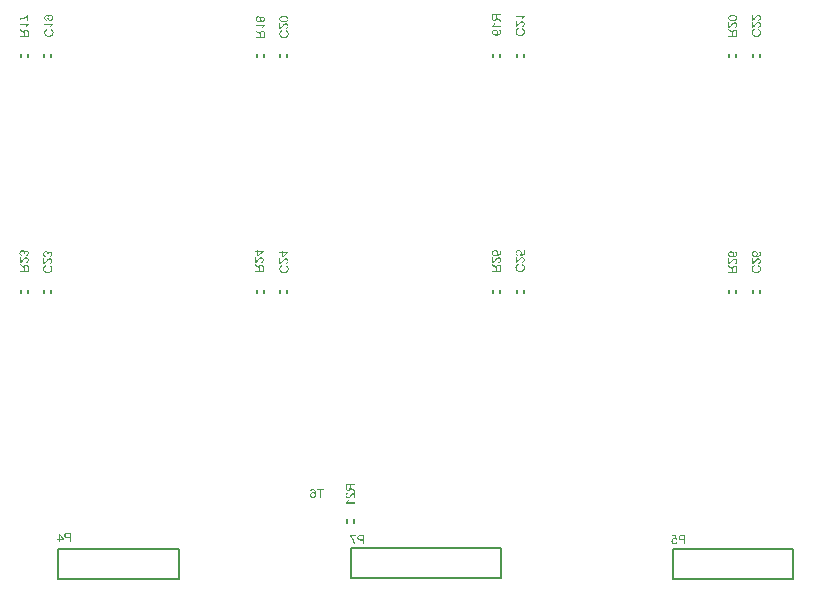
<source format=gbo>
%TF.GenerationSoftware,Altium Limited,Altium Designer,23.4.1 (23)*%
G04 Layer_Color=32896*
%FSLAX45Y45*%
%MOMM*%
%TF.SameCoordinates,4D4D268D-8FD5-4AED-B812-6AB8C36004BB*%
%TF.FilePolarity,Positive*%
%TF.FileFunction,Legend,Bot*%
%TF.Part,Single*%
G01*
G75*
%TA.AperFunction,NonConductor*%
%ADD35C,0.20000*%
G36*
X3378888Y361683D02*
X3368755D01*
Y392857D01*
X3347658D01*
X3346219Y392912D01*
X3344834Y393023D01*
X3343505Y393134D01*
X3342232Y393300D01*
X3341014Y393466D01*
X3338743Y393909D01*
X3336750Y394407D01*
X3334867Y395016D01*
X3333262Y395626D01*
X3331822Y396235D01*
X3330548Y396844D01*
X3329496Y397453D01*
X3328610Y398062D01*
X3327890Y398560D01*
X3327337Y399003D01*
X3326949Y399335D01*
X3326728Y399557D01*
X3326672Y399612D01*
X3325565Y400886D01*
X3324624Y402270D01*
X3323793Y403655D01*
X3323073Y405039D01*
X3322464Y406423D01*
X3321966Y407807D01*
X3321523Y409136D01*
X3321190Y410410D01*
X3320914Y411573D01*
X3320747Y412680D01*
X3320581Y413621D01*
X3320526Y414507D01*
X3320471Y415172D01*
X3320415Y415670D01*
Y416002D01*
Y416113D01*
X3320526Y418217D01*
X3320803Y420155D01*
X3320969Y421097D01*
X3321135Y421927D01*
X3321357Y422758D01*
X3321578Y423478D01*
X3321800Y424142D01*
X3322021Y424751D01*
X3322187Y425305D01*
X3322353Y425748D01*
X3322519Y426080D01*
X3322630Y426357D01*
X3322686Y426523D01*
X3322741Y426579D01*
X3323682Y428240D01*
X3324679Y429735D01*
X3325731Y431008D01*
X3326229Y431562D01*
X3326672Y432060D01*
X3327115Y432503D01*
X3327558Y432891D01*
X3327946Y433223D01*
X3328278Y433445D01*
X3328500Y433666D01*
X3328721Y433832D01*
X3328832Y433888D01*
X3328887Y433943D01*
X3330382Y434884D01*
X3331988Y435604D01*
X3333538Y436269D01*
X3335033Y436767D01*
X3335753Y436933D01*
X3336362Y437099D01*
X3336916Y437265D01*
X3337414Y437376D01*
X3337802Y437431D01*
X3338079Y437487D01*
X3338300Y437542D01*
X3338356D01*
X3339131Y437653D01*
X3340017Y437819D01*
X3341900Y437985D01*
X3343838Y438151D01*
X3345720Y438207D01*
X3346606Y438262D01*
X3347381D01*
X3348157Y438317D01*
X3378888D01*
Y361683D01*
D02*
G37*
G36*
X3310725Y428295D02*
X3273183D01*
X3274512Y426745D01*
X3275841Y425083D01*
X3278333Y421706D01*
X3279495Y419989D01*
X3280658Y418328D01*
X3281710Y416722D01*
X3282652Y415172D01*
X3283538Y413732D01*
X3284368Y412403D01*
X3285033Y411185D01*
X3285642Y410188D01*
X3286085Y409358D01*
X3286306Y409026D01*
X3286472Y408749D01*
X3286583Y408472D01*
X3286694Y408306D01*
X3286749Y408250D01*
Y408195D01*
X3287912Y405980D01*
X3288964Y403710D01*
X3290016Y401495D01*
X3290957Y399335D01*
X3291788Y397231D01*
X3292619Y395183D01*
X3293338Y393245D01*
X3294003Y391417D01*
X3294557Y389701D01*
X3295055Y388206D01*
X3295498Y386821D01*
X3295830Y385714D01*
X3295996Y385216D01*
X3296107Y384773D01*
X3296218Y384385D01*
X3296328Y384053D01*
X3296384Y383831D01*
X3296439Y383665D01*
X3296495Y383554D01*
Y383499D01*
X3297104Y381173D01*
X3297602Y378903D01*
X3298045Y376744D01*
X3298488Y374695D01*
X3298820Y372757D01*
X3299097Y370985D01*
X3299319Y369324D01*
X3299485Y367773D01*
X3299651Y366445D01*
X3299761Y365226D01*
X3299872Y364174D01*
X3299928Y363288D01*
Y362624D01*
X3299983Y362070D01*
Y361793D01*
Y361683D01*
X3290293D01*
X3290127Y363787D01*
X3289905Y365891D01*
X3289684Y367884D01*
X3289407Y369767D01*
X3289130Y371594D01*
X3288798Y373366D01*
X3288521Y374972D01*
X3288189Y376467D01*
X3287912Y377851D01*
X3287635Y379069D01*
X3287358Y380121D01*
X3287137Y381063D01*
X3286971Y381783D01*
X3286804Y382281D01*
X3286749Y382613D01*
X3286694Y382724D01*
X3285918Y385271D01*
X3285088Y387818D01*
X3284257Y390254D01*
X3283316Y392635D01*
X3282430Y394961D01*
X3281489Y397121D01*
X3280603Y399225D01*
X3279717Y401163D01*
X3278886Y402935D01*
X3278111Y404485D01*
X3277391Y405869D01*
X3277114Y406534D01*
X3276782Y407088D01*
X3276561Y407586D01*
X3276284Y408029D01*
X3276118Y408417D01*
X3275952Y408749D01*
X3275785Y408970D01*
X3275675Y409136D01*
X3275619Y409247D01*
Y409302D01*
X3274290Y411683D01*
X3272906Y413898D01*
X3271633Y416002D01*
X3270304Y417996D01*
X3269085Y419823D01*
X3267867Y421540D01*
X3266704Y423090D01*
X3265652Y424474D01*
X3264711Y425748D01*
X3263825Y426855D01*
X3263050Y427797D01*
X3262385Y428572D01*
X3261832Y429181D01*
X3261444Y429679D01*
X3261167Y429901D01*
X3261112Y430012D01*
Y437321D01*
X3310725D01*
Y428295D01*
D02*
G37*
G36*
X6029978Y398588D02*
X6021118Y397425D01*
X6020287Y398588D01*
X6019346Y399640D01*
X6018405Y400526D01*
X6017519Y401301D01*
X6016688Y401910D01*
X6016024Y402353D01*
X6015747Y402519D01*
X6015581Y402630D01*
X6015470Y402741D01*
X6015415D01*
X6014030Y403461D01*
X6012591Y403959D01*
X6011206Y404347D01*
X6009933Y404568D01*
X6009324Y404679D01*
X6008825Y404734D01*
X6008327Y404790D01*
X6007939D01*
X6007607Y404845D01*
X6007164D01*
X6005835Y404790D01*
X6004562Y404624D01*
X6003344Y404402D01*
X6002181Y404125D01*
X6001129Y403793D01*
X6000187Y403350D01*
X5999301Y402962D01*
X5998471Y402519D01*
X5997751Y402076D01*
X5997142Y401689D01*
X5996588Y401301D01*
X5996145Y400914D01*
X5995758Y400637D01*
X5995536Y400415D01*
X5995370Y400249D01*
X5995315Y400194D01*
X5994539Y399308D01*
X5993820Y398311D01*
X5993211Y397314D01*
X5992712Y396262D01*
X5992269Y395155D01*
X5991882Y394103D01*
X5991605Y393106D01*
X5991328Y392109D01*
X5991162Y391113D01*
X5990996Y390282D01*
X5990885Y389452D01*
X5990830Y388787D01*
Y388233D01*
X5990774Y387790D01*
Y387569D01*
Y387458D01*
X5990830Y385908D01*
X5990996Y384468D01*
X5991217Y383084D01*
X5991494Y381755D01*
X5991882Y380537D01*
X5992269Y379429D01*
X5992712Y378433D01*
X5993100Y377491D01*
X5993543Y376661D01*
X5993986Y375941D01*
X5994373Y375332D01*
X5994761Y374833D01*
X5995038Y374446D01*
X5995259Y374114D01*
X5995425Y373947D01*
X5995481Y373892D01*
X5996367Y373006D01*
X5997308Y372231D01*
X5998305Y371511D01*
X5999246Y370957D01*
X6000243Y370459D01*
X6001184Y370016D01*
X6002125Y369684D01*
X6003011Y369462D01*
X6003842Y369241D01*
X6004617Y369075D01*
X6005337Y368964D01*
X6005891Y368853D01*
X6006389D01*
X6006721Y368798D01*
X6007054D01*
X6008106Y368853D01*
X6009102Y368964D01*
X6010044Y369130D01*
X6010930Y369352D01*
X6011816Y369628D01*
X6012591Y369961D01*
X6013366Y370238D01*
X6014030Y370625D01*
X6014639Y370957D01*
X6015138Y371234D01*
X6015636Y371566D01*
X6016024Y371843D01*
X6016356Y372065D01*
X6016578Y372231D01*
X6016688Y372342D01*
X6016744Y372397D01*
X6017463Y373117D01*
X6018128Y373892D01*
X6018682Y374723D01*
X6019235Y375609D01*
X6019678Y376495D01*
X6020066Y377436D01*
X6020730Y379152D01*
X6021007Y379983D01*
X6021229Y380758D01*
X6021395Y381478D01*
X6021561Y382087D01*
X6021672Y382585D01*
X6021727Y382918D01*
X6021782Y383195D01*
Y383250D01*
X6031639Y382419D01*
X6031417Y380647D01*
X6031030Y378986D01*
X6030587Y377380D01*
X6030088Y375885D01*
X6029479Y374501D01*
X6028815Y373228D01*
X6028206Y372065D01*
X6027541Y371013D01*
X6026877Y370071D01*
X6026268Y369241D01*
X6025659Y368521D01*
X6025160Y367912D01*
X6024717Y367469D01*
X6024385Y367137D01*
X6024163Y366915D01*
X6024108Y366860D01*
X6022835Y365863D01*
X6021506Y364922D01*
X6020066Y364147D01*
X6018682Y363482D01*
X6017242Y362928D01*
X6015802Y362485D01*
X6014418Y362098D01*
X6013089Y361766D01*
X6011871Y361544D01*
X6010708Y361378D01*
X6009656Y361212D01*
X6008770Y361157D01*
X6008050Y361101D01*
X6007496Y361046D01*
X6007054D01*
X6004728Y361157D01*
X6002513Y361433D01*
X6000464Y361932D01*
X5998526Y362485D01*
X5996699Y363205D01*
X5995038Y363980D01*
X5993543Y364811D01*
X5992158Y365697D01*
X5990940Y366583D01*
X5989888Y367414D01*
X5989002Y368189D01*
X5988227Y368909D01*
X5987673Y369518D01*
X5987230Y369961D01*
X5987009Y370238D01*
X5986898Y370348D01*
X5985846Y371788D01*
X5984905Y373283D01*
X5984074Y374778D01*
X5983354Y376328D01*
X5982801Y377823D01*
X5982302Y379319D01*
X5981915Y380758D01*
X5981582Y382142D01*
X5981306Y383416D01*
X5981139Y384579D01*
X5980973Y385631D01*
X5980918Y386572D01*
X5980863Y387292D01*
X5980807Y387846D01*
Y388012D01*
Y388178D01*
Y388233D01*
Y388289D01*
X5980863Y390282D01*
X5981084Y392165D01*
X5981472Y393992D01*
X5981859Y395709D01*
X5982413Y397259D01*
X5983022Y398754D01*
X5983631Y400083D01*
X5984240Y401301D01*
X5984905Y402409D01*
X5985514Y403405D01*
X5986123Y404236D01*
X5986621Y404900D01*
X5987064Y405454D01*
X5987452Y405842D01*
X5987673Y406119D01*
X5987729Y406174D01*
X5989058Y407392D01*
X5990442Y408500D01*
X5991882Y409386D01*
X5993321Y410216D01*
X5994761Y410881D01*
X5996145Y411434D01*
X5997530Y411933D01*
X5998803Y412265D01*
X6000021Y412542D01*
X6001184Y412763D01*
X6002181Y412929D01*
X6003067Y413040D01*
X6003731Y413095D01*
X6004285Y413151D01*
X6004728D01*
X6006112Y413095D01*
X6007552Y412929D01*
X6008881Y412708D01*
X6010210Y412376D01*
X6011428Y412043D01*
X6012646Y411656D01*
X6013754Y411213D01*
X6014806Y410770D01*
X6015747Y410271D01*
X6016633Y409884D01*
X6017353Y409441D01*
X6017962Y409109D01*
X6018516Y408776D01*
X6018848Y408555D01*
X6019125Y408389D01*
X6019180Y408333D01*
X6015082Y428987D01*
X5984406D01*
Y437957D01*
X6022558D01*
X6029978Y398588D01*
D02*
G37*
G36*
X6099193Y362319D02*
X6089059D01*
Y393494D01*
X6067963D01*
X6066523Y393549D01*
X6065139Y393660D01*
X6063810Y393771D01*
X6062536Y393937D01*
X6061318Y394103D01*
X6059048Y394546D01*
X6057054Y395044D01*
X6055172Y395653D01*
X6053566Y396262D01*
X6052126Y396871D01*
X6050853Y397481D01*
X6049801Y398090D01*
X6048915Y398699D01*
X6048195Y399197D01*
X6047641Y399640D01*
X6047254Y399972D01*
X6047032Y400194D01*
X6046977Y400249D01*
X6045869Y401523D01*
X6044928Y402907D01*
X6044097Y404291D01*
X6043378Y405676D01*
X6042768Y407060D01*
X6042270Y408444D01*
X6041827Y409773D01*
X6041495Y411047D01*
X6041218Y412209D01*
X6041052Y413317D01*
X6040886Y414258D01*
X6040830Y415144D01*
X6040775Y415809D01*
X6040720Y416307D01*
Y416639D01*
Y416750D01*
X6040830Y418854D01*
X6041107Y420792D01*
X6041273Y421733D01*
X6041440Y422564D01*
X6041661Y423395D01*
X6041883Y424114D01*
X6042104Y424779D01*
X6042325Y425388D01*
X6042492Y425942D01*
X6042658Y426385D01*
X6042824Y426717D01*
X6042935Y426994D01*
X6042990Y427160D01*
X6043045Y427215D01*
X6043987Y428876D01*
X6044983Y430372D01*
X6046035Y431645D01*
X6046534Y432199D01*
X6046977Y432697D01*
X6047420Y433140D01*
X6047863Y433528D01*
X6048250Y433860D01*
X6048583Y434081D01*
X6048804Y434303D01*
X6049025Y434469D01*
X6049136Y434524D01*
X6049192Y434580D01*
X6050687Y435521D01*
X6052292Y436241D01*
X6053843Y436905D01*
X6055338Y437404D01*
X6056058Y437570D01*
X6056667Y437736D01*
X6057221Y437902D01*
X6057719Y438013D01*
X6058107Y438068D01*
X6058383Y438124D01*
X6058605Y438179D01*
X6058660D01*
X6059435Y438290D01*
X6060321Y438456D01*
X6062204Y438622D01*
X6064142Y438788D01*
X6066025Y438843D01*
X6066911Y438899D01*
X6067686D01*
X6068461Y438954D01*
X6099193D01*
Y362319D01*
D02*
G37*
G36*
X898700Y381440D02*
X888567D01*
Y412614D01*
X867470D01*
X866031Y412670D01*
X864646Y412780D01*
X863317Y412891D01*
X862044Y413057D01*
X860826Y413223D01*
X858555Y413666D01*
X856562Y414165D01*
X854679Y414774D01*
X853073Y415383D01*
X851634Y415992D01*
X850360Y416601D01*
X849308Y417210D01*
X848422Y417819D01*
X847702Y418318D01*
X847149Y418761D01*
X846761Y419093D01*
X846540Y419314D01*
X846484Y419370D01*
X845377Y420643D01*
X844435Y422028D01*
X843605Y423412D01*
X842885Y424796D01*
X842276Y426181D01*
X841778Y427565D01*
X841335Y428894D01*
X841002Y430167D01*
X840726Y431330D01*
X840559Y432438D01*
X840393Y433379D01*
X840338Y434265D01*
X840283Y434929D01*
X840227Y435428D01*
Y435760D01*
Y435871D01*
X840338Y437975D01*
X840615Y439913D01*
X840781Y440854D01*
X840947Y441685D01*
X841168Y442515D01*
X841390Y443235D01*
X841611Y443900D01*
X841833Y444509D01*
X841999Y445062D01*
X842165Y445505D01*
X842331Y445838D01*
X842442Y446114D01*
X842497Y446281D01*
X842553Y446336D01*
X843494Y447997D01*
X844491Y449492D01*
X845543Y450766D01*
X846041Y451319D01*
X846484Y451818D01*
X846927Y452261D01*
X847370Y452648D01*
X847758Y452981D01*
X848090Y453202D01*
X848311Y453424D01*
X848533Y453590D01*
X848644Y453645D01*
X848699Y453700D01*
X850194Y454642D01*
X851800Y455362D01*
X853350Y456026D01*
X854845Y456524D01*
X855565Y456690D01*
X856174Y456857D01*
X856728Y457023D01*
X857226Y457133D01*
X857614Y457189D01*
X857891Y457244D01*
X858112Y457300D01*
X858168D01*
X858943Y457410D01*
X859829Y457576D01*
X861712Y457743D01*
X863650Y457909D01*
X865532Y457964D01*
X866418Y458019D01*
X867193D01*
X867969Y458075D01*
X898700D01*
Y381440D01*
D02*
G37*
G36*
X834192Y408406D02*
Y399768D01*
X800968D01*
Y381440D01*
X791555D01*
Y399768D01*
X781201D01*
Y408406D01*
X791555D01*
Y458075D01*
X799252D01*
X834192Y408406D01*
D02*
G37*
G36*
X2946583Y828982D02*
X2948687Y828705D01*
X2950625Y828262D01*
X2952508Y827708D01*
X2954224Y827044D01*
X2955775Y826324D01*
X2957214Y825493D01*
X2958543Y824718D01*
X2959706Y823888D01*
X2960758Y823057D01*
X2961589Y822337D01*
X2962309Y821673D01*
X2962918Y821119D01*
X2963305Y820676D01*
X2963527Y820399D01*
X2963637Y820288D01*
X2964357Y819292D01*
X2965077Y818240D01*
X2965742Y817188D01*
X2966351Y816025D01*
X2967458Y813588D01*
X2968399Y810986D01*
X2969175Y808328D01*
X2969839Y805670D01*
X2970393Y802957D01*
X2970780Y800355D01*
X2971168Y797863D01*
X2971390Y795593D01*
X2971500Y794485D01*
X2971556Y793488D01*
X2971666Y792492D01*
X2971722Y791661D01*
Y790831D01*
X2971777Y790111D01*
Y789502D01*
X2971833Y789003D01*
Y788560D01*
Y788283D01*
Y788062D01*
Y788007D01*
Y786179D01*
X2971722Y784407D01*
X2971666Y782746D01*
X2971500Y781085D01*
X2971334Y779535D01*
X2971168Y778040D01*
X2970947Y776600D01*
X2970670Y775216D01*
X2970393Y773887D01*
X2970116Y772613D01*
X2969784Y771450D01*
X2969507Y770288D01*
X2969175Y769235D01*
X2968787Y768183D01*
X2968455Y767242D01*
X2968123Y766356D01*
X2967790Y765526D01*
X2967403Y764695D01*
X2967071Y763975D01*
X2966738Y763311D01*
X2966461Y762702D01*
X2966129Y762148D01*
X2965575Y761207D01*
X2965077Y760487D01*
X2964745Y759933D01*
X2964468Y759656D01*
X2964413Y759545D01*
X2962973Y758050D01*
X2961478Y756721D01*
X2959872Y755559D01*
X2958266Y754562D01*
X2956661Y753731D01*
X2955110Y753011D01*
X2953560Y752458D01*
X2952065Y752015D01*
X2950625Y751627D01*
X2949351Y751350D01*
X2948189Y751184D01*
X2947192Y751018D01*
X2946361Y750963D01*
X2946029D01*
X2945752Y750907D01*
X2945254D01*
X2943980Y750963D01*
X2942707Y751073D01*
X2941544Y751184D01*
X2940381Y751406D01*
X2939329Y751683D01*
X2938277Y751959D01*
X2937336Y752236D01*
X2936505Y752568D01*
X2935675Y752845D01*
X2935010Y753122D01*
X2934401Y753399D01*
X2933847Y753676D01*
X2933460Y753897D01*
X2933127Y754008D01*
X2932961Y754119D01*
X2932906Y754174D01*
X2931909Y754839D01*
X2930968Y755503D01*
X2930082Y756278D01*
X2929307Y757054D01*
X2928532Y757829D01*
X2927812Y758604D01*
X2927203Y759379D01*
X2926594Y760154D01*
X2926095Y760874D01*
X2925652Y761483D01*
X2925265Y762092D01*
X2924932Y762646D01*
X2924711Y763034D01*
X2924545Y763366D01*
X2924434Y763588D01*
X2924379Y763643D01*
X2923825Y764806D01*
X2923327Y766024D01*
X2922939Y767187D01*
X2922551Y768349D01*
X2922219Y769512D01*
X2921998Y770620D01*
X2921776Y771672D01*
X2921610Y772669D01*
X2921499Y773610D01*
X2921389Y774440D01*
X2921333Y775160D01*
X2921278Y775825D01*
X2921223Y776323D01*
Y776711D01*
Y776988D01*
Y777043D01*
X2921278Y779036D01*
X2921499Y780974D01*
X2921832Y782746D01*
X2922275Y784463D01*
X2922773Y786069D01*
X2923327Y787508D01*
X2923936Y788893D01*
X2924545Y790111D01*
X2925154Y791218D01*
X2925763Y792159D01*
X2926317Y792990D01*
X2926815Y793654D01*
X2927258Y794208D01*
X2927590Y794596D01*
X2927812Y794873D01*
X2927867Y794928D01*
X2929141Y796146D01*
X2930470Y797254D01*
X2931799Y798140D01*
X2933127Y798970D01*
X2934512Y799635D01*
X2935841Y800188D01*
X2937114Y800687D01*
X2938332Y801019D01*
X2939495Y801296D01*
X2940547Y801517D01*
X2941489Y801683D01*
X2942319Y801794D01*
X2942928Y801850D01*
X2943427Y801905D01*
X2944866D01*
X2945863Y801794D01*
X2947801Y801517D01*
X2949518Y801074D01*
X2950348Y800853D01*
X2951068Y800631D01*
X2951788Y800410D01*
X2952397Y800188D01*
X2952895Y799967D01*
X2953394Y799745D01*
X2953726Y799579D01*
X2954003Y799469D01*
X2954169Y799413D01*
X2954224Y799358D01*
X2955110Y798859D01*
X2955996Y798306D01*
X2957547Y797088D01*
X2958986Y795814D01*
X2959595Y795205D01*
X2960149Y794596D01*
X2960703Y793987D01*
X2961146Y793433D01*
X2961533Y792935D01*
X2961866Y792492D01*
X2962142Y792159D01*
X2962309Y791883D01*
X2962419Y791716D01*
X2962475Y791661D01*
X2962419Y793765D01*
X2962364Y795759D01*
X2962198Y797586D01*
X2962032Y799302D01*
X2961866Y800853D01*
X2961644Y802348D01*
X2961367Y803677D01*
X2961146Y804840D01*
X2960924Y805892D01*
X2960703Y806833D01*
X2960481Y807608D01*
X2960260Y808217D01*
X2960094Y808716D01*
X2959983Y809103D01*
X2959872Y809325D01*
Y809380D01*
X2959374Y810488D01*
X2958820Y811540D01*
X2958266Y812536D01*
X2957657Y813478D01*
X2957104Y814308D01*
X2956494Y815083D01*
X2955941Y815803D01*
X2955387Y816412D01*
X2954833Y816966D01*
X2954390Y817464D01*
X2953947Y817852D01*
X2953560Y818184D01*
X2953283Y818461D01*
X2953006Y818627D01*
X2952895Y818738D01*
X2952840Y818793D01*
X2952175Y819236D01*
X2951511Y819624D01*
X2950182Y820288D01*
X2948853Y820731D01*
X2947635Y821008D01*
X2947026Y821119D01*
X2946528Y821230D01*
X2946085Y821285D01*
X2945697D01*
X2945365Y821340D01*
X2944922D01*
X2943925Y821285D01*
X2942928Y821174D01*
X2941987Y820953D01*
X2941101Y820731D01*
X2940270Y820399D01*
X2939551Y820067D01*
X2938831Y819679D01*
X2938166Y819347D01*
X2937557Y818959D01*
X2937059Y818572D01*
X2936616Y818240D01*
X2936228Y817907D01*
X2935951Y817686D01*
X2935730Y817464D01*
X2935619Y817354D01*
X2935564Y817298D01*
X2935121Y816800D01*
X2934733Y816246D01*
X2934013Y814973D01*
X2933404Y813644D01*
X2932906Y812370D01*
X2932463Y811152D01*
X2932352Y810654D01*
X2932186Y810155D01*
X2932075Y809823D01*
X2932020Y809491D01*
X2931965Y809325D01*
Y809269D01*
X2922607Y809989D01*
X2922884Y811595D01*
X2923216Y813145D01*
X2923659Y814585D01*
X2924213Y815914D01*
X2924711Y817188D01*
X2925320Y818350D01*
X2925929Y819402D01*
X2926538Y820344D01*
X2927147Y821174D01*
X2927701Y821894D01*
X2928199Y822559D01*
X2928642Y823057D01*
X2929030Y823445D01*
X2929307Y823777D01*
X2929528Y823943D01*
X2929584Y823998D01*
X2930691Y824884D01*
X2931854Y825660D01*
X2933072Y826379D01*
X2934346Y826933D01*
X2935564Y827431D01*
X2936782Y827874D01*
X2938000Y828207D01*
X2939108Y828483D01*
X2940215Y828650D01*
X2941212Y828816D01*
X2942098Y828926D01*
X2942873Y829037D01*
X2943482D01*
X2943980Y829093D01*
X2944368D01*
X2946583Y828982D01*
D02*
G37*
G36*
X3038777Y819790D02*
X3013528D01*
Y752181D01*
X3003395D01*
Y819790D01*
X2978034D01*
Y828816D01*
X3038777D01*
Y819790D01*
D02*
G37*
G36*
X6489036Y2841475D02*
X6490974Y2841253D01*
X6492746Y2840921D01*
X6494463Y2840478D01*
X6496069Y2839980D01*
X6497508Y2839426D01*
X6498893Y2838817D01*
X6500111Y2838208D01*
X6501218Y2837599D01*
X6502159Y2836989D01*
X6502990Y2836436D01*
X6503655Y2835937D01*
X6504208Y2835494D01*
X6504596Y2835162D01*
X6504873Y2834941D01*
X6504928Y2834885D01*
X6506146Y2833612D01*
X6507254Y2832283D01*
X6508140Y2830954D01*
X6508970Y2829625D01*
X6509635Y2828241D01*
X6510188Y2826912D01*
X6510687Y2825638D01*
X6511019Y2824420D01*
X6511296Y2823257D01*
X6511517Y2822205D01*
X6511683Y2821264D01*
X6511794Y2820433D01*
X6511850Y2819824D01*
X6511905Y2819326D01*
Y2817886D01*
X6511794Y2816889D01*
X6511517Y2814951D01*
X6511074Y2813235D01*
X6510853Y2812404D01*
X6510631Y2811684D01*
X6510410Y2810965D01*
X6510188Y2810356D01*
X6509967Y2809857D01*
X6509745Y2809359D01*
X6509579Y2809027D01*
X6509469Y2808750D01*
X6509413Y2808584D01*
X6509358Y2808528D01*
X6508859Y2807642D01*
X6508306Y2806756D01*
X6507088Y2805206D01*
X6505814Y2803766D01*
X6505205Y2803157D01*
X6504596Y2802603D01*
X6503987Y2802050D01*
X6503433Y2801607D01*
X6502935Y2801219D01*
X6502492Y2800887D01*
X6502159Y2800610D01*
X6501883Y2800444D01*
X6501716Y2800333D01*
X6501661Y2800278D01*
X6503765Y2800333D01*
X6505759Y2800389D01*
X6507586Y2800555D01*
X6509302Y2800721D01*
X6510853Y2800887D01*
X6512348Y2801108D01*
X6513677Y2801385D01*
X6514840Y2801607D01*
X6515892Y2801828D01*
X6516833Y2802050D01*
X6517608Y2802271D01*
X6518217Y2802493D01*
X6518716Y2802659D01*
X6519103Y2802770D01*
X6519325Y2802880D01*
X6519380D01*
X6520488Y2803379D01*
X6521540Y2803932D01*
X6522536Y2804486D01*
X6523478Y2805095D01*
X6524308Y2805649D01*
X6525083Y2806258D01*
X6525803Y2806812D01*
X6526412Y2807365D01*
X6526966Y2807919D01*
X6527464Y2808362D01*
X6527852Y2808805D01*
X6528184Y2809193D01*
X6528461Y2809470D01*
X6528627Y2809746D01*
X6528738Y2809857D01*
X6528793Y2809913D01*
X6529236Y2810577D01*
X6529624Y2811242D01*
X6530288Y2812570D01*
X6530731Y2813899D01*
X6531008Y2815118D01*
X6531119Y2815727D01*
X6531230Y2816225D01*
X6531285Y2816668D01*
Y2817056D01*
X6531341Y2817388D01*
Y2817831D01*
X6531285Y2818827D01*
X6531174Y2819824D01*
X6530953Y2820766D01*
X6530731Y2821651D01*
X6530399Y2822482D01*
X6530067Y2823202D01*
X6529679Y2823922D01*
X6529347Y2824586D01*
X6528960Y2825195D01*
X6528572Y2825694D01*
X6528240Y2826137D01*
X6527907Y2826524D01*
X6527686Y2826801D01*
X6527464Y2827023D01*
X6527354Y2827133D01*
X6527298Y2827189D01*
X6526800Y2827632D01*
X6526246Y2828019D01*
X6524973Y2828739D01*
X6523644Y2829348D01*
X6522370Y2829847D01*
X6521152Y2830289D01*
X6520654Y2830400D01*
X6520155Y2830566D01*
X6519823Y2830677D01*
X6519491Y2830732D01*
X6519325Y2830788D01*
X6519269D01*
X6519989Y2840146D01*
X6521595Y2839869D01*
X6523145Y2839537D01*
X6524585Y2839094D01*
X6525914Y2838540D01*
X6527188Y2838042D01*
X6528350Y2837432D01*
X6529402Y2836823D01*
X6530344Y2836214D01*
X6531174Y2835605D01*
X6531894Y2835051D01*
X6532559Y2834553D01*
X6533057Y2834110D01*
X6533445Y2833723D01*
X6533777Y2833446D01*
X6533943Y2833224D01*
X6533998Y2833169D01*
X6534884Y2832061D01*
X6535660Y2830899D01*
X6536379Y2829680D01*
X6536933Y2828407D01*
X6537431Y2827189D01*
X6537874Y2825970D01*
X6538207Y2824752D01*
X6538483Y2823645D01*
X6538650Y2822537D01*
X6538816Y2821541D01*
X6538926Y2820655D01*
X6539037Y2819880D01*
Y2819270D01*
X6539093Y2818772D01*
Y2818385D01*
X6538982Y2816170D01*
X6538705Y2814065D01*
X6538262Y2812127D01*
X6537708Y2810245D01*
X6537044Y2808528D01*
X6536324Y2806978D01*
X6535493Y2805538D01*
X6534718Y2804209D01*
X6533888Y2803046D01*
X6533057Y2801994D01*
X6532337Y2801164D01*
X6531673Y2800444D01*
X6531119Y2799835D01*
X6530676Y2799447D01*
X6530399Y2799226D01*
X6530288Y2799115D01*
X6529292Y2798395D01*
X6528240Y2797675D01*
X6527188Y2797011D01*
X6526025Y2796402D01*
X6523588Y2795294D01*
X6520986Y2794353D01*
X6518328Y2793578D01*
X6515670Y2792913D01*
X6512957Y2792360D01*
X6510355Y2791972D01*
X6507863Y2791584D01*
X6505593Y2791363D01*
X6504485Y2791252D01*
X6503488Y2791197D01*
X6502492Y2791086D01*
X6501661Y2791031D01*
X6500831D01*
X6500111Y2790975D01*
X6499502D01*
X6499003Y2790920D01*
X6498560D01*
X6498283D01*
X6498062D01*
X6498007D01*
X6496179D01*
X6494407Y2791031D01*
X6492746Y2791086D01*
X6491085Y2791252D01*
X6489535Y2791418D01*
X6488040Y2791584D01*
X6486600Y2791806D01*
X6485216Y2792083D01*
X6483887Y2792360D01*
X6482613Y2792637D01*
X6481450Y2792969D01*
X6480288Y2793246D01*
X6479235Y2793578D01*
X6478183Y2793965D01*
X6477242Y2794298D01*
X6476356Y2794630D01*
X6475526Y2794962D01*
X6474695Y2795350D01*
X6473975Y2795682D01*
X6473311Y2796014D01*
X6472702Y2796291D01*
X6472148Y2796623D01*
X6471207Y2797177D01*
X6470487Y2797675D01*
X6469933Y2798008D01*
X6469656Y2798284D01*
X6469545Y2798340D01*
X6468050Y2799780D01*
X6466721Y2801275D01*
X6465559Y2802880D01*
X6464562Y2804486D01*
X6463731Y2806092D01*
X6463011Y2807642D01*
X6462458Y2809193D01*
X6462015Y2810688D01*
X6461627Y2812127D01*
X6461350Y2813401D01*
X6461184Y2814564D01*
X6461018Y2815561D01*
X6460963Y2816391D01*
Y2816723D01*
X6460907Y2817000D01*
Y2817499D01*
X6460963Y2818772D01*
X6461073Y2820046D01*
X6461184Y2821208D01*
X6461406Y2822371D01*
X6461683Y2823423D01*
X6461959Y2824475D01*
X6462236Y2825417D01*
X6462568Y2826247D01*
X6462845Y2827078D01*
X6463122Y2827742D01*
X6463399Y2828351D01*
X6463676Y2828905D01*
X6463897Y2829293D01*
X6464008Y2829625D01*
X6464119Y2829791D01*
X6464174Y2829847D01*
X6464839Y2830843D01*
X6465503Y2831785D01*
X6466278Y2832670D01*
X6467054Y2833446D01*
X6467829Y2834221D01*
X6468604Y2834941D01*
X6469379Y2835550D01*
X6470154Y2836159D01*
X6470874Y2836657D01*
X6471483Y2837100D01*
X6472092Y2837488D01*
X6472646Y2837820D01*
X6473034Y2838042D01*
X6473366Y2838208D01*
X6473588Y2838318D01*
X6473643Y2838374D01*
X6474806Y2838928D01*
X6476024Y2839426D01*
X6477187Y2839813D01*
X6478350Y2840201D01*
X6479512Y2840533D01*
X6480620Y2840755D01*
X6481672Y2840976D01*
X6482669Y2841142D01*
X6483610Y2841253D01*
X6484440Y2841364D01*
X6485160Y2841419D01*
X6485825Y2841475D01*
X6486323Y2841530D01*
X6486711D01*
X6486988D01*
X6487043D01*
X6489036Y2841475D01*
D02*
G37*
G36*
X6471207Y2743688D02*
X6472148Y2744297D01*
X6473089Y2744961D01*
X6473920Y2745626D01*
X6474695Y2746235D01*
X6475304Y2746789D01*
X6475802Y2747231D01*
X6476135Y2747508D01*
X6476245Y2747619D01*
X6476799Y2748117D01*
X6477408Y2748782D01*
X6478073Y2749502D01*
X6478848Y2750332D01*
X6479623Y2751218D01*
X6480454Y2752104D01*
X6482059Y2753987D01*
X6482835Y2754873D01*
X6483554Y2755703D01*
X6484219Y2756423D01*
X6484773Y2757143D01*
X6485271Y2757697D01*
X6485603Y2758084D01*
X6485880Y2758361D01*
X6485935Y2758472D01*
X6487486Y2760299D01*
X6488981Y2762016D01*
X6490365Y2763566D01*
X6491639Y2765006D01*
X6492857Y2766335D01*
X6493964Y2767498D01*
X6494961Y2768605D01*
X6495847Y2769546D01*
X6496678Y2770377D01*
X6497397Y2771041D01*
X6498007Y2771651D01*
X6498505Y2772149D01*
X6498893Y2772536D01*
X6499169Y2772758D01*
X6499335Y2772924D01*
X6499391Y2772979D01*
X6500332Y2773755D01*
X6501218Y2774530D01*
X6502104Y2775194D01*
X6502935Y2775803D01*
X6504540Y2776911D01*
X6505260Y2777354D01*
X6505925Y2777741D01*
X6506534Y2778129D01*
X6507088Y2778406D01*
X6507586Y2778683D01*
X6507974Y2778849D01*
X6508306Y2779015D01*
X6508527Y2779126D01*
X6508693Y2779237D01*
X6508749D01*
X6510410Y2779846D01*
X6512016Y2780344D01*
X6513566Y2780676D01*
X6514950Y2780898D01*
X6515559Y2780953D01*
X6516113Y2781008D01*
X6516556Y2781064D01*
X6516999Y2781119D01*
X6517331D01*
X6517553D01*
X6517719D01*
X6517774D01*
X6519436Y2781064D01*
X6521041Y2780842D01*
X6522536Y2780510D01*
X6523976Y2780122D01*
X6525305Y2779624D01*
X6526579Y2779070D01*
X6527741Y2778461D01*
X6528793Y2777908D01*
X6529735Y2777298D01*
X6530565Y2776689D01*
X6531285Y2776136D01*
X6531839Y2775637D01*
X6532337Y2775250D01*
X6532669Y2774917D01*
X6532891Y2774696D01*
X6532946Y2774641D01*
X6534054Y2773367D01*
X6534995Y2772038D01*
X6535770Y2770654D01*
X6536490Y2769214D01*
X6537099Y2767775D01*
X6537598Y2766279D01*
X6537985Y2764895D01*
X6538317Y2763511D01*
X6538594Y2762237D01*
X6538760Y2761019D01*
X6538926Y2759967D01*
X6538982Y2759026D01*
X6539037Y2758251D01*
X6539093Y2757697D01*
Y2757198D01*
X6539037Y2755205D01*
X6538871Y2753322D01*
X6538594Y2751551D01*
X6538207Y2749889D01*
X6537764Y2748339D01*
X6537265Y2746899D01*
X6536767Y2745626D01*
X6536269Y2744408D01*
X6535715Y2743355D01*
X6535217Y2742414D01*
X6534718Y2741639D01*
X6534275Y2740974D01*
X6533943Y2740476D01*
X6533611Y2740088D01*
X6533445Y2739867D01*
X6533389Y2739812D01*
X6532282Y2738649D01*
X6531064Y2737652D01*
X6529790Y2736711D01*
X6528461Y2735936D01*
X6527077Y2735216D01*
X6525693Y2734607D01*
X6524364Y2734108D01*
X6523035Y2733665D01*
X6521817Y2733333D01*
X6520654Y2733056D01*
X6519602Y2732835D01*
X6518716Y2732669D01*
X6517996Y2732503D01*
X6517442Y2732447D01*
X6517221D01*
X6517055Y2732392D01*
X6516999D01*
X6516944D01*
X6515947Y2742082D01*
X6517276Y2742137D01*
X6518494Y2742248D01*
X6519657Y2742469D01*
X6520764Y2742691D01*
X6521761Y2743023D01*
X6522647Y2743355D01*
X6523533Y2743743D01*
X6524253Y2744131D01*
X6524917Y2744463D01*
X6525526Y2744850D01*
X6526025Y2745183D01*
X6526468Y2745515D01*
X6526745Y2745736D01*
X6527021Y2745958D01*
X6527132Y2746069D01*
X6527188Y2746124D01*
X6527907Y2746899D01*
X6528517Y2747785D01*
X6529070Y2748671D01*
X6529569Y2749557D01*
X6529956Y2750498D01*
X6530288Y2751384D01*
X6530565Y2752270D01*
X6530787Y2753101D01*
X6530953Y2753931D01*
X6531064Y2754651D01*
X6531174Y2755316D01*
X6531230Y2755925D01*
X6531285Y2756368D01*
Y2757032D01*
X6531230Y2758195D01*
X6531119Y2759303D01*
X6530953Y2760355D01*
X6530676Y2761351D01*
X6530399Y2762237D01*
X6530067Y2763123D01*
X6529735Y2763898D01*
X6529347Y2764618D01*
X6529015Y2765227D01*
X6528627Y2765781D01*
X6528295Y2766279D01*
X6528018Y2766667D01*
X6527741Y2766999D01*
X6527575Y2767221D01*
X6527464Y2767332D01*
X6527409Y2767387D01*
X6526689Y2768107D01*
X6525914Y2768716D01*
X6525139Y2769270D01*
X6524308Y2769713D01*
X6523533Y2770100D01*
X6522758Y2770432D01*
X6521983Y2770709D01*
X6521263Y2770931D01*
X6520598Y2771097D01*
X6519989Y2771208D01*
X6519436Y2771318D01*
X6518937Y2771374D01*
X6518550Y2771429D01*
X6518273D01*
X6518051D01*
X6517996D01*
X6516999Y2771374D01*
X6516002Y2771263D01*
X6515006Y2771041D01*
X6514009Y2770765D01*
X6512071Y2770045D01*
X6511185Y2769602D01*
X6510355Y2769214D01*
X6509579Y2768827D01*
X6508859Y2768384D01*
X6508250Y2768051D01*
X6507697Y2767719D01*
X6507309Y2767387D01*
X6506977Y2767165D01*
X6506755Y2767055D01*
X6506700Y2766999D01*
X6505537Y2766113D01*
X6504264Y2765006D01*
X6502990Y2763843D01*
X6501661Y2762514D01*
X6500277Y2761185D01*
X6498948Y2759746D01*
X6497619Y2758361D01*
X6496345Y2756922D01*
X6495127Y2755593D01*
X6494020Y2754319D01*
X6492968Y2753212D01*
X6492137Y2752160D01*
X6491417Y2751329D01*
X6491140Y2750997D01*
X6490864Y2750720D01*
X6490697Y2750498D01*
X6490531Y2750332D01*
X6490476Y2750222D01*
X6490421Y2750166D01*
X6489202Y2748727D01*
X6488040Y2747342D01*
X6486932Y2746069D01*
X6485880Y2744850D01*
X6484828Y2743743D01*
X6483887Y2742746D01*
X6483001Y2741860D01*
X6482170Y2741030D01*
X6481450Y2740255D01*
X6480786Y2739646D01*
X6480232Y2739092D01*
X6479734Y2738649D01*
X6479346Y2738317D01*
X6479069Y2738095D01*
X6478903Y2737929D01*
X6478848Y2737874D01*
X6476965Y2736379D01*
X6475138Y2735105D01*
X6473421Y2734053D01*
X6472646Y2733555D01*
X6471871Y2733167D01*
X6471207Y2732835D01*
X6470597Y2732503D01*
X6470044Y2732226D01*
X6469545Y2732060D01*
X6469158Y2731893D01*
X6468881Y2731783D01*
X6468715Y2731672D01*
X6468659D01*
X6467497Y2731284D01*
X6466334Y2731007D01*
X6465226Y2730841D01*
X6464285Y2730731D01*
X6463399Y2730675D01*
X6463067Y2730620D01*
X6462735D01*
X6462513D01*
X6462347D01*
X6462236D01*
X6462181D01*
Y2781230D01*
X6471207D01*
Y2743688D01*
D02*
G37*
G36*
X6483001Y2712624D02*
X6485216Y2711129D01*
X6486212Y2710354D01*
X6487209Y2709634D01*
X6488095Y2708914D01*
X6488926Y2708194D01*
X6489701Y2707530D01*
X6490421Y2706921D01*
X6491085Y2706367D01*
X6491639Y2705813D01*
X6492082Y2705370D01*
X6492525Y2704983D01*
X6492802Y2704650D01*
X6493078Y2704429D01*
X6493189Y2704263D01*
X6493245Y2704207D01*
X6493964Y2703321D01*
X6494629Y2702380D01*
X6495293Y2701383D01*
X6495847Y2700387D01*
X6496345Y2699501D01*
X6496567Y2699113D01*
X6496733Y2698781D01*
X6496899Y2698504D01*
X6496954Y2698283D01*
X6497065Y2698172D01*
Y2698117D01*
X6497397Y2700110D01*
X6497785Y2701993D01*
X6498283Y2703709D01*
X6498782Y2705315D01*
X6499391Y2706755D01*
X6499945Y2708139D01*
X6500554Y2709302D01*
X6501163Y2710409D01*
X6501772Y2711350D01*
X6502326Y2712126D01*
X6502824Y2712845D01*
X6503267Y2713399D01*
X6503655Y2713842D01*
X6503931Y2714174D01*
X6504097Y2714341D01*
X6504153Y2714396D01*
X6505205Y2715337D01*
X6506368Y2716168D01*
X6507475Y2716888D01*
X6508638Y2717497D01*
X6509801Y2717995D01*
X6510964Y2718438D01*
X6512071Y2718770D01*
X6513123Y2719047D01*
X6514120Y2719269D01*
X6515006Y2719435D01*
X6515836Y2719545D01*
X6516501Y2719656D01*
X6517110D01*
X6517553Y2719712D01*
X6517774D01*
X6517885D01*
X6519048Y2719656D01*
X6520211Y2719601D01*
X6521318Y2719435D01*
X6522370Y2719213D01*
X6523367Y2718992D01*
X6524308Y2718715D01*
X6525194Y2718383D01*
X6526025Y2718106D01*
X6526745Y2717829D01*
X6527409Y2717497D01*
X6528018Y2717220D01*
X6528517Y2716998D01*
X6528904Y2716777D01*
X6529181Y2716666D01*
X6529347Y2716555D01*
X6529402Y2716500D01*
X6530344Y2715891D01*
X6531230Y2715226D01*
X6532005Y2714507D01*
X6532780Y2713842D01*
X6533445Y2713122D01*
X6534054Y2712402D01*
X6534552Y2711683D01*
X6535050Y2711018D01*
X6535438Y2710409D01*
X6535770Y2709800D01*
X6536102Y2709302D01*
X6536324Y2708859D01*
X6536490Y2708471D01*
X6536601Y2708194D01*
X6536712Y2708028D01*
Y2707973D01*
X6537099Y2706921D01*
X6537431Y2705758D01*
X6537708Y2704540D01*
X6537930Y2703321D01*
X6538317Y2700719D01*
X6538428Y2699445D01*
X6538539Y2698227D01*
X6538650Y2697009D01*
X6538705Y2695957D01*
X6538760Y2694960D01*
Y2694074D01*
X6538816Y2693410D01*
Y2658470D01*
X6462181D01*
Y2668603D01*
X6496235D01*
Y2681726D01*
X6496179Y2682889D01*
X6496124Y2683886D01*
X6496069Y2684661D01*
X6495958Y2685215D01*
X6495902Y2685658D01*
X6495847Y2685935D01*
Y2685990D01*
X6495570Y2686876D01*
X6495293Y2687707D01*
X6494906Y2688482D01*
X6494573Y2689146D01*
X6494297Y2689755D01*
X6494020Y2690198D01*
X6493854Y2690475D01*
X6493798Y2690586D01*
X6493189Y2691472D01*
X6492414Y2692358D01*
X6491528Y2693188D01*
X6490697Y2694019D01*
X6489922Y2694683D01*
X6489258Y2695237D01*
X6488981Y2695459D01*
X6488815Y2695625D01*
X6488704Y2695680D01*
X6488649Y2695736D01*
X6487929Y2696289D01*
X6487154Y2696898D01*
X6485492Y2698117D01*
X6483721Y2699335D01*
X6482004Y2700498D01*
X6481229Y2700996D01*
X6480509Y2701494D01*
X6479845Y2701937D01*
X6479235Y2702325D01*
X6478792Y2702602D01*
X6478405Y2702823D01*
X6478183Y2702989D01*
X6478128Y2703045D01*
X6462181Y2713178D01*
Y2725858D01*
X6483001Y2712624D01*
D02*
G37*
G36*
X4490143Y2851779D02*
X4492026Y2851557D01*
X4493853Y2851170D01*
X4495570Y2850782D01*
X4497120Y2850228D01*
X4498615Y2849619D01*
X4499944Y2849010D01*
X4501162Y2848401D01*
X4502270Y2847737D01*
X4503267Y2847128D01*
X4504097Y2846519D01*
X4504762Y2846020D01*
X4505315Y2845577D01*
X4505703Y2845190D01*
X4505980Y2844968D01*
X4506035Y2844913D01*
X4507253Y2843584D01*
X4508361Y2842200D01*
X4509247Y2840760D01*
X4510077Y2839320D01*
X4510742Y2837881D01*
X4511296Y2836496D01*
X4511794Y2835112D01*
X4512126Y2833838D01*
X4512403Y2832620D01*
X4512624Y2831457D01*
X4512791Y2830461D01*
X4512901Y2829575D01*
X4512957Y2828910D01*
X4513012Y2828357D01*
Y2827914D01*
X4512957Y2826529D01*
X4512791Y2825090D01*
X4512569Y2823761D01*
X4512237Y2822432D01*
X4511905Y2821214D01*
X4511517Y2819995D01*
X4511074Y2818888D01*
X4510631Y2817836D01*
X4510133Y2816895D01*
X4509745Y2816009D01*
X4509302Y2815289D01*
X4508970Y2814680D01*
X4508638Y2814126D01*
X4508416Y2813794D01*
X4508250Y2813517D01*
X4508195Y2813461D01*
X4528848Y2817559D01*
Y2848235D01*
X4537819D01*
Y2810084D01*
X4498449Y2802664D01*
X4497286Y2811523D01*
X4498449Y2812354D01*
X4499501Y2813295D01*
X4500387Y2814237D01*
X4501162Y2815123D01*
X4501772Y2815953D01*
X4502215Y2816618D01*
X4502381Y2816895D01*
X4502491Y2817061D01*
X4502602Y2817171D01*
Y2817227D01*
X4503322Y2818611D01*
X4503820Y2820051D01*
X4504208Y2821435D01*
X4504429Y2822709D01*
X4504540Y2823318D01*
X4504596Y2823816D01*
X4504651Y2824314D01*
Y2824702D01*
X4504706Y2825034D01*
Y2825477D01*
X4504651Y2826806D01*
X4504485Y2828080D01*
X4504263Y2829298D01*
X4503986Y2830461D01*
X4503654Y2831513D01*
X4503211Y2832454D01*
X4502824Y2833340D01*
X4502381Y2834171D01*
X4501938Y2834890D01*
X4501550Y2835500D01*
X4501162Y2836053D01*
X4500775Y2836496D01*
X4500498Y2836884D01*
X4500276Y2837105D01*
X4500110Y2837271D01*
X4500055Y2837327D01*
X4499169Y2838102D01*
X4498172Y2838822D01*
X4497176Y2839431D01*
X4496124Y2839929D01*
X4495016Y2840372D01*
X4493964Y2840760D01*
X4492967Y2841037D01*
X4491971Y2841314D01*
X4490974Y2841480D01*
X4490143Y2841646D01*
X4489313Y2841757D01*
X4488648Y2841812D01*
X4488095D01*
X4487652Y2841867D01*
X4487430D01*
X4487319D01*
X4485769Y2841812D01*
X4484329Y2841646D01*
X4482945Y2841424D01*
X4481616Y2841147D01*
X4480398Y2840760D01*
X4479291Y2840372D01*
X4478294Y2839929D01*
X4477352Y2839542D01*
X4476522Y2839099D01*
X4475802Y2838656D01*
X4475193Y2838268D01*
X4474695Y2837881D01*
X4474307Y2837604D01*
X4473975Y2837382D01*
X4473809Y2837216D01*
X4473753Y2837161D01*
X4472867Y2836275D01*
X4472092Y2835333D01*
X4471372Y2834337D01*
X4470819Y2833395D01*
X4470320Y2832399D01*
X4469877Y2831457D01*
X4469545Y2830516D01*
X4469324Y2829630D01*
X4469102Y2828800D01*
X4468936Y2828024D01*
X4468825Y2827304D01*
X4468714Y2826751D01*
Y2826252D01*
X4468659Y2825920D01*
Y2825588D01*
X4468714Y2824536D01*
X4468825Y2823539D01*
X4468991Y2822598D01*
X4469213Y2821712D01*
X4469490Y2820826D01*
X4469822Y2820051D01*
X4470099Y2819276D01*
X4470486Y2818611D01*
X4470819Y2818002D01*
X4471095Y2817504D01*
X4471428Y2817005D01*
X4471705Y2816618D01*
X4471926Y2816285D01*
X4472092Y2816064D01*
X4472203Y2815953D01*
X4472258Y2815898D01*
X4472978Y2815178D01*
X4473753Y2814514D01*
X4474584Y2813960D01*
X4475470Y2813406D01*
X4476356Y2812963D01*
X4477297Y2812576D01*
X4479014Y2811911D01*
X4479844Y2811634D01*
X4480619Y2811413D01*
X4481339Y2811247D01*
X4481948Y2811080D01*
X4482447Y2810970D01*
X4482779Y2810914D01*
X4483056Y2810859D01*
X4483111D01*
X4482281Y2801003D01*
X4480509Y2801224D01*
X4478848Y2801612D01*
X4477242Y2802055D01*
X4475747Y2802553D01*
X4474362Y2803162D01*
X4473089Y2803827D01*
X4471926Y2804436D01*
X4470874Y2805100D01*
X4469933Y2805765D01*
X4469102Y2806374D01*
X4468382Y2806983D01*
X4467773Y2807481D01*
X4467330Y2807924D01*
X4466998Y2808257D01*
X4466776Y2808478D01*
X4466721Y2808533D01*
X4465724Y2809807D01*
X4464783Y2811136D01*
X4464008Y2812576D01*
X4463343Y2813960D01*
X4462790Y2815400D01*
X4462347Y2816839D01*
X4461959Y2818223D01*
X4461627Y2819552D01*
X4461405Y2820771D01*
X4461239Y2821933D01*
X4461073Y2822985D01*
X4461018Y2823871D01*
X4460962Y2824591D01*
X4460907Y2825145D01*
Y2825588D01*
X4461018Y2827914D01*
X4461295Y2830128D01*
X4461793Y2832177D01*
X4462347Y2834115D01*
X4463067Y2835943D01*
X4463842Y2837604D01*
X4464672Y2839099D01*
X4465558Y2840483D01*
X4466444Y2841701D01*
X4467275Y2842753D01*
X4468050Y2843639D01*
X4468770Y2844414D01*
X4469379Y2844968D01*
X4469822Y2845411D01*
X4470099Y2845633D01*
X4470209Y2845743D01*
X4471649Y2846795D01*
X4473144Y2847737D01*
X4474639Y2848567D01*
X4476190Y2849287D01*
X4477685Y2849841D01*
X4479180Y2850339D01*
X4480619Y2850727D01*
X4482004Y2851059D01*
X4483277Y2851336D01*
X4484440Y2851502D01*
X4485492Y2851668D01*
X4486433Y2851724D01*
X4487153Y2851779D01*
X4487707Y2851834D01*
X4487873D01*
X4488039D01*
X4488095D01*
X4488150D01*
X4490143Y2851779D01*
D02*
G37*
G36*
X4471206Y2753383D02*
X4472148Y2753992D01*
X4473089Y2754656D01*
X4473919Y2755321D01*
X4474695Y2755930D01*
X4475304Y2756484D01*
X4475802Y2756927D01*
X4476134Y2757204D01*
X4476245Y2757314D01*
X4476799Y2757813D01*
X4477408Y2758477D01*
X4478072Y2759197D01*
X4478848Y2760027D01*
X4479623Y2760913D01*
X4480453Y2761799D01*
X4482059Y2763682D01*
X4482834Y2764568D01*
X4483554Y2765399D01*
X4484219Y2766118D01*
X4484772Y2766838D01*
X4485271Y2767392D01*
X4485603Y2767780D01*
X4485880Y2768056D01*
X4485935Y2768167D01*
X4487486Y2769994D01*
X4488981Y2771711D01*
X4490365Y2773261D01*
X4491638Y2774701D01*
X4492857Y2776030D01*
X4493964Y2777193D01*
X4494961Y2778300D01*
X4495847Y2779242D01*
X4496677Y2780072D01*
X4497397Y2780737D01*
X4498006Y2781346D01*
X4498505Y2781844D01*
X4498892Y2782232D01*
X4499169Y2782453D01*
X4499335Y2782619D01*
X4499391Y2782675D01*
X4500332Y2783450D01*
X4501218Y2784225D01*
X4502104Y2784890D01*
X4502934Y2785499D01*
X4504540Y2786606D01*
X4505260Y2787049D01*
X4505924Y2787437D01*
X4506534Y2787824D01*
X4507087Y2788101D01*
X4507586Y2788378D01*
X4507973Y2788544D01*
X4508305Y2788710D01*
X4508527Y2788821D01*
X4508693Y2788932D01*
X4508748D01*
X4510410Y2789541D01*
X4512015Y2790039D01*
X4513566Y2790371D01*
X4514950Y2790593D01*
X4515559Y2790648D01*
X4516113Y2790704D01*
X4516556Y2790759D01*
X4516999Y2790814D01*
X4517331D01*
X4517553D01*
X4517719D01*
X4517774D01*
X4519435Y2790759D01*
X4521041Y2790537D01*
X4522536Y2790205D01*
X4523976Y2789818D01*
X4525305Y2789319D01*
X4526578Y2788766D01*
X4527741Y2788156D01*
X4528793Y2787603D01*
X4529734Y2786994D01*
X4530565Y2786385D01*
X4531285Y2785831D01*
X4531839Y2785333D01*
X4532337Y2784945D01*
X4532669Y2784613D01*
X4532891Y2784391D01*
X4532946Y2784336D01*
X4534053Y2783062D01*
X4534995Y2781733D01*
X4535770Y2780349D01*
X4536490Y2778909D01*
X4537099Y2777470D01*
X4537597Y2775975D01*
X4537985Y2774590D01*
X4538317Y2773206D01*
X4538594Y2771932D01*
X4538760Y2770714D01*
X4538926Y2769662D01*
X4538982Y2768721D01*
X4539037Y2767946D01*
X4539092Y2767392D01*
Y2766894D01*
X4539037Y2764900D01*
X4538871Y2763018D01*
X4538594Y2761246D01*
X4538206Y2759585D01*
X4537763Y2758034D01*
X4537265Y2756594D01*
X4536767Y2755321D01*
X4536268Y2754103D01*
X4535715Y2753051D01*
X4535216Y2752109D01*
X4534718Y2751334D01*
X4534275Y2750670D01*
X4533943Y2750171D01*
X4533610Y2749784D01*
X4533444Y2749562D01*
X4533389Y2749507D01*
X4532282Y2748344D01*
X4531063Y2747347D01*
X4529790Y2746406D01*
X4528461Y2745631D01*
X4527077Y2744911D01*
X4525692Y2744302D01*
X4524363Y2743804D01*
X4523034Y2743361D01*
X4521816Y2743028D01*
X4520653Y2742751D01*
X4519601Y2742530D01*
X4518715Y2742364D01*
X4517996Y2742198D01*
X4517442Y2742142D01*
X4517220D01*
X4517054Y2742087D01*
X4516999D01*
X4516943D01*
X4515947Y2751777D01*
X4517276Y2751832D01*
X4518494Y2751943D01*
X4519657Y2752165D01*
X4520764Y2752386D01*
X4521761Y2752718D01*
X4522647Y2753051D01*
X4523533Y2753438D01*
X4524253Y2753826D01*
X4524917Y2754158D01*
X4525526Y2754546D01*
X4526024Y2754878D01*
X4526467Y2755210D01*
X4526744Y2755432D01*
X4527021Y2755653D01*
X4527132Y2755764D01*
X4527187Y2755819D01*
X4527907Y2756594D01*
X4528516Y2757480D01*
X4529070Y2758366D01*
X4529568Y2759252D01*
X4529956Y2760194D01*
X4530288Y2761080D01*
X4530565Y2761966D01*
X4530786Y2762796D01*
X4530953Y2763627D01*
X4531063Y2764347D01*
X4531174Y2765011D01*
X4531229Y2765620D01*
X4531285Y2766063D01*
Y2766728D01*
X4531229Y2767890D01*
X4531119Y2768998D01*
X4530953Y2770050D01*
X4530676Y2771047D01*
X4530399Y2771932D01*
X4530067Y2772818D01*
X4529734Y2773594D01*
X4529347Y2774313D01*
X4529015Y2774923D01*
X4528627Y2775476D01*
X4528295Y2775975D01*
X4528018Y2776362D01*
X4527741Y2776694D01*
X4527575Y2776916D01*
X4527464Y2777027D01*
X4527409Y2777082D01*
X4526689Y2777802D01*
X4525914Y2778411D01*
X4525139Y2778965D01*
X4524308Y2779408D01*
X4523533Y2779795D01*
X4522758Y2780128D01*
X4521982Y2780404D01*
X4521262Y2780626D01*
X4520598Y2780792D01*
X4519989Y2780903D01*
X4519435Y2781013D01*
X4518937Y2781069D01*
X4518549Y2781124D01*
X4518272D01*
X4518051D01*
X4517996D01*
X4516999Y2781069D01*
X4516002Y2780958D01*
X4515005Y2780737D01*
X4514009Y2780460D01*
X4512071Y2779740D01*
X4511185Y2779297D01*
X4510354Y2778909D01*
X4509579Y2778522D01*
X4508859Y2778079D01*
X4508250Y2777747D01*
X4507696Y2777414D01*
X4507309Y2777082D01*
X4506977Y2776861D01*
X4506755Y2776750D01*
X4506700Y2776694D01*
X4505537Y2775809D01*
X4504263Y2774701D01*
X4502990Y2773538D01*
X4501661Y2772209D01*
X4500276Y2770880D01*
X4498948Y2769441D01*
X4497619Y2768056D01*
X4496345Y2766617D01*
X4495127Y2765288D01*
X4494019Y2764014D01*
X4492967Y2762907D01*
X4492137Y2761855D01*
X4491417Y2761024D01*
X4491140Y2760692D01*
X4490863Y2760415D01*
X4490697Y2760194D01*
X4490531Y2760027D01*
X4490476Y2759917D01*
X4490420Y2759861D01*
X4489202Y2758422D01*
X4488039Y2757037D01*
X4486932Y2755764D01*
X4485880Y2754546D01*
X4484828Y2753438D01*
X4483886Y2752442D01*
X4483000Y2751556D01*
X4482170Y2750725D01*
X4481450Y2749950D01*
X4480786Y2749341D01*
X4480232Y2748787D01*
X4479733Y2748344D01*
X4479346Y2748012D01*
X4479069Y2747790D01*
X4478903Y2747624D01*
X4478848Y2747569D01*
X4476965Y2746074D01*
X4475138Y2744800D01*
X4473421Y2743748D01*
X4472646Y2743250D01*
X4471871Y2742862D01*
X4471206Y2742530D01*
X4470597Y2742198D01*
X4470043Y2741921D01*
X4469545Y2741755D01*
X4469157Y2741589D01*
X4468881Y2741478D01*
X4468714Y2741367D01*
X4468659D01*
X4467496Y2740980D01*
X4466333Y2740703D01*
X4465226Y2740537D01*
X4464285Y2740426D01*
X4463399Y2740370D01*
X4463067Y2740315D01*
X4462734D01*
X4462513D01*
X4462347D01*
X4462236D01*
X4462181D01*
Y2790925D01*
X4471206D01*
Y2753383D01*
D02*
G37*
G36*
X4483000Y2722319D02*
X4485215Y2720824D01*
X4486212Y2720049D01*
X4487209Y2719329D01*
X4488095Y2718609D01*
X4488925Y2717889D01*
X4489700Y2717225D01*
X4490420Y2716616D01*
X4491085Y2716062D01*
X4491638Y2715508D01*
X4492081Y2715065D01*
X4492524Y2714678D01*
X4492801Y2714346D01*
X4493078Y2714124D01*
X4493189Y2713958D01*
X4493244Y2713903D01*
X4493964Y2713017D01*
X4494629Y2712075D01*
X4495293Y2711079D01*
X4495847Y2710082D01*
X4496345Y2709196D01*
X4496567Y2708808D01*
X4496733Y2708476D01*
X4496899Y2708199D01*
X4496954Y2707978D01*
X4497065Y2707867D01*
Y2707812D01*
X4497397Y2709805D01*
X4497785Y2711688D01*
X4498283Y2713404D01*
X4498781Y2715010D01*
X4499391Y2716450D01*
X4499944Y2717834D01*
X4500553Y2718997D01*
X4501162Y2720104D01*
X4501772Y2721046D01*
X4502325Y2721821D01*
X4502824Y2722541D01*
X4503267Y2723094D01*
X4503654Y2723537D01*
X4503931Y2723870D01*
X4504097Y2724036D01*
X4504153Y2724091D01*
X4505205Y2725032D01*
X4506367Y2725863D01*
X4507475Y2726583D01*
X4508638Y2727192D01*
X4509800Y2727690D01*
X4510963Y2728133D01*
X4512071Y2728465D01*
X4513123Y2728742D01*
X4514119Y2728964D01*
X4515005Y2729130D01*
X4515836Y2729241D01*
X4516500Y2729351D01*
X4517110D01*
X4517553Y2729407D01*
X4517774D01*
X4517885D01*
X4519048Y2729351D01*
X4520210Y2729296D01*
X4521318Y2729130D01*
X4522370Y2728908D01*
X4523367Y2728687D01*
X4524308Y2728410D01*
X4525194Y2728078D01*
X4526024Y2727801D01*
X4526744Y2727524D01*
X4527409Y2727192D01*
X4528018Y2726915D01*
X4528516Y2726694D01*
X4528904Y2726472D01*
X4529181Y2726361D01*
X4529347Y2726251D01*
X4529402Y2726195D01*
X4530343Y2725586D01*
X4531229Y2724922D01*
X4532005Y2724202D01*
X4532780Y2723537D01*
X4533444Y2722818D01*
X4534053Y2722098D01*
X4534552Y2721378D01*
X4535050Y2720713D01*
X4535438Y2720104D01*
X4535770Y2719495D01*
X4536102Y2718997D01*
X4536324Y2718554D01*
X4536490Y2718166D01*
X4536601Y2717889D01*
X4536711Y2717723D01*
Y2717668D01*
X4537099Y2716616D01*
X4537431Y2715453D01*
X4537708Y2714235D01*
X4537929Y2713017D01*
X4538317Y2710414D01*
X4538428Y2709141D01*
X4538539Y2707922D01*
X4538649Y2706704D01*
X4538705Y2705652D01*
X4538760Y2704655D01*
Y2703770D01*
X4538815Y2703105D01*
Y2668165D01*
X4462181D01*
Y2678298D01*
X4496234D01*
Y2691422D01*
X4496179Y2692584D01*
X4496124Y2693581D01*
X4496068Y2694356D01*
X4495957Y2694910D01*
X4495902Y2695353D01*
X4495847Y2695630D01*
Y2695685D01*
X4495570Y2696571D01*
X4495293Y2697402D01*
X4494905Y2698177D01*
X4494573Y2698841D01*
X4494296Y2699451D01*
X4494019Y2699894D01*
X4493853Y2700170D01*
X4493798Y2700281D01*
X4493189Y2701167D01*
X4492414Y2702053D01*
X4491528Y2702884D01*
X4490697Y2703714D01*
X4489922Y2704379D01*
X4489257Y2704932D01*
X4488981Y2705154D01*
X4488814Y2705320D01*
X4488704Y2705375D01*
X4488648Y2705431D01*
X4487929Y2705984D01*
X4487153Y2706594D01*
X4485492Y2707812D01*
X4483720Y2709030D01*
X4482004Y2710193D01*
X4481229Y2710691D01*
X4480509Y2711189D01*
X4479844Y2711632D01*
X4479235Y2712020D01*
X4478792Y2712297D01*
X4478405Y2712518D01*
X4478183Y2712684D01*
X4478128Y2712740D01*
X4462181Y2722873D01*
Y2735553D01*
X4483000Y2722319D01*
D02*
G37*
G36*
X2478510Y2841037D02*
X2528179D01*
Y2833340D01*
X2478510Y2798400D01*
X2469872D01*
Y2831623D01*
X2451544D01*
Y2841037D01*
X2469872D01*
Y2851391D01*
X2478510D01*
Y2841037D01*
D02*
G37*
G36*
X2460570Y2753826D02*
X2461511Y2754435D01*
X2462452Y2755099D01*
X2463283Y2755764D01*
X2464058Y2756373D01*
X2464667Y2756927D01*
X2465166Y2757370D01*
X2465498Y2757647D01*
X2465608Y2757757D01*
X2466162Y2758256D01*
X2466771Y2758920D01*
X2467436Y2759640D01*
X2468211Y2760470D01*
X2468986Y2761356D01*
X2469817Y2762242D01*
X2471423Y2764125D01*
X2472198Y2765011D01*
X2472918Y2765842D01*
X2473582Y2766561D01*
X2474136Y2767281D01*
X2474634Y2767835D01*
X2474966Y2768223D01*
X2475243Y2768499D01*
X2475299Y2768610D01*
X2476849Y2770437D01*
X2478344Y2772154D01*
X2479728Y2773704D01*
X2481002Y2775144D01*
X2482220Y2776473D01*
X2483328Y2777636D01*
X2484324Y2778743D01*
X2485210Y2779685D01*
X2486041Y2780515D01*
X2486761Y2781180D01*
X2487370Y2781789D01*
X2487868Y2782287D01*
X2488256Y2782675D01*
X2488532Y2782896D01*
X2488699Y2783062D01*
X2488754Y2783118D01*
X2489695Y2783893D01*
X2490581Y2784668D01*
X2491467Y2785333D01*
X2492298Y2785942D01*
X2493904Y2787049D01*
X2494623Y2787492D01*
X2495288Y2787880D01*
X2495897Y2788267D01*
X2496451Y2788544D01*
X2496949Y2788821D01*
X2497337Y2788987D01*
X2497669Y2789153D01*
X2497890Y2789264D01*
X2498056Y2789375D01*
X2498112D01*
X2499773Y2789984D01*
X2501379Y2790482D01*
X2502929Y2790814D01*
X2504314Y2791036D01*
X2504923Y2791091D01*
X2505476Y2791147D01*
X2505919Y2791202D01*
X2506362Y2791257D01*
X2506695D01*
X2506916D01*
X2507082D01*
X2507137D01*
X2508799Y2791202D01*
X2510404Y2790980D01*
X2511899Y2790648D01*
X2513339Y2790261D01*
X2514668Y2789762D01*
X2515942Y2789209D01*
X2517104Y2788599D01*
X2518157Y2788046D01*
X2519098Y2787437D01*
X2519928Y2786828D01*
X2520648Y2786274D01*
X2521202Y2785775D01*
X2521700Y2785388D01*
X2522033Y2785056D01*
X2522254Y2784834D01*
X2522309Y2784779D01*
X2523417Y2783505D01*
X2524358Y2782176D01*
X2525133Y2780792D01*
X2525853Y2779352D01*
X2526462Y2777913D01*
X2526961Y2776418D01*
X2527348Y2775033D01*
X2527680Y2773649D01*
X2527957Y2772375D01*
X2528123Y2771157D01*
X2528290Y2770105D01*
X2528345Y2769164D01*
X2528400Y2768389D01*
X2528456Y2767835D01*
Y2767337D01*
X2528400Y2765343D01*
X2528234Y2763461D01*
X2527957Y2761689D01*
X2527570Y2760027D01*
X2527127Y2758477D01*
X2526628Y2757037D01*
X2526130Y2755764D01*
X2525632Y2754546D01*
X2525078Y2753494D01*
X2524580Y2752552D01*
X2524081Y2751777D01*
X2523638Y2751113D01*
X2523306Y2750614D01*
X2522974Y2750227D01*
X2522808Y2750005D01*
X2522752Y2749950D01*
X2521645Y2748787D01*
X2520427Y2747790D01*
X2519153Y2746849D01*
X2517824Y2746074D01*
X2516440Y2745354D01*
X2515056Y2744745D01*
X2513727Y2744246D01*
X2512398Y2743804D01*
X2511180Y2743471D01*
X2510017Y2743194D01*
X2508965Y2742973D01*
X2508079Y2742807D01*
X2507359Y2742641D01*
X2506805Y2742585D01*
X2506584D01*
X2506418Y2742530D01*
X2506362D01*
X2506307D01*
X2505310Y2752220D01*
X2506639Y2752275D01*
X2507857Y2752386D01*
X2509020Y2752608D01*
X2510128Y2752829D01*
X2511124Y2753161D01*
X2512010Y2753494D01*
X2512896Y2753881D01*
X2513616Y2754269D01*
X2514280Y2754601D01*
X2514890Y2754989D01*
X2515388Y2755321D01*
X2515831Y2755653D01*
X2516108Y2755875D01*
X2516385Y2756096D01*
X2516495Y2756207D01*
X2516551Y2756262D01*
X2517271Y2757037D01*
X2517880Y2757923D01*
X2518433Y2758809D01*
X2518932Y2759695D01*
X2519319Y2760637D01*
X2519652Y2761523D01*
X2519928Y2762408D01*
X2520150Y2763239D01*
X2520316Y2764070D01*
X2520427Y2764789D01*
X2520538Y2765454D01*
X2520593Y2766063D01*
X2520648Y2766506D01*
Y2767170D01*
X2520593Y2768333D01*
X2520482Y2769441D01*
X2520316Y2770493D01*
X2520039Y2771490D01*
X2519762Y2772375D01*
X2519430Y2773261D01*
X2519098Y2774037D01*
X2518710Y2774756D01*
X2518378Y2775366D01*
X2517990Y2775919D01*
X2517658Y2776418D01*
X2517381Y2776805D01*
X2517104Y2777137D01*
X2516938Y2777359D01*
X2516828Y2777470D01*
X2516772Y2777525D01*
X2516052Y2778245D01*
X2515277Y2778854D01*
X2514502Y2779408D01*
X2513671Y2779851D01*
X2512896Y2780238D01*
X2512121Y2780571D01*
X2511346Y2780847D01*
X2510626Y2781069D01*
X2509961Y2781235D01*
X2509352Y2781346D01*
X2508799Y2781456D01*
X2508300Y2781512D01*
X2507913Y2781567D01*
X2507636D01*
X2507414D01*
X2507359D01*
X2506362Y2781512D01*
X2505366Y2781401D01*
X2504369Y2781180D01*
X2503372Y2780903D01*
X2501434Y2780183D01*
X2500548Y2779740D01*
X2499718Y2779352D01*
X2498942Y2778965D01*
X2498223Y2778522D01*
X2497613Y2778190D01*
X2497060Y2777857D01*
X2496672Y2777525D01*
X2496340Y2777304D01*
X2496118Y2777193D01*
X2496063Y2777137D01*
X2494900Y2776251D01*
X2493627Y2775144D01*
X2492353Y2773981D01*
X2491024Y2772652D01*
X2489640Y2771323D01*
X2488311Y2769884D01*
X2486982Y2768499D01*
X2485709Y2767060D01*
X2484490Y2765731D01*
X2483383Y2764457D01*
X2482331Y2763350D01*
X2481500Y2762298D01*
X2480780Y2761467D01*
X2480504Y2761135D01*
X2480227Y2760858D01*
X2480061Y2760637D01*
X2479894Y2760470D01*
X2479839Y2760360D01*
X2479784Y2760304D01*
X2478566Y2758865D01*
X2477403Y2757480D01*
X2476295Y2756207D01*
X2475243Y2754989D01*
X2474191Y2753881D01*
X2473250Y2752885D01*
X2472364Y2751999D01*
X2471533Y2751168D01*
X2470813Y2750393D01*
X2470149Y2749784D01*
X2469595Y2749230D01*
X2469097Y2748787D01*
X2468709Y2748455D01*
X2468432Y2748233D01*
X2468266Y2748067D01*
X2468211Y2748012D01*
X2466328Y2746517D01*
X2464501Y2745243D01*
X2462785Y2744191D01*
X2462009Y2743693D01*
X2461234Y2743305D01*
X2460570Y2742973D01*
X2459961Y2742641D01*
X2459407Y2742364D01*
X2458908Y2742198D01*
X2458521Y2742032D01*
X2458244Y2741921D01*
X2458078Y2741810D01*
X2458023D01*
X2456860Y2741423D01*
X2455697Y2741146D01*
X2454589Y2740980D01*
X2453648Y2740869D01*
X2452762Y2740813D01*
X2452430Y2740758D01*
X2452098D01*
X2451876D01*
X2451710D01*
X2451599D01*
X2451544D01*
Y2791368D01*
X2460570D01*
Y2753826D01*
D02*
G37*
G36*
X2472364Y2722762D02*
X2474579Y2721267D01*
X2475575Y2720492D01*
X2476572Y2719772D01*
X2477458Y2719052D01*
X2478289Y2718332D01*
X2479064Y2717668D01*
X2479784Y2717059D01*
X2480448Y2716505D01*
X2481002Y2715951D01*
X2481445Y2715508D01*
X2481888Y2715121D01*
X2482165Y2714789D01*
X2482442Y2714567D01*
X2482552Y2714401D01*
X2482608Y2714346D01*
X2483328Y2713460D01*
X2483992Y2712518D01*
X2484656Y2711522D01*
X2485210Y2710525D01*
X2485709Y2709639D01*
X2485930Y2709251D01*
X2486096Y2708919D01*
X2486262Y2708642D01*
X2486318Y2708421D01*
X2486428Y2708310D01*
Y2708255D01*
X2486761Y2710248D01*
X2487148Y2712131D01*
X2487647Y2713847D01*
X2488145Y2715453D01*
X2488754Y2716893D01*
X2489308Y2718277D01*
X2489917Y2719440D01*
X2490526Y2720547D01*
X2491135Y2721489D01*
X2491689Y2722264D01*
X2492187Y2722984D01*
X2492630Y2723537D01*
X2493018Y2723980D01*
X2493294Y2724313D01*
X2493461Y2724479D01*
X2493516Y2724534D01*
X2494568Y2725475D01*
X2495731Y2726306D01*
X2496838Y2727026D01*
X2498001Y2727635D01*
X2499164Y2728133D01*
X2500327Y2728576D01*
X2501434Y2728908D01*
X2502486Y2729185D01*
X2503483Y2729407D01*
X2504369Y2729573D01*
X2505199Y2729684D01*
X2505864Y2729794D01*
X2506473D01*
X2506916Y2729850D01*
X2507137D01*
X2507248D01*
X2508411Y2729794D01*
X2509574Y2729739D01*
X2510681Y2729573D01*
X2511733Y2729351D01*
X2512730Y2729130D01*
X2513671Y2728853D01*
X2514557Y2728521D01*
X2515388Y2728244D01*
X2516108Y2727967D01*
X2516772Y2727635D01*
X2517381Y2727358D01*
X2517880Y2727137D01*
X2518267Y2726915D01*
X2518544Y2726804D01*
X2518710Y2726694D01*
X2518766Y2726638D01*
X2519707Y2726029D01*
X2520593Y2725365D01*
X2521368Y2724645D01*
X2522143Y2723980D01*
X2522808Y2723260D01*
X2523417Y2722541D01*
X2523915Y2721821D01*
X2524414Y2721156D01*
X2524801Y2720547D01*
X2525133Y2719938D01*
X2525466Y2719440D01*
X2525687Y2718997D01*
X2525853Y2718609D01*
X2525964Y2718332D01*
X2526075Y2718166D01*
Y2718111D01*
X2526462Y2717059D01*
X2526795Y2715896D01*
X2527071Y2714678D01*
X2527293Y2713460D01*
X2527680Y2710857D01*
X2527791Y2709584D01*
X2527902Y2708365D01*
X2528013Y2707147D01*
X2528068Y2706095D01*
X2528123Y2705098D01*
Y2704213D01*
X2528179Y2703548D01*
Y2668608D01*
X2451544D01*
Y2678741D01*
X2485598D01*
Y2691865D01*
X2485542Y2693027D01*
X2485487Y2694024D01*
X2485432Y2694799D01*
X2485321Y2695353D01*
X2485266Y2695796D01*
X2485210Y2696073D01*
Y2696128D01*
X2484933Y2697014D01*
X2484656Y2697845D01*
X2484269Y2698620D01*
X2483937Y2699284D01*
X2483660Y2699894D01*
X2483383Y2700336D01*
X2483217Y2700613D01*
X2483161Y2700724D01*
X2482552Y2701610D01*
X2481777Y2702496D01*
X2480891Y2703327D01*
X2480061Y2704157D01*
X2479285Y2704822D01*
X2478621Y2705375D01*
X2478344Y2705597D01*
X2478178Y2705763D01*
X2478067Y2705818D01*
X2478012Y2705874D01*
X2477292Y2706427D01*
X2476517Y2707036D01*
X2474856Y2708255D01*
X2473084Y2709473D01*
X2471367Y2710636D01*
X2470592Y2711134D01*
X2469872Y2711632D01*
X2469208Y2712075D01*
X2468599Y2712463D01*
X2468156Y2712740D01*
X2467768Y2712961D01*
X2467546Y2713127D01*
X2467491Y2713183D01*
X2451544Y2723316D01*
Y2735996D01*
X2472364Y2722762D01*
D02*
G37*
G36*
X486213Y2851474D02*
X487486Y2851364D01*
X488704Y2851197D01*
X489867Y2850921D01*
X490975Y2850644D01*
X491971Y2850367D01*
X492913Y2849979D01*
X493799Y2849647D01*
X494574Y2849315D01*
X495238Y2848983D01*
X495792Y2848650D01*
X496290Y2848374D01*
X496678Y2848097D01*
X496955Y2847931D01*
X497121Y2847820D01*
X497176Y2847764D01*
X498062Y2847045D01*
X498893Y2846214D01*
X499613Y2845383D01*
X500277Y2844553D01*
X500886Y2843667D01*
X501385Y2842781D01*
X501883Y2841895D01*
X502271Y2841064D01*
X502658Y2840289D01*
X502935Y2839569D01*
X503212Y2838905D01*
X503378Y2838296D01*
X503544Y2837853D01*
X503655Y2837465D01*
X503710Y2837244D01*
Y2837188D01*
X504153Y2838130D01*
X504652Y2839016D01*
X505205Y2839846D01*
X505704Y2840621D01*
X506257Y2841341D01*
X506811Y2841950D01*
X507309Y2842559D01*
X507808Y2843058D01*
X508306Y2843556D01*
X508749Y2843944D01*
X509137Y2844276D01*
X509469Y2844553D01*
X509746Y2844774D01*
X509967Y2844940D01*
X510078Y2844996D01*
X510133Y2845051D01*
X510909Y2845550D01*
X511684Y2845937D01*
X512514Y2846325D01*
X513290Y2846602D01*
X514785Y2847100D01*
X516224Y2847432D01*
X516833Y2847543D01*
X517442Y2847598D01*
X517941Y2847709D01*
X518384D01*
X518716Y2847764D01*
X518993D01*
X519159D01*
X519214D01*
X520211Y2847709D01*
X521152Y2847654D01*
X522980Y2847321D01*
X524641Y2846878D01*
X525361Y2846602D01*
X526080Y2846380D01*
X526745Y2846103D01*
X527299Y2845826D01*
X527852Y2845605D01*
X528240Y2845383D01*
X528628Y2845217D01*
X528849Y2845051D01*
X529015Y2844996D01*
X529071Y2844940D01*
X529901Y2844387D01*
X530732Y2843778D01*
X532171Y2842504D01*
X533445Y2841175D01*
X534497Y2839846D01*
X534940Y2839237D01*
X535328Y2838683D01*
X535660Y2838185D01*
X535937Y2837742D01*
X536158Y2837354D01*
X536324Y2837078D01*
X536380Y2836912D01*
X536435Y2836856D01*
X536933Y2835859D01*
X537321Y2834863D01*
X537709Y2833866D01*
X537985Y2832814D01*
X538484Y2830876D01*
X538650Y2829990D01*
X538816Y2829104D01*
X538927Y2828329D01*
X538982Y2827609D01*
X539093Y2826945D01*
Y2826391D01*
X539148Y2825948D01*
Y2825339D01*
X539093Y2823678D01*
X538927Y2822072D01*
X538650Y2820521D01*
X538318Y2819082D01*
X537930Y2817753D01*
X537487Y2816535D01*
X537044Y2815372D01*
X536546Y2814320D01*
X536047Y2813378D01*
X535604Y2812548D01*
X535161Y2811828D01*
X534774Y2811219D01*
X534442Y2810721D01*
X534165Y2810388D01*
X533999Y2810167D01*
X533943Y2810111D01*
X532947Y2809004D01*
X531839Y2808007D01*
X530676Y2807121D01*
X529458Y2806346D01*
X528240Y2805626D01*
X527022Y2804962D01*
X525804Y2804408D01*
X524641Y2803910D01*
X523533Y2803522D01*
X522537Y2803190D01*
X521651Y2802913D01*
X520820Y2802692D01*
X520156Y2802526D01*
X519713Y2802415D01*
X519380Y2802304D01*
X519325D01*
X519270D01*
X517609Y2811717D01*
X518882Y2811939D01*
X520045Y2812216D01*
X521097Y2812492D01*
X522094Y2812880D01*
X523035Y2813212D01*
X523866Y2813655D01*
X524641Y2814043D01*
X525361Y2814430D01*
X525914Y2814818D01*
X526468Y2815150D01*
X526911Y2815483D01*
X527243Y2815759D01*
X527520Y2816036D01*
X527742Y2816202D01*
X527852Y2816313D01*
X527908Y2816369D01*
X528517Y2817088D01*
X529071Y2817808D01*
X529514Y2818583D01*
X529901Y2819359D01*
X530289Y2820134D01*
X530566Y2820854D01*
X530953Y2822293D01*
X531119Y2822958D01*
X531230Y2823567D01*
X531285Y2824121D01*
X531341Y2824619D01*
X531396Y2824951D01*
Y2825505D01*
X531341Y2826502D01*
X531230Y2827498D01*
X531064Y2828384D01*
X530842Y2829270D01*
X530621Y2830045D01*
X530289Y2830821D01*
X530012Y2831485D01*
X529680Y2832094D01*
X529347Y2832648D01*
X529071Y2833146D01*
X528738Y2833534D01*
X528517Y2833921D01*
X528295Y2834198D01*
X528129Y2834364D01*
X528019Y2834475D01*
X527963Y2834531D01*
X527299Y2835140D01*
X526634Y2835693D01*
X525914Y2836192D01*
X525195Y2836579D01*
X524475Y2836912D01*
X523755Y2837188D01*
X522426Y2837631D01*
X521817Y2837797D01*
X521263Y2837908D01*
X520709Y2837964D01*
X520322Y2838019D01*
X519934Y2838074D01*
X519657D01*
X519491D01*
X519436D01*
X518273Y2838019D01*
X517166Y2837853D01*
X516114Y2837631D01*
X515172Y2837299D01*
X514286Y2836967D01*
X513511Y2836579D01*
X512791Y2836136D01*
X512127Y2835693D01*
X511573Y2835195D01*
X511075Y2834807D01*
X510687Y2834364D01*
X510355Y2834032D01*
X510078Y2833700D01*
X509912Y2833478D01*
X509801Y2833312D01*
X509746Y2833257D01*
X509192Y2832371D01*
X508749Y2831430D01*
X508306Y2830488D01*
X507974Y2829547D01*
X507420Y2827720D01*
X507199Y2826889D01*
X507033Y2826059D01*
X506922Y2825283D01*
X506811Y2824619D01*
X506756Y2824010D01*
X506700Y2823456D01*
X506645Y2823069D01*
Y2822016D01*
X506700Y2821518D01*
Y2821297D01*
X506756Y2821131D01*
Y2820964D01*
X498505Y2819912D01*
X498837Y2821352D01*
X499059Y2822626D01*
X499280Y2823733D01*
X499391Y2824730D01*
X499447Y2825505D01*
X499502Y2826059D01*
Y2826557D01*
X499447Y2827775D01*
X499336Y2828883D01*
X499114Y2829990D01*
X498837Y2830987D01*
X498505Y2831928D01*
X498173Y2832814D01*
X497785Y2833645D01*
X497398Y2834364D01*
X497010Y2835029D01*
X496623Y2835638D01*
X496290Y2836136D01*
X495958Y2836524D01*
X495681Y2836856D01*
X495460Y2837133D01*
X495349Y2837244D01*
X495294Y2837299D01*
X494463Y2838074D01*
X493632Y2838683D01*
X492747Y2839293D01*
X491861Y2839791D01*
X490975Y2840178D01*
X490089Y2840511D01*
X489203Y2840788D01*
X488372Y2841009D01*
X487597Y2841231D01*
X486877Y2841341D01*
X486213Y2841452D01*
X485714Y2841507D01*
X485216Y2841563D01*
X484884D01*
X484662D01*
X484607D01*
X483389Y2841507D01*
X482170Y2841341D01*
X481063Y2841120D01*
X480011Y2840843D01*
X478959Y2840511D01*
X478073Y2840123D01*
X477187Y2839680D01*
X476412Y2839293D01*
X475692Y2838850D01*
X475083Y2838407D01*
X474529Y2838019D01*
X474086Y2837687D01*
X473699Y2837410D01*
X473477Y2837188D01*
X473311Y2837022D01*
X473256Y2836967D01*
X472425Y2836081D01*
X471761Y2835195D01*
X471151Y2834254D01*
X470598Y2833312D01*
X470155Y2832371D01*
X469767Y2831430D01*
X469490Y2830488D01*
X469213Y2829658D01*
X469047Y2828827D01*
X468881Y2828107D01*
X468826Y2827443D01*
X468715Y2826834D01*
Y2826391D01*
X468660Y2826003D01*
Y2825726D01*
X468715Y2824674D01*
X468826Y2823733D01*
X468992Y2822792D01*
X469213Y2821906D01*
X469490Y2821075D01*
X469767Y2820300D01*
X470099Y2819580D01*
X470432Y2818916D01*
X470708Y2818307D01*
X471041Y2817808D01*
X471318Y2817310D01*
X471594Y2816978D01*
X471816Y2816645D01*
X471982Y2816424D01*
X472093Y2816313D01*
X472148Y2816258D01*
X472868Y2815538D01*
X473643Y2814929D01*
X474529Y2814320D01*
X475470Y2813766D01*
X477353Y2812825D01*
X479291Y2812049D01*
X480177Y2811773D01*
X481008Y2811496D01*
X481728Y2811274D01*
X482392Y2811108D01*
X482946Y2810942D01*
X483389Y2810831D01*
X483610Y2810776D01*
X483721D01*
X482447Y2801363D01*
X480675Y2801584D01*
X479014Y2801916D01*
X477464Y2802415D01*
X475969Y2802913D01*
X474585Y2803522D01*
X473311Y2804131D01*
X472093Y2804796D01*
X471041Y2805460D01*
X470099Y2806125D01*
X469269Y2806734D01*
X468549Y2807343D01*
X467940Y2807841D01*
X467442Y2808284D01*
X467109Y2808616D01*
X466888Y2808838D01*
X466832Y2808893D01*
X465780Y2810167D01*
X464839Y2811551D01*
X464064Y2812935D01*
X463399Y2814320D01*
X462790Y2815759D01*
X462292Y2817144D01*
X461904Y2818528D01*
X461627Y2819802D01*
X461351Y2821020D01*
X461184Y2822127D01*
X461018Y2823124D01*
X460963Y2824010D01*
X460908Y2824674D01*
X460852Y2825228D01*
Y2825671D01*
X460908Y2827720D01*
X461129Y2829658D01*
X461517Y2831540D01*
X461960Y2833257D01*
X462458Y2834918D01*
X463067Y2836413D01*
X463676Y2837853D01*
X464341Y2839126D01*
X465005Y2840234D01*
X465614Y2841286D01*
X466223Y2842116D01*
X466722Y2842836D01*
X467165Y2843445D01*
X467552Y2843833D01*
X467774Y2844055D01*
X467829Y2844165D01*
X469158Y2845439D01*
X470542Y2846602D01*
X471982Y2847598D01*
X473422Y2848429D01*
X474861Y2849149D01*
X476301Y2849758D01*
X477630Y2850201D01*
X478959Y2850588D01*
X480177Y2850921D01*
X481285Y2851142D01*
X482281Y2851308D01*
X483167Y2851419D01*
X483832Y2851474D01*
X484385Y2851530D01*
X484718D01*
X484828D01*
X486213Y2851474D01*
D02*
G37*
G36*
X471262Y2753687D02*
X472204Y2754296D01*
X473145Y2754961D01*
X473975Y2755625D01*
X474751Y2756235D01*
X475360Y2756788D01*
X475858Y2757231D01*
X476190Y2757508D01*
X476301Y2757619D01*
X476855Y2758117D01*
X477464Y2758782D01*
X478128Y2759501D01*
X478904Y2760332D01*
X479679Y2761218D01*
X480509Y2762104D01*
X482115Y2763987D01*
X482890Y2764873D01*
X483610Y2765703D01*
X484275Y2766423D01*
X484828Y2767143D01*
X485327Y2767697D01*
X485659Y2768084D01*
X485936Y2768361D01*
X485991Y2768472D01*
X487542Y2770299D01*
X489037Y2772016D01*
X490421Y2773566D01*
X491694Y2775006D01*
X492913Y2776335D01*
X494020Y2777497D01*
X495017Y2778605D01*
X495903Y2779546D01*
X496733Y2780377D01*
X497453Y2781041D01*
X498062Y2781650D01*
X498561Y2782149D01*
X498948Y2782536D01*
X499225Y2782758D01*
X499391Y2782924D01*
X499447Y2782979D01*
X500388Y2783754D01*
X501274Y2784530D01*
X502160Y2785194D01*
X502990Y2785803D01*
X504596Y2786911D01*
X505316Y2787354D01*
X505980Y2787741D01*
X506590Y2788129D01*
X507143Y2788406D01*
X507642Y2788683D01*
X508029Y2788849D01*
X508361Y2789015D01*
X508583Y2789125D01*
X508749Y2789236D01*
X508804D01*
X510466Y2789845D01*
X512071Y2790344D01*
X513622Y2790676D01*
X515006Y2790897D01*
X515615Y2790953D01*
X516169Y2791008D01*
X516612Y2791064D01*
X517055Y2791119D01*
X517387D01*
X517609D01*
X517775D01*
X517830D01*
X519491Y2791064D01*
X521097Y2790842D01*
X522592Y2790510D01*
X524032Y2790122D01*
X525361Y2789624D01*
X526634Y2789070D01*
X527797Y2788461D01*
X528849Y2787907D01*
X529790Y2787298D01*
X530621Y2786689D01*
X531341Y2786135D01*
X531895Y2785637D01*
X532393Y2785249D01*
X532725Y2784917D01*
X532947Y2784696D01*
X533002Y2784640D01*
X534109Y2783367D01*
X535051Y2782038D01*
X535826Y2780654D01*
X536546Y2779214D01*
X537155Y2777774D01*
X537653Y2776279D01*
X538041Y2774895D01*
X538373Y2773511D01*
X538650Y2772237D01*
X538816Y2771019D01*
X538982Y2769967D01*
X539038Y2769025D01*
X539093Y2768250D01*
X539148Y2767697D01*
Y2767198D01*
X539093Y2765205D01*
X538927Y2763322D01*
X538650Y2761550D01*
X538262Y2759889D01*
X537819Y2758339D01*
X537321Y2756899D01*
X536823Y2755625D01*
X536324Y2754407D01*
X535771Y2753355D01*
X535272Y2752414D01*
X534774Y2751639D01*
X534331Y2750974D01*
X533999Y2750476D01*
X533666Y2750088D01*
X533500Y2749867D01*
X533445Y2749811D01*
X532338Y2748649D01*
X531119Y2747652D01*
X529846Y2746711D01*
X528517Y2745935D01*
X527133Y2745215D01*
X525748Y2744606D01*
X524419Y2744108D01*
X523090Y2743665D01*
X521872Y2743333D01*
X520709Y2743056D01*
X519657Y2742834D01*
X518771Y2742668D01*
X518052Y2742502D01*
X517498Y2742447D01*
X517276D01*
X517110Y2742392D01*
X517055D01*
X516999D01*
X516003Y2752082D01*
X517332Y2752137D01*
X518550Y2752248D01*
X519713Y2752469D01*
X520820Y2752691D01*
X521817Y2753023D01*
X522703Y2753355D01*
X523589Y2753743D01*
X524309Y2754130D01*
X524973Y2754463D01*
X525582Y2754850D01*
X526080Y2755182D01*
X526523Y2755515D01*
X526800Y2755736D01*
X527077Y2755958D01*
X527188Y2756068D01*
X527243Y2756124D01*
X527963Y2756899D01*
X528572Y2757785D01*
X529126Y2758671D01*
X529624Y2759557D01*
X530012Y2760498D01*
X530344Y2761384D01*
X530621Y2762270D01*
X530842Y2763101D01*
X531009Y2763931D01*
X531119Y2764651D01*
X531230Y2765316D01*
X531285Y2765925D01*
X531341Y2766368D01*
Y2767032D01*
X531285Y2768195D01*
X531175Y2769302D01*
X531009Y2770354D01*
X530732Y2771351D01*
X530455Y2772237D01*
X530123Y2773123D01*
X529790Y2773898D01*
X529403Y2774618D01*
X529071Y2775227D01*
X528683Y2775781D01*
X528351Y2776279D01*
X528074Y2776667D01*
X527797Y2776999D01*
X527631Y2777221D01*
X527520Y2777331D01*
X527465Y2777387D01*
X526745Y2778106D01*
X525970Y2778716D01*
X525195Y2779269D01*
X524364Y2779712D01*
X523589Y2780100D01*
X522814Y2780432D01*
X522038Y2780709D01*
X521318Y2780930D01*
X520654Y2781097D01*
X520045Y2781207D01*
X519491Y2781318D01*
X518993Y2781373D01*
X518605Y2781429D01*
X518328D01*
X518107D01*
X518052D01*
X517055Y2781373D01*
X516058Y2781263D01*
X515061Y2781041D01*
X514065Y2780764D01*
X512127Y2780044D01*
X511241Y2779602D01*
X510410Y2779214D01*
X509635Y2778826D01*
X508915Y2778383D01*
X508306Y2778051D01*
X507752Y2777719D01*
X507365Y2777387D01*
X507033Y2777165D01*
X506811Y2777054D01*
X506756Y2776999D01*
X505593Y2776113D01*
X504319Y2775006D01*
X503046Y2773843D01*
X501717Y2772514D01*
X500333Y2771185D01*
X499004Y2769745D01*
X497675Y2768361D01*
X496401Y2766921D01*
X495183Y2765592D01*
X494075Y2764319D01*
X493023Y2763211D01*
X492193Y2762159D01*
X491473Y2761329D01*
X491196Y2760997D01*
X490919Y2760720D01*
X490753Y2760498D01*
X490587Y2760332D01*
X490532Y2760221D01*
X490476Y2760166D01*
X489258Y2758726D01*
X488095Y2757342D01*
X486988Y2756068D01*
X485936Y2754850D01*
X484884Y2753743D01*
X483942Y2752746D01*
X483056Y2751860D01*
X482226Y2751030D01*
X481506Y2750254D01*
X480842Y2749645D01*
X480288Y2749092D01*
X479789Y2748649D01*
X479402Y2748316D01*
X479125Y2748095D01*
X478959Y2747929D01*
X478904Y2747873D01*
X477021Y2746378D01*
X475194Y2745105D01*
X473477Y2744053D01*
X472702Y2743554D01*
X471927Y2743167D01*
X471262Y2742834D01*
X470653Y2742502D01*
X470099Y2742225D01*
X469601Y2742059D01*
X469213Y2741893D01*
X468937Y2741782D01*
X468770Y2741672D01*
X468715D01*
X467552Y2741284D01*
X466389Y2741007D01*
X465282Y2740841D01*
X464341Y2740730D01*
X463455Y2740675D01*
X463123Y2740620D01*
X462790D01*
X462569D01*
X462403D01*
X462292D01*
X462237D01*
Y2791230D01*
X471262D01*
Y2753687D01*
D02*
G37*
G36*
X483056Y2722624D02*
X485271Y2721129D01*
X486268Y2720353D01*
X487265Y2719634D01*
X488151Y2718914D01*
X488981Y2718194D01*
X489756Y2717529D01*
X490476Y2716920D01*
X491141Y2716367D01*
X491694Y2715813D01*
X492137Y2715370D01*
X492580Y2714982D01*
X492857Y2714650D01*
X493134Y2714429D01*
X493245Y2714263D01*
X493300Y2714207D01*
X494020Y2713321D01*
X494685Y2712380D01*
X495349Y2711383D01*
X495903Y2710387D01*
X496401Y2709501D01*
X496623Y2709113D01*
X496789Y2708781D01*
X496955Y2708504D01*
X497010Y2708282D01*
X497121Y2708172D01*
Y2708116D01*
X497453Y2710110D01*
X497841Y2711992D01*
X498339Y2713709D01*
X498837Y2715315D01*
X499447Y2716754D01*
X500000Y2718139D01*
X500609Y2719301D01*
X501218Y2720409D01*
X501828Y2721350D01*
X502381Y2722125D01*
X502880Y2722845D01*
X503323Y2723399D01*
X503710Y2723842D01*
X503987Y2724174D01*
X504153Y2724340D01*
X504209Y2724396D01*
X505261Y2725337D01*
X506423Y2726168D01*
X507531Y2726887D01*
X508694Y2727496D01*
X509856Y2727995D01*
X511019Y2728438D01*
X512127Y2728770D01*
X513179Y2729047D01*
X514176Y2729268D01*
X515061Y2729434D01*
X515892Y2729545D01*
X516556Y2729656D01*
X517166D01*
X517609Y2729711D01*
X517830D01*
X517941D01*
X519104Y2729656D01*
X520266Y2729601D01*
X521374Y2729434D01*
X522426Y2729213D01*
X523423Y2728991D01*
X524364Y2728715D01*
X525250Y2728382D01*
X526080Y2728106D01*
X526800Y2727829D01*
X527465Y2727496D01*
X528074Y2727220D01*
X528572Y2726998D01*
X528960Y2726777D01*
X529237Y2726666D01*
X529403Y2726555D01*
X529458Y2726500D01*
X530399Y2725891D01*
X531285Y2725226D01*
X532061Y2724506D01*
X532836Y2723842D01*
X533500Y2723122D01*
X534109Y2722402D01*
X534608Y2721682D01*
X535106Y2721018D01*
X535494Y2720409D01*
X535826Y2719800D01*
X536158Y2719301D01*
X536380Y2718858D01*
X536546Y2718471D01*
X536657Y2718194D01*
X536767Y2718028D01*
Y2717972D01*
X537155Y2716920D01*
X537487Y2715758D01*
X537764Y2714539D01*
X537985Y2713321D01*
X538373Y2710719D01*
X538484Y2709445D01*
X538595Y2708227D01*
X538705Y2707009D01*
X538761Y2705957D01*
X538816Y2704960D01*
Y2704074D01*
X538871Y2703410D01*
Y2668470D01*
X462237D01*
Y2678603D01*
X496290D01*
Y2691726D01*
X496235Y2692889D01*
X496180Y2693886D01*
X496124Y2694661D01*
X496013Y2695215D01*
X495958Y2695658D01*
X495903Y2695934D01*
Y2695990D01*
X495626Y2696876D01*
X495349Y2697706D01*
X494961Y2698482D01*
X494629Y2699146D01*
X494352Y2699755D01*
X494075Y2700198D01*
X493909Y2700475D01*
X493854Y2700586D01*
X493245Y2701472D01*
X492470Y2702358D01*
X491584Y2703188D01*
X490753Y2704019D01*
X489978Y2704683D01*
X489313Y2705237D01*
X489037Y2705458D01*
X488870Y2705625D01*
X488760Y2705680D01*
X488704Y2705735D01*
X487985Y2706289D01*
X487209Y2706898D01*
X485548Y2708116D01*
X483776Y2709334D01*
X482060Y2710497D01*
X481285Y2710996D01*
X480565Y2711494D01*
X479900Y2711937D01*
X479291Y2712325D01*
X478848Y2712601D01*
X478461Y2712823D01*
X478239Y2712989D01*
X478184Y2713044D01*
X462237Y2723177D01*
Y2735858D01*
X483056Y2722624D01*
D02*
G37*
G36*
X3298456Y864005D02*
X3264402D01*
Y850882D01*
X3264457Y849719D01*
X3264513Y848722D01*
X3264568Y847947D01*
X3264679Y847393D01*
X3264734Y846950D01*
X3264790Y846673D01*
Y846618D01*
X3265066Y845732D01*
X3265343Y844902D01*
X3265731Y844126D01*
X3266063Y843462D01*
X3266340Y842853D01*
X3266617Y842410D01*
X3266783Y842133D01*
X3266838Y842022D01*
X3267447Y841136D01*
X3268223Y840250D01*
X3269109Y839420D01*
X3269939Y838589D01*
X3270714Y837925D01*
X3271379Y837371D01*
X3271656Y837149D01*
X3271822Y836983D01*
X3271932Y836928D01*
X3271988Y836873D01*
X3272708Y836319D01*
X3273483Y835710D01*
X3275144Y834492D01*
X3276916Y833273D01*
X3278633Y832111D01*
X3279408Y831612D01*
X3280128Y831114D01*
X3280792Y830671D01*
X3281401Y830283D01*
X3281844Y830006D01*
X3282232Y829785D01*
X3282453Y829619D01*
X3282509Y829563D01*
X3298456Y819430D01*
Y806750D01*
X3277636Y819984D01*
X3275421Y821479D01*
X3274424Y822254D01*
X3273428Y822974D01*
X3272542Y823694D01*
X3271711Y824414D01*
X3270936Y825078D01*
X3270216Y825687D01*
X3269551Y826241D01*
X3268998Y826795D01*
X3268555Y827238D01*
X3268112Y827625D01*
X3267835Y827958D01*
X3267558Y828179D01*
X3267447Y828345D01*
X3267392Y828401D01*
X3266672Y829287D01*
X3266008Y830228D01*
X3265343Y831225D01*
X3264790Y832221D01*
X3264291Y833107D01*
X3264070Y833495D01*
X3263904Y833827D01*
X3263737Y834104D01*
X3263682Y834325D01*
X3263571Y834436D01*
Y834492D01*
X3263239Y832498D01*
X3262851Y830616D01*
X3262353Y828899D01*
X3261855Y827293D01*
X3261246Y825854D01*
X3260692Y824469D01*
X3260083Y823306D01*
X3259474Y822199D01*
X3258865Y821258D01*
X3258311Y820482D01*
X3257813Y819763D01*
X3257370Y819209D01*
X3256982Y818766D01*
X3256705Y818434D01*
X3256539Y818268D01*
X3256484Y818212D01*
X3255432Y817271D01*
X3254269Y816440D01*
X3253161Y815720D01*
X3251999Y815111D01*
X3250836Y814613D01*
X3249673Y814170D01*
X3248566Y813838D01*
X3247513Y813561D01*
X3246517Y813339D01*
X3245631Y813173D01*
X3244800Y813063D01*
X3244136Y812952D01*
X3243527D01*
X3243084Y812897D01*
X3242862D01*
X3242751D01*
X3241589Y812952D01*
X3240426Y813007D01*
X3239318Y813173D01*
X3238266Y813395D01*
X3237270Y813616D01*
X3236328Y813893D01*
X3235442Y814225D01*
X3234612Y814502D01*
X3233892Y814779D01*
X3233227Y815111D01*
X3232618Y815388D01*
X3232120Y815610D01*
X3231732Y815831D01*
X3231456Y815942D01*
X3231289Y816053D01*
X3231234Y816108D01*
X3230293Y816717D01*
X3229407Y817382D01*
X3228632Y818101D01*
X3227856Y818766D01*
X3227192Y819486D01*
X3226583Y820206D01*
X3226084Y820925D01*
X3225586Y821590D01*
X3225199Y822199D01*
X3224866Y822808D01*
X3224534Y823306D01*
X3224313Y823749D01*
X3224146Y824137D01*
X3224036Y824414D01*
X3223925Y824580D01*
Y824635D01*
X3223537Y825687D01*
X3223205Y826850D01*
X3222928Y828068D01*
X3222707Y829287D01*
X3222319Y831889D01*
X3222208Y833163D01*
X3222098Y834381D01*
X3221987Y835599D01*
X3221932Y836651D01*
X3221876Y837648D01*
Y838534D01*
X3221821Y839198D01*
Y874138D01*
X3298456D01*
Y864005D01*
D02*
G37*
G36*
Y751378D02*
X3289430D01*
Y788920D01*
X3288489Y788311D01*
X3287547Y787647D01*
X3286717Y786982D01*
X3285942Y786373D01*
X3285333Y785820D01*
X3284834Y785377D01*
X3284502Y785100D01*
X3284391Y784989D01*
X3283837Y784491D01*
X3283228Y783826D01*
X3282564Y783106D01*
X3281789Y782276D01*
X3281014Y781390D01*
X3280183Y780504D01*
X3278577Y778621D01*
X3277802Y777735D01*
X3277082Y776905D01*
X3276418Y776185D01*
X3275864Y775465D01*
X3275366Y774911D01*
X3275033Y774524D01*
X3274756Y774247D01*
X3274701Y774136D01*
X3273151Y772309D01*
X3271656Y770592D01*
X3270271Y769042D01*
X3268998Y767602D01*
X3267780Y766273D01*
X3266672Y765110D01*
X3265675Y764003D01*
X3264790Y763062D01*
X3263959Y762231D01*
X3263239Y761567D01*
X3262630Y760958D01*
X3262132Y760459D01*
X3261744Y760072D01*
X3261467Y759850D01*
X3261301Y759684D01*
X3261246Y759629D01*
X3260304Y758853D01*
X3259418Y758078D01*
X3258532Y757414D01*
X3257702Y756805D01*
X3256096Y755697D01*
X3255376Y755254D01*
X3254712Y754867D01*
X3254103Y754479D01*
X3253549Y754202D01*
X3253051Y753925D01*
X3252663Y753759D01*
X3252331Y753593D01*
X3252109Y753482D01*
X3251943Y753372D01*
X3251888D01*
X3250227Y752763D01*
X3248621Y752264D01*
X3247070Y751932D01*
X3245686Y751710D01*
X3245077Y751655D01*
X3244523Y751600D01*
X3244080Y751544D01*
X3243637Y751489D01*
X3243305D01*
X3243084D01*
X3242918D01*
X3242862D01*
X3241201Y751544D01*
X3239595Y751766D01*
X3238100Y752098D01*
X3236661Y752486D01*
X3235332Y752984D01*
X3234058Y753538D01*
X3232895Y754147D01*
X3231843Y754701D01*
X3230902Y755310D01*
X3230071Y755919D01*
X3229351Y756472D01*
X3228798Y756971D01*
X3228299Y757358D01*
X3227967Y757691D01*
X3227746Y757912D01*
X3227690Y757967D01*
X3226583Y759241D01*
X3225642Y760570D01*
X3224866Y761954D01*
X3224146Y763394D01*
X3223537Y764834D01*
X3223039Y766329D01*
X3222651Y767713D01*
X3222319Y769097D01*
X3222042Y770371D01*
X3221876Y771589D01*
X3221710Y772641D01*
X3221655Y773582D01*
X3221599Y774358D01*
X3221544Y774911D01*
Y775410D01*
X3221599Y777403D01*
X3221765Y779286D01*
X3222042Y781058D01*
X3222430Y782719D01*
X3222873Y784269D01*
X3223371Y785709D01*
X3223870Y786982D01*
X3224368Y788201D01*
X3224922Y789253D01*
X3225420Y790194D01*
X3225918Y790969D01*
X3226361Y791634D01*
X3226694Y792132D01*
X3227026Y792520D01*
X3227192Y792741D01*
X3227247Y792796D01*
X3228355Y793959D01*
X3229573Y794956D01*
X3230846Y795897D01*
X3232175Y796673D01*
X3233560Y797392D01*
X3234944Y798001D01*
X3236273Y798500D01*
X3237602Y798943D01*
X3238820Y799275D01*
X3239983Y799552D01*
X3241035Y799773D01*
X3241921Y799939D01*
X3242641Y800106D01*
X3243194Y800161D01*
X3243416D01*
X3243582Y800216D01*
X3243637D01*
X3243693D01*
X3244689Y790526D01*
X3243361Y790471D01*
X3242142Y790360D01*
X3240980Y790139D01*
X3239872Y789917D01*
X3238875Y789585D01*
X3237989Y789253D01*
X3237104Y788865D01*
X3236384Y788477D01*
X3235719Y788145D01*
X3235110Y787758D01*
X3234612Y787425D01*
X3234169Y787093D01*
X3233892Y786872D01*
X3233615Y786650D01*
X3233504Y786539D01*
X3233449Y786484D01*
X3232729Y785709D01*
X3232120Y784823D01*
X3231566Y783937D01*
X3231068Y783051D01*
X3230680Y782110D01*
X3230348Y781224D01*
X3230071Y780338D01*
X3229850Y779507D01*
X3229684Y778677D01*
X3229573Y777957D01*
X3229462Y777292D01*
X3229407Y776683D01*
X3229351Y776240D01*
Y775576D01*
X3229407Y774413D01*
X3229518Y773306D01*
X3229684Y772253D01*
X3229961Y771257D01*
X3230237Y770371D01*
X3230570Y769485D01*
X3230902Y768710D01*
X3231289Y767990D01*
X3231622Y767381D01*
X3232009Y766827D01*
X3232342Y766329D01*
X3232618Y765941D01*
X3232895Y765609D01*
X3233061Y765387D01*
X3233172Y765277D01*
X3233227Y765221D01*
X3233947Y764501D01*
X3234723Y763892D01*
X3235498Y763339D01*
X3236328Y762896D01*
X3237104Y762508D01*
X3237879Y762176D01*
X3238654Y761899D01*
X3239374Y761677D01*
X3240038Y761511D01*
X3240647Y761401D01*
X3241201Y761290D01*
X3241699Y761234D01*
X3242087Y761179D01*
X3242364D01*
X3242585D01*
X3242641D01*
X3243637Y761234D01*
X3244634Y761345D01*
X3245631Y761567D01*
X3246627Y761844D01*
X3248566Y762563D01*
X3249451Y763006D01*
X3250282Y763394D01*
X3251057Y763782D01*
X3251777Y764225D01*
X3252386Y764557D01*
X3252940Y764889D01*
X3253328Y765221D01*
X3253660Y765443D01*
X3253881Y765553D01*
X3253937Y765609D01*
X3255099Y766495D01*
X3256373Y767602D01*
X3257647Y768765D01*
X3258975Y770094D01*
X3260360Y771423D01*
X3261689Y772863D01*
X3263018Y774247D01*
X3264291Y775687D01*
X3265509Y777015D01*
X3266617Y778289D01*
X3267669Y779396D01*
X3268499Y780449D01*
X3269219Y781279D01*
X3269496Y781611D01*
X3269773Y781888D01*
X3269939Y782110D01*
X3270105Y782276D01*
X3270161Y782387D01*
X3270216Y782442D01*
X3271434Y783882D01*
X3272597Y785266D01*
X3273704Y786539D01*
X3274756Y787758D01*
X3275809Y788865D01*
X3276750Y789862D01*
X3277636Y790748D01*
X3278466Y791578D01*
X3279186Y792354D01*
X3279851Y792963D01*
X3280404Y793516D01*
X3280903Y793959D01*
X3281290Y794292D01*
X3281567Y794513D01*
X3281733Y794679D01*
X3281789Y794735D01*
X3283671Y796230D01*
X3285499Y797503D01*
X3287215Y798555D01*
X3287990Y799054D01*
X3288766Y799441D01*
X3289430Y799773D01*
X3290039Y800106D01*
X3290593Y800382D01*
X3291091Y800549D01*
X3291479Y800715D01*
X3291756Y800825D01*
X3291922Y800936D01*
X3291977D01*
X3293140Y801324D01*
X3294303Y801601D01*
X3295410Y801767D01*
X3296352Y801877D01*
X3297237Y801933D01*
X3297570Y801988D01*
X3297902D01*
X3298123D01*
X3298290D01*
X3298400D01*
X3298456D01*
Y751378D01*
D02*
G37*
G36*
X3249230Y732441D02*
X3248455Y730724D01*
X3247680Y729063D01*
X3246904Y727513D01*
X3246517Y726848D01*
X3246185Y726184D01*
X3245852Y725630D01*
X3245575Y725187D01*
X3245409Y724800D01*
X3245243Y724467D01*
X3245132Y724301D01*
X3245077Y724246D01*
X3243859Y722253D01*
X3243250Y721367D01*
X3242696Y720481D01*
X3242087Y719705D01*
X3241589Y718986D01*
X3241035Y718321D01*
X3240592Y717657D01*
X3240149Y717158D01*
X3239761Y716660D01*
X3239374Y716217D01*
X3239097Y715885D01*
X3238875Y715608D01*
X3238709Y715442D01*
X3238599Y715331D01*
X3238543Y715276D01*
X3298456D01*
Y705862D01*
X3221544D01*
Y711953D01*
X3222485Y712452D01*
X3223427Y713005D01*
X3225254Y714279D01*
X3226970Y715663D01*
X3227801Y716383D01*
X3228576Y717048D01*
X3229241Y717712D01*
X3229905Y718321D01*
X3230459Y718875D01*
X3230957Y719373D01*
X3231345Y719761D01*
X3231622Y720038D01*
X3231788Y720259D01*
X3231843Y720315D01*
X3233726Y722585D01*
X3235442Y724966D01*
X3236993Y727291D01*
X3237657Y728399D01*
X3238322Y729451D01*
X3238875Y730392D01*
X3239374Y731278D01*
X3239817Y732109D01*
X3240149Y732773D01*
X3240426Y733327D01*
X3240647Y733770D01*
X3240758Y733991D01*
X3240813Y734102D01*
X3249894D01*
X3249230Y732441D01*
D02*
G37*
G36*
X6503987Y4841336D02*
X6505869Y4841225D01*
X6507586Y4841115D01*
X6509192Y4841004D01*
X6510687Y4840838D01*
X6512071Y4840672D01*
X6513289Y4840505D01*
X6514397Y4840339D01*
X6515338Y4840173D01*
X6516169Y4840007D01*
X6516833Y4839896D01*
X6517387Y4839786D01*
X6517719Y4839675D01*
X6517996Y4839619D01*
X6518051D01*
X6519269Y4839287D01*
X6520488Y4838900D01*
X6521595Y4838567D01*
X6522647Y4838180D01*
X6523644Y4837737D01*
X6524585Y4837349D01*
X6525471Y4836962D01*
X6526246Y4836574D01*
X6526966Y4836242D01*
X6527575Y4835910D01*
X6528129Y4835633D01*
X6528572Y4835356D01*
X6528904Y4835134D01*
X6529181Y4834968D01*
X6529347Y4834913D01*
X6529402Y4834857D01*
X6531064Y4833695D01*
X6532503Y4832421D01*
X6533777Y4831148D01*
X6534774Y4829929D01*
X6535217Y4829376D01*
X6535549Y4828822D01*
X6535881Y4828379D01*
X6536158Y4827991D01*
X6536324Y4827659D01*
X6536490Y4827438D01*
X6536601Y4827272D01*
Y4827216D01*
X6537044Y4826330D01*
X6537431Y4825444D01*
X6538041Y4823562D01*
X6538483Y4821734D01*
X6538760Y4820073D01*
X6538871Y4819298D01*
X6538982Y4818633D01*
X6539037Y4817969D01*
Y4817471D01*
X6539093Y4817028D01*
Y4816419D01*
X6539037Y4814868D01*
X6538926Y4813429D01*
X6538705Y4812044D01*
X6538373Y4810715D01*
X6538041Y4809497D01*
X6537653Y4808334D01*
X6537265Y4807282D01*
X6536878Y4806341D01*
X6536435Y4805455D01*
X6536047Y4804735D01*
X6535660Y4804071D01*
X6535327Y4803517D01*
X6535050Y4803074D01*
X6534829Y4802797D01*
X6534663Y4802576D01*
X6534607Y4802520D01*
X6533722Y4801524D01*
X6532780Y4800582D01*
X6531783Y4799696D01*
X6530731Y4798866D01*
X6529679Y4798146D01*
X6528572Y4797481D01*
X6527520Y4796817D01*
X6526523Y4796319D01*
X6525582Y4795820D01*
X6524696Y4795377D01*
X6523865Y4795045D01*
X6523201Y4794713D01*
X6522592Y4794491D01*
X6522204Y4794325D01*
X6521927Y4794270D01*
X6521817Y4794214D01*
X6520211Y4793716D01*
X6518494Y4793328D01*
X6516722Y4792941D01*
X6514895Y4792609D01*
X6511240Y4792110D01*
X6509469Y4791944D01*
X6507752Y4791778D01*
X6506146Y4791667D01*
X6504651Y4791612D01*
X6503322Y4791557D01*
X6502215Y4791501D01*
X6501716D01*
X6501274Y4791446D01*
X6500886D01*
X6500554D01*
X6500277D01*
X6500111D01*
X6500000D01*
X6499945D01*
X6497951D01*
X6496013Y4791557D01*
X6494186Y4791612D01*
X6492414Y4791778D01*
X6490697Y4791944D01*
X6489036Y4792166D01*
X6487486Y4792387D01*
X6485991Y4792609D01*
X6484496Y4792886D01*
X6483167Y4793218D01*
X6481838Y4793495D01*
X6480620Y4793827D01*
X6479402Y4794159D01*
X6478294Y4794491D01*
X6477242Y4794879D01*
X6476245Y4795211D01*
X6475359Y4795543D01*
X6474473Y4795931D01*
X6473698Y4796263D01*
X6472923Y4796595D01*
X6472259Y4796928D01*
X6471649Y4797205D01*
X6471096Y4797537D01*
X6470597Y4797814D01*
X6470154Y4798035D01*
X6469822Y4798257D01*
X6469490Y4798478D01*
X6469213Y4798644D01*
X6469047Y4798810D01*
X6468881Y4798921D01*
X6468826Y4798976D01*
X6468770D01*
X6467386Y4800195D01*
X6466168Y4801524D01*
X6465116Y4802908D01*
X6464230Y4804348D01*
X6463454Y4805843D01*
X6462845Y4807282D01*
X6462292Y4808667D01*
X6461904Y4810051D01*
X6461572Y4811380D01*
X6461350Y4812543D01*
X6461129Y4813650D01*
X6461018Y4814591D01*
X6460963Y4815367D01*
X6460907Y4815920D01*
Y4816419D01*
X6460963Y4817969D01*
X6461129Y4819409D01*
X6461350Y4820793D01*
X6461627Y4822122D01*
X6461959Y4823340D01*
X6462347Y4824448D01*
X6462735Y4825500D01*
X6463178Y4826496D01*
X6463565Y4827327D01*
X6463953Y4828102D01*
X6464340Y4828711D01*
X6464673Y4829265D01*
X6465005Y4829708D01*
X6465226Y4829985D01*
X6465337Y4830206D01*
X6465392Y4830262D01*
X6466278Y4831258D01*
X6467220Y4832200D01*
X6468216Y4833086D01*
X6469268Y4833916D01*
X6470376Y4834636D01*
X6471428Y4835300D01*
X6472480Y4835965D01*
X6473477Y4836519D01*
X6474418Y4836962D01*
X6475304Y4837405D01*
X6476135Y4837737D01*
X6476799Y4838069D01*
X6477408Y4838291D01*
X6477796Y4838457D01*
X6478073Y4838512D01*
X6478183Y4838567D01*
X6479789Y4839066D01*
X6481506Y4839509D01*
X6483278Y4839896D01*
X6485105Y4840229D01*
X6488704Y4840727D01*
X6490476Y4840893D01*
X6492193Y4841059D01*
X6493798Y4841170D01*
X6495238Y4841225D01*
X6496567Y4841281D01*
X6497730Y4841336D01*
X6498228D01*
X6498671Y4841391D01*
X6499059D01*
X6499335D01*
X6499612D01*
X6499778D01*
X6499889D01*
X6499945D01*
X6502049D01*
X6503987Y4841336D01*
D02*
G37*
G36*
X6471207Y4743826D02*
X6472148Y4744435D01*
X6473089Y4745099D01*
X6473920Y4745764D01*
X6474695Y4746373D01*
X6475304Y4746927D01*
X6475802Y4747370D01*
X6476135Y4747647D01*
X6476245Y4747757D01*
X6476799Y4748256D01*
X6477408Y4748920D01*
X6478073Y4749640D01*
X6478848Y4750471D01*
X6479623Y4751357D01*
X6480454Y4752242D01*
X6482059Y4754125D01*
X6482835Y4755011D01*
X6483554Y4755842D01*
X6484219Y4756561D01*
X6484773Y4757281D01*
X6485271Y4757835D01*
X6485603Y4758223D01*
X6485880Y4758499D01*
X6485935Y4758610D01*
X6487486Y4760438D01*
X6488981Y4762154D01*
X6490365Y4763704D01*
X6491639Y4765144D01*
X6492857Y4766473D01*
X6493964Y4767636D01*
X6494961Y4768743D01*
X6495847Y4769685D01*
X6496678Y4770515D01*
X6497397Y4771180D01*
X6498007Y4771789D01*
X6498505Y4772287D01*
X6498893Y4772675D01*
X6499169Y4772896D01*
X6499335Y4773062D01*
X6499391Y4773118D01*
X6500332Y4773893D01*
X6501218Y4774668D01*
X6502104Y4775333D01*
X6502935Y4775942D01*
X6504540Y4777049D01*
X6505260Y4777492D01*
X6505925Y4777880D01*
X6506534Y4778267D01*
X6507088Y4778544D01*
X6507586Y4778821D01*
X6507974Y4778987D01*
X6508306Y4779153D01*
X6508527Y4779264D01*
X6508693Y4779375D01*
X6508749D01*
X6510410Y4779984D01*
X6512016Y4780482D01*
X6513566Y4780814D01*
X6514950Y4781036D01*
X6515559Y4781091D01*
X6516113Y4781147D01*
X6516556Y4781202D01*
X6516999Y4781257D01*
X6517331D01*
X6517553D01*
X6517719D01*
X6517774D01*
X6519436Y4781202D01*
X6521041Y4780981D01*
X6522536Y4780648D01*
X6523976Y4780261D01*
X6525305Y4779762D01*
X6526579Y4779209D01*
X6527741Y4778600D01*
X6528793Y4778046D01*
X6529735Y4777437D01*
X6530565Y4776828D01*
X6531285Y4776274D01*
X6531839Y4775776D01*
X6532337Y4775388D01*
X6532669Y4775056D01*
X6532891Y4774834D01*
X6532946Y4774779D01*
X6534054Y4773505D01*
X6534995Y4772176D01*
X6535770Y4770792D01*
X6536490Y4769352D01*
X6537099Y4767913D01*
X6537598Y4766418D01*
X6537985Y4765033D01*
X6538317Y4763649D01*
X6538594Y4762376D01*
X6538760Y4761157D01*
X6538926Y4760105D01*
X6538982Y4759164D01*
X6539037Y4758389D01*
X6539093Y4757835D01*
Y4757337D01*
X6539037Y4755343D01*
X6538871Y4753461D01*
X6538594Y4751689D01*
X6538207Y4750028D01*
X6537764Y4748477D01*
X6537265Y4747037D01*
X6536767Y4745764D01*
X6536269Y4744546D01*
X6535715Y4743494D01*
X6535217Y4742552D01*
X6534718Y4741777D01*
X6534275Y4741113D01*
X6533943Y4740614D01*
X6533611Y4740227D01*
X6533445Y4740005D01*
X6533389Y4739950D01*
X6532282Y4738787D01*
X6531064Y4737790D01*
X6529790Y4736849D01*
X6528461Y4736074D01*
X6527077Y4735354D01*
X6525693Y4734745D01*
X6524364Y4734247D01*
X6523035Y4733804D01*
X6521817Y4733471D01*
X6520654Y4733194D01*
X6519602Y4732973D01*
X6518716Y4732807D01*
X6517996Y4732641D01*
X6517442Y4732585D01*
X6517221D01*
X6517055Y4732530D01*
X6516999D01*
X6516944D01*
X6515947Y4742220D01*
X6517276Y4742276D01*
X6518494Y4742386D01*
X6519657Y4742608D01*
X6520764Y4742829D01*
X6521761Y4743161D01*
X6522647Y4743494D01*
X6523533Y4743881D01*
X6524253Y4744269D01*
X6524917Y4744601D01*
X6525526Y4744989D01*
X6526025Y4745321D01*
X6526468Y4745653D01*
X6526745Y4745875D01*
X6527021Y4746096D01*
X6527132Y4746207D01*
X6527188Y4746262D01*
X6527907Y4747037D01*
X6528517Y4747923D01*
X6529070Y4748809D01*
X6529569Y4749695D01*
X6529956Y4750637D01*
X6530288Y4751523D01*
X6530565Y4752409D01*
X6530787Y4753239D01*
X6530953Y4754070D01*
X6531064Y4754790D01*
X6531174Y4755454D01*
X6531230Y4756063D01*
X6531285Y4756506D01*
Y4757171D01*
X6531230Y4758333D01*
X6531119Y4759441D01*
X6530953Y4760493D01*
X6530676Y4761490D01*
X6530399Y4762376D01*
X6530067Y4763261D01*
X6529735Y4764037D01*
X6529347Y4764757D01*
X6529015Y4765366D01*
X6528627Y4765919D01*
X6528295Y4766418D01*
X6528018Y4766805D01*
X6527741Y4767138D01*
X6527575Y4767359D01*
X6527464Y4767470D01*
X6527409Y4767525D01*
X6526689Y4768245D01*
X6525914Y4768854D01*
X6525139Y4769408D01*
X6524308Y4769851D01*
X6523533Y4770238D01*
X6522758Y4770571D01*
X6521983Y4770847D01*
X6521263Y4771069D01*
X6520598Y4771235D01*
X6519989Y4771346D01*
X6519436Y4771457D01*
X6518937Y4771512D01*
X6518550Y4771567D01*
X6518273D01*
X6518051D01*
X6517996D01*
X6516999Y4771512D01*
X6516002Y4771401D01*
X6515006Y4771180D01*
X6514009Y4770903D01*
X6512071Y4770183D01*
X6511185Y4769740D01*
X6510355Y4769352D01*
X6509579Y4768965D01*
X6508859Y4768522D01*
X6508250Y4768190D01*
X6507697Y4767857D01*
X6507309Y4767525D01*
X6506977Y4767304D01*
X6506755Y4767193D01*
X6506700Y4767138D01*
X6505537Y4766252D01*
X6504264Y4765144D01*
X6502990Y4763981D01*
X6501661Y4762652D01*
X6500277Y4761323D01*
X6498948Y4759884D01*
X6497619Y4758499D01*
X6496345Y4757060D01*
X6495127Y4755731D01*
X6494020Y4754457D01*
X6492968Y4753350D01*
X6492137Y4752298D01*
X6491417Y4751467D01*
X6491140Y4751135D01*
X6490864Y4750858D01*
X6490697Y4750637D01*
X6490531Y4750471D01*
X6490476Y4750360D01*
X6490421Y4750304D01*
X6489202Y4748865D01*
X6488040Y4747480D01*
X6486932Y4746207D01*
X6485880Y4744989D01*
X6484828Y4743881D01*
X6483887Y4742885D01*
X6483001Y4741999D01*
X6482170Y4741168D01*
X6481450Y4740393D01*
X6480786Y4739784D01*
X6480232Y4739230D01*
X6479734Y4738787D01*
X6479346Y4738455D01*
X6479069Y4738233D01*
X6478903Y4738067D01*
X6478848Y4738012D01*
X6476965Y4736517D01*
X6475138Y4735243D01*
X6473421Y4734191D01*
X6472646Y4733693D01*
X6471871Y4733305D01*
X6471207Y4732973D01*
X6470597Y4732641D01*
X6470044Y4732364D01*
X6469545Y4732198D01*
X6469158Y4732032D01*
X6468881Y4731921D01*
X6468715Y4731810D01*
X6468659D01*
X6467497Y4731423D01*
X6466334Y4731146D01*
X6465226Y4730980D01*
X6464285Y4730869D01*
X6463399Y4730814D01*
X6463067Y4730758D01*
X6462735D01*
X6462513D01*
X6462347D01*
X6462236D01*
X6462181D01*
Y4781368D01*
X6471207D01*
Y4743826D01*
D02*
G37*
G36*
X6483001Y4712762D02*
X6485216Y4711267D01*
X6486212Y4710492D01*
X6487209Y4709772D01*
X6488095Y4709052D01*
X6488926Y4708332D01*
X6489701Y4707668D01*
X6490421Y4707059D01*
X6491085Y4706505D01*
X6491639Y4705951D01*
X6492082Y4705508D01*
X6492525Y4705121D01*
X6492802Y4704789D01*
X6493078Y4704567D01*
X6493189Y4704401D01*
X6493245Y4704346D01*
X6493964Y4703460D01*
X6494629Y4702518D01*
X6495293Y4701522D01*
X6495847Y4700525D01*
X6496345Y4699639D01*
X6496567Y4699251D01*
X6496733Y4698919D01*
X6496899Y4698642D01*
X6496954Y4698421D01*
X6497065Y4698310D01*
Y4698255D01*
X6497397Y4700248D01*
X6497785Y4702131D01*
X6498283Y4703847D01*
X6498782Y4705453D01*
X6499391Y4706893D01*
X6499945Y4708277D01*
X6500554Y4709440D01*
X6501163Y4710547D01*
X6501772Y4711489D01*
X6502326Y4712264D01*
X6502824Y4712984D01*
X6503267Y4713537D01*
X6503655Y4713980D01*
X6503931Y4714313D01*
X6504097Y4714479D01*
X6504153Y4714534D01*
X6505205Y4715475D01*
X6506368Y4716306D01*
X6507475Y4717026D01*
X6508638Y4717635D01*
X6509801Y4718133D01*
X6510964Y4718576D01*
X6512071Y4718909D01*
X6513123Y4719185D01*
X6514120Y4719407D01*
X6515006Y4719573D01*
X6515836Y4719684D01*
X6516501Y4719794D01*
X6517110D01*
X6517553Y4719850D01*
X6517774D01*
X6517885D01*
X6519048Y4719794D01*
X6520211Y4719739D01*
X6521318Y4719573D01*
X6522370Y4719351D01*
X6523367Y4719130D01*
X6524308Y4718853D01*
X6525194Y4718521D01*
X6526025Y4718244D01*
X6526745Y4717967D01*
X6527409Y4717635D01*
X6528018Y4717358D01*
X6528517Y4717137D01*
X6528904Y4716915D01*
X6529181Y4716804D01*
X6529347Y4716694D01*
X6529402Y4716638D01*
X6530344Y4716029D01*
X6531230Y4715365D01*
X6532005Y4714645D01*
X6532780Y4713980D01*
X6533445Y4713261D01*
X6534054Y4712541D01*
X6534552Y4711821D01*
X6535050Y4711156D01*
X6535438Y4710547D01*
X6535770Y4709938D01*
X6536102Y4709440D01*
X6536324Y4708997D01*
X6536490Y4708609D01*
X6536601Y4708332D01*
X6536712Y4708166D01*
Y4708111D01*
X6537099Y4707059D01*
X6537431Y4705896D01*
X6537708Y4704678D01*
X6537930Y4703460D01*
X6538317Y4700857D01*
X6538428Y4699584D01*
X6538539Y4698366D01*
X6538650Y4697147D01*
X6538705Y4696095D01*
X6538760Y4695099D01*
Y4694213D01*
X6538816Y4693548D01*
Y4658608D01*
X6462181D01*
Y4668741D01*
X6496235D01*
Y4681865D01*
X6496179Y4683027D01*
X6496124Y4684024D01*
X6496069Y4684799D01*
X6495958Y4685353D01*
X6495902Y4685796D01*
X6495847Y4686073D01*
Y4686128D01*
X6495570Y4687014D01*
X6495293Y4687845D01*
X6494906Y4688620D01*
X6494573Y4689284D01*
X6494297Y4689894D01*
X6494020Y4690337D01*
X6493854Y4690613D01*
X6493798Y4690724D01*
X6493189Y4691610D01*
X6492414Y4692496D01*
X6491528Y4693327D01*
X6490697Y4694157D01*
X6489922Y4694822D01*
X6489258Y4695375D01*
X6488981Y4695597D01*
X6488815Y4695763D01*
X6488704Y4695818D01*
X6488649Y4695874D01*
X6487929Y4696427D01*
X6487154Y4697037D01*
X6485492Y4698255D01*
X6483721Y4699473D01*
X6482004Y4700636D01*
X6481229Y4701134D01*
X6480509Y4701632D01*
X6479845Y4702075D01*
X6479235Y4702463D01*
X6478792Y4702740D01*
X6478405Y4702961D01*
X6478183Y4703128D01*
X6478128Y4703183D01*
X6462181Y4713316D01*
Y4725996D01*
X6483001Y4712762D01*
D02*
G37*
G36*
X4537819Y4841480D02*
X4503765D01*
Y4828357D01*
X4503820Y4827194D01*
X4503876Y4826198D01*
X4503931Y4825422D01*
X4504042Y4824869D01*
X4504097Y4824426D01*
X4504153Y4824149D01*
Y4824093D01*
X4504429Y4823208D01*
X4504706Y4822377D01*
X4505094Y4821602D01*
X4505426Y4820937D01*
X4505703Y4820328D01*
X4505980Y4819885D01*
X4506146Y4819608D01*
X4506201Y4819498D01*
X4506810Y4818612D01*
X4507586Y4817726D01*
X4508472Y4816895D01*
X4509302Y4816065D01*
X4510077Y4815400D01*
X4510742Y4814846D01*
X4511019Y4814625D01*
X4511185Y4814459D01*
X4511296Y4814403D01*
X4511351Y4814348D01*
X4512071Y4813794D01*
X4512846Y4813185D01*
X4514507Y4811967D01*
X4516279Y4810749D01*
X4517996Y4809586D01*
X4518771Y4809088D01*
X4519491Y4808589D01*
X4520155Y4808146D01*
X4520764Y4807759D01*
X4521207Y4807482D01*
X4521595Y4807260D01*
X4521816Y4807094D01*
X4521872Y4807039D01*
X4537819Y4796906D01*
Y4784226D01*
X4516999Y4797460D01*
X4514784Y4798955D01*
X4513787Y4799730D01*
X4512791Y4800450D01*
X4511905Y4801169D01*
X4511074Y4801889D01*
X4510299Y4802554D01*
X4509579Y4803163D01*
X4508915Y4803717D01*
X4508361Y4804270D01*
X4507918Y4804713D01*
X4507475Y4805101D01*
X4507198Y4805433D01*
X4506921Y4805655D01*
X4506810Y4805821D01*
X4506755Y4805876D01*
X4506035Y4806762D01*
X4505371Y4807703D01*
X4504706Y4808700D01*
X4504153Y4809697D01*
X4503654Y4810583D01*
X4503433Y4810970D01*
X4503267Y4811303D01*
X4503100Y4811579D01*
X4503045Y4811801D01*
X4502934Y4811912D01*
Y4811967D01*
X4502602Y4809974D01*
X4502215Y4808091D01*
X4501716Y4806374D01*
X4501218Y4804769D01*
X4500609Y4803329D01*
X4500055Y4801945D01*
X4499446Y4800782D01*
X4498837Y4799674D01*
X4498228Y4798733D01*
X4497674Y4797958D01*
X4497176Y4797238D01*
X4496733Y4796684D01*
X4496345Y4796241D01*
X4496068Y4795909D01*
X4495902Y4795743D01*
X4495847Y4795688D01*
X4494795Y4794746D01*
X4493632Y4793916D01*
X4492524Y4793196D01*
X4491362Y4792587D01*
X4490199Y4792088D01*
X4489036Y4791645D01*
X4487929Y4791313D01*
X4486876Y4791036D01*
X4485880Y4790815D01*
X4484994Y4790649D01*
X4484163Y4790538D01*
X4483499Y4790427D01*
X4482890D01*
X4482447Y4790372D01*
X4482225D01*
X4482114D01*
X4480952Y4790427D01*
X4479789Y4790483D01*
X4478681Y4790649D01*
X4477629Y4790870D01*
X4476633Y4791092D01*
X4475691Y4791369D01*
X4474805Y4791701D01*
X4473975Y4791978D01*
X4473255Y4792255D01*
X4472590Y4792587D01*
X4471981Y4792864D01*
X4471483Y4793085D01*
X4471095Y4793307D01*
X4470819Y4793417D01*
X4470652Y4793528D01*
X4470597Y4793584D01*
X4469656Y4794193D01*
X4468770Y4794857D01*
X4467995Y4795577D01*
X4467219Y4796241D01*
X4466555Y4796961D01*
X4465946Y4797681D01*
X4465448Y4798401D01*
X4464949Y4799065D01*
X4464562Y4799674D01*
X4464229Y4800284D01*
X4463897Y4800782D01*
X4463676Y4801225D01*
X4463509Y4801612D01*
X4463399Y4801889D01*
X4463288Y4802055D01*
Y4802111D01*
X4462900Y4803163D01*
X4462568Y4804326D01*
X4462291Y4805544D01*
X4462070Y4806762D01*
X4461682Y4809365D01*
X4461571Y4810638D01*
X4461461Y4811856D01*
X4461350Y4813074D01*
X4461295Y4814127D01*
X4461239Y4815123D01*
Y4816009D01*
X4461184Y4816674D01*
Y4851613D01*
X4537819D01*
Y4841480D01*
D02*
G37*
G36*
X4488593Y4769441D02*
X4487818Y4767725D01*
X4487043Y4766064D01*
X4486267Y4764513D01*
X4485880Y4763849D01*
X4485548Y4763184D01*
X4485215Y4762631D01*
X4484938Y4762188D01*
X4484772Y4761800D01*
X4484606Y4761468D01*
X4484495Y4761302D01*
X4484440Y4761246D01*
X4483222Y4759253D01*
X4482613Y4758367D01*
X4482059Y4757481D01*
X4481450Y4756706D01*
X4480952Y4755986D01*
X4480398Y4755321D01*
X4479955Y4754657D01*
X4479512Y4754159D01*
X4479124Y4753660D01*
X4478737Y4753217D01*
X4478460Y4752885D01*
X4478238Y4752608D01*
X4478072Y4752442D01*
X4477962Y4752331D01*
X4477906Y4752276D01*
X4537819D01*
Y4742863D01*
X4460907D01*
Y4748954D01*
X4461848Y4749452D01*
X4462790Y4750006D01*
X4464617Y4751279D01*
X4466333Y4752664D01*
X4467164Y4753383D01*
X4467939Y4754048D01*
X4468604Y4754712D01*
X4469268Y4755321D01*
X4469822Y4755875D01*
X4470320Y4756374D01*
X4470708Y4756761D01*
X4470985Y4757038D01*
X4471151Y4757259D01*
X4471206Y4757315D01*
X4473089Y4759585D01*
X4474805Y4761966D01*
X4476356Y4764292D01*
X4477020Y4765399D01*
X4477685Y4766451D01*
X4478238Y4767393D01*
X4478737Y4768278D01*
X4479180Y4769109D01*
X4479512Y4769774D01*
X4479789Y4770327D01*
X4480010Y4770770D01*
X4480121Y4770992D01*
X4480176Y4771102D01*
X4489257D01*
X4488593Y4769441D01*
D02*
G37*
G36*
X4488870Y4718721D02*
X4490808Y4718499D01*
X4492691Y4718167D01*
X4494407Y4717779D01*
X4496013Y4717281D01*
X4497508Y4716727D01*
X4498892Y4716118D01*
X4500110Y4715509D01*
X4501218Y4714900D01*
X4502215Y4714291D01*
X4503045Y4713737D01*
X4503710Y4713239D01*
X4504263Y4712851D01*
X4504651Y4712519D01*
X4504928Y4712297D01*
X4504983Y4712242D01*
X4506201Y4710968D01*
X4507253Y4709640D01*
X4508139Y4708311D01*
X4508970Y4706926D01*
X4509634Y4705597D01*
X4510188Y4704268D01*
X4510631Y4702940D01*
X4510963Y4701721D01*
X4511296Y4700559D01*
X4511462Y4699506D01*
X4511628Y4698510D01*
X4511738Y4697735D01*
X4511794Y4697070D01*
X4511849Y4696572D01*
Y4696129D01*
X4511794Y4695077D01*
X4511738Y4694025D01*
X4511406Y4692087D01*
X4510963Y4690259D01*
X4510742Y4689484D01*
X4510465Y4688709D01*
X4510188Y4687989D01*
X4509967Y4687380D01*
X4509745Y4686882D01*
X4509524Y4686383D01*
X4509358Y4686051D01*
X4509191Y4685774D01*
X4509136Y4685608D01*
X4509081Y4685553D01*
X4507973Y4683781D01*
X4506755Y4682286D01*
X4506146Y4681566D01*
X4505537Y4680957D01*
X4504983Y4680348D01*
X4504374Y4679849D01*
X4503876Y4679351D01*
X4503377Y4678963D01*
X4502934Y4678631D01*
X4502547Y4678299D01*
X4502215Y4678078D01*
X4501993Y4677911D01*
X4501827Y4677856D01*
X4501772Y4677801D01*
X4502215D01*
X4502602D01*
X4502934D01*
X4503211D01*
X4503377D01*
X4503543D01*
X4503599D01*
X4503654D01*
X4505814Y4677856D01*
X4507918Y4678022D01*
X4509856Y4678244D01*
X4510797Y4678410D01*
X4511628Y4678520D01*
X4512403Y4678631D01*
X4513067Y4678797D01*
X4513677Y4678908D01*
X4514175Y4679019D01*
X4514618Y4679130D01*
X4514895Y4679185D01*
X4515116Y4679240D01*
X4515172D01*
X4516168Y4679517D01*
X4517165Y4679794D01*
X4518051Y4680071D01*
X4518937Y4680348D01*
X4519712Y4680680D01*
X4520432Y4680957D01*
X4521096Y4681234D01*
X4521705Y4681511D01*
X4522259Y4681732D01*
X4522758Y4682009D01*
X4523145Y4682175D01*
X4523477Y4682397D01*
X4523754Y4682507D01*
X4523920Y4682618D01*
X4524031Y4682729D01*
X4524086D01*
X4525249Y4683559D01*
X4526301Y4684445D01*
X4527243Y4685331D01*
X4527962Y4686162D01*
X4528572Y4686882D01*
X4529015Y4687491D01*
X4529181Y4687712D01*
X4529291Y4687878D01*
X4529402Y4687989D01*
Y4688044D01*
X4530067Y4689318D01*
X4530510Y4690592D01*
X4530842Y4691921D01*
X4531119Y4693083D01*
X4531229Y4694135D01*
X4531285Y4694578D01*
Y4694966D01*
X4531340Y4695243D01*
Y4695686D01*
X4531285Y4696627D01*
X4531229Y4697513D01*
X4530897Y4699119D01*
X4530454Y4700503D01*
X4530177Y4701168D01*
X4529901Y4701721D01*
X4529679Y4702220D01*
X4529402Y4702718D01*
X4529181Y4703106D01*
X4528959Y4703383D01*
X4528793Y4703659D01*
X4528627Y4703825D01*
X4528572Y4703936D01*
X4528516Y4703992D01*
X4527962Y4704601D01*
X4527298Y4705099D01*
X4525858Y4706040D01*
X4524308Y4706816D01*
X4522758Y4707425D01*
X4522093Y4707646D01*
X4521373Y4707868D01*
X4520764Y4708034D01*
X4520266Y4708145D01*
X4519823Y4708255D01*
X4519491Y4708311D01*
X4519269Y4708366D01*
X4519214D01*
X4520044Y4717392D01*
X4521705Y4717115D01*
X4523256Y4716783D01*
X4524696Y4716340D01*
X4526080Y4715841D01*
X4527353Y4715343D01*
X4528461Y4714734D01*
X4529513Y4714180D01*
X4530454Y4713571D01*
X4531340Y4713017D01*
X4532060Y4712464D01*
X4532669Y4711910D01*
X4533167Y4711467D01*
X4533610Y4711135D01*
X4533887Y4710802D01*
X4534053Y4710636D01*
X4534109Y4710581D01*
X4534995Y4709473D01*
X4535770Y4708311D01*
X4536434Y4707092D01*
X4536988Y4705874D01*
X4537486Y4704656D01*
X4537874Y4703438D01*
X4538206Y4702220D01*
X4538483Y4701057D01*
X4538649Y4700005D01*
X4538815Y4699008D01*
X4538926Y4698122D01*
X4539037Y4697347D01*
Y4696738D01*
X4539092Y4696240D01*
Y4695852D01*
X4539037Y4694302D01*
X4538871Y4692806D01*
X4538649Y4691367D01*
X4538372Y4689982D01*
X4538040Y4688654D01*
X4537653Y4687491D01*
X4537265Y4686328D01*
X4536822Y4685331D01*
X4536379Y4684390D01*
X4535991Y4683559D01*
X4535604Y4682840D01*
X4535272Y4682230D01*
X4534995Y4681732D01*
X4534718Y4681400D01*
X4534607Y4681178D01*
X4534552Y4681123D01*
X4533666Y4679960D01*
X4532669Y4678908D01*
X4531617Y4677911D01*
X4530565Y4676970D01*
X4529458Y4676139D01*
X4528350Y4675309D01*
X4527298Y4674644D01*
X4526246Y4673980D01*
X4525249Y4673426D01*
X4524308Y4672928D01*
X4523477Y4672540D01*
X4522758Y4672208D01*
X4522148Y4671931D01*
X4521705Y4671765D01*
X4521429Y4671654D01*
X4521318Y4671599D01*
X4519601Y4671045D01*
X4517829Y4670547D01*
X4515947Y4670104D01*
X4514009Y4669716D01*
X4512071Y4669439D01*
X4510077Y4669163D01*
X4508195Y4668941D01*
X4506367Y4668775D01*
X4504651Y4668664D01*
X4503045Y4668554D01*
X4501605Y4668498D01*
X4500996Y4668443D01*
X4500387D01*
X4499834D01*
X4499335Y4668387D01*
X4498948D01*
X4498615D01*
X4498338D01*
X4498117D01*
X4498006D01*
X4497951D01*
X4495404Y4668443D01*
X4492967Y4668554D01*
X4490753Y4668664D01*
X4488648Y4668886D01*
X4486710Y4669163D01*
X4484994Y4669439D01*
X4483388Y4669716D01*
X4481948Y4669993D01*
X4480675Y4670325D01*
X4479567Y4670602D01*
X4478626Y4670879D01*
X4477851Y4671156D01*
X4477242Y4671377D01*
X4476799Y4671488D01*
X4476577Y4671599D01*
X4476467Y4671654D01*
X4475082Y4672263D01*
X4473809Y4672983D01*
X4472646Y4673703D01*
X4471538Y4674478D01*
X4470486Y4675254D01*
X4469545Y4676029D01*
X4468659Y4676804D01*
X4467884Y4677579D01*
X4467219Y4678299D01*
X4466610Y4678908D01*
X4466112Y4679517D01*
X4465669Y4680071D01*
X4465392Y4680459D01*
X4465115Y4680791D01*
X4465005Y4681012D01*
X4464949Y4681068D01*
X4464229Y4682230D01*
X4463620Y4683393D01*
X4463067Y4684611D01*
X4462624Y4685774D01*
X4462236Y4686937D01*
X4461904Y4688100D01*
X4461627Y4689152D01*
X4461405Y4690204D01*
X4461239Y4691145D01*
X4461128Y4691976D01*
X4461018Y4692751D01*
X4460962Y4693416D01*
X4460907Y4693969D01*
Y4694689D01*
X4460962Y4696572D01*
X4461239Y4698399D01*
X4461571Y4700116D01*
X4462014Y4701721D01*
X4462568Y4703272D01*
X4463177Y4704711D01*
X4463786Y4705985D01*
X4464451Y4707203D01*
X4465115Y4708255D01*
X4465780Y4709197D01*
X4466389Y4710027D01*
X4466943Y4710692D01*
X4467386Y4711190D01*
X4467718Y4711578D01*
X4467995Y4711854D01*
X4468050Y4711910D01*
X4469434Y4713128D01*
X4470874Y4714180D01*
X4472424Y4715066D01*
X4473975Y4715897D01*
X4475525Y4716561D01*
X4477076Y4717115D01*
X4478626Y4717558D01*
X4480066Y4717890D01*
X4481450Y4718222D01*
X4482724Y4718388D01*
X4483886Y4718554D01*
X4484883Y4718665D01*
X4485714Y4718721D01*
X4486046D01*
X4486323Y4718776D01*
X4486544D01*
X4486710D01*
X4486766D01*
X4486821D01*
X4488870Y4718721D01*
D02*
G37*
G36*
X2485382Y4831557D02*
X2486656Y4831447D01*
X2487818Y4831280D01*
X2488981Y4831059D01*
X2490033Y4830727D01*
X2491085Y4830450D01*
X2491971Y4830118D01*
X2492857Y4829785D01*
X2493633Y4829398D01*
X2494297Y4829066D01*
X2494906Y4828789D01*
X2495404Y4828512D01*
X2495792Y4828235D01*
X2496069Y4828069D01*
X2496235Y4827958D01*
X2496290Y4827903D01*
X2497232Y4827183D01*
X2498062Y4826352D01*
X2498893Y4825522D01*
X2499613Y4824636D01*
X2500277Y4823750D01*
X2500886Y4822864D01*
X2501440Y4821978D01*
X2501938Y4821092D01*
X2502381Y4820317D01*
X2502714Y4819542D01*
X2503046Y4818877D01*
X2503267Y4818268D01*
X2503489Y4817770D01*
X2503600Y4817437D01*
X2503710Y4817161D01*
Y4817105D01*
X2504153Y4818157D01*
X2504596Y4819099D01*
X2505095Y4819985D01*
X2505593Y4820870D01*
X2506091Y4821590D01*
X2506590Y4822310D01*
X2507088Y4822919D01*
X2507586Y4823528D01*
X2508029Y4824027D01*
X2508472Y4824414D01*
X2508804Y4824802D01*
X2509137Y4825079D01*
X2509414Y4825356D01*
X2509635Y4825522D01*
X2509746Y4825577D01*
X2509801Y4825632D01*
X2510576Y4826131D01*
X2511352Y4826574D01*
X2512127Y4826961D01*
X2512902Y4827294D01*
X2514452Y4827792D01*
X2515892Y4828124D01*
X2516557Y4828235D01*
X2517166Y4828290D01*
X2517719Y4828346D01*
X2518162Y4828401D01*
X2518550Y4828456D01*
X2518827D01*
X2518993D01*
X2519048D01*
X2520599Y4828401D01*
X2522038Y4828180D01*
X2523478Y4827903D01*
X2524807Y4827515D01*
X2526025Y4827017D01*
X2527188Y4826518D01*
X2528295Y4825965D01*
X2529292Y4825411D01*
X2530178Y4824802D01*
X2530953Y4824248D01*
X2531618Y4823750D01*
X2532171Y4823251D01*
X2532614Y4822864D01*
X2532947Y4822587D01*
X2533168Y4822366D01*
X2533224Y4822310D01*
X2534276Y4821147D01*
X2535162Y4819874D01*
X2535937Y4818545D01*
X2536601Y4817216D01*
X2537210Y4815887D01*
X2537653Y4814558D01*
X2538041Y4813229D01*
X2538373Y4811956D01*
X2538595Y4810793D01*
X2538761Y4809685D01*
X2538927Y4808689D01*
X2538982Y4807858D01*
X2539038Y4807138D01*
X2539093Y4806640D01*
Y4806197D01*
X2539038Y4804370D01*
X2538871Y4802653D01*
X2538595Y4800992D01*
X2538207Y4799497D01*
X2537764Y4798057D01*
X2537266Y4796728D01*
X2536767Y4795510D01*
X2536269Y4794458D01*
X2535715Y4793461D01*
X2535217Y4792631D01*
X2534719Y4791911D01*
X2534276Y4791302D01*
X2533943Y4790803D01*
X2533611Y4790471D01*
X2533445Y4790250D01*
X2533390Y4790194D01*
X2532282Y4789142D01*
X2531175Y4788201D01*
X2529957Y4787426D01*
X2528794Y4786761D01*
X2527576Y4786152D01*
X2526413Y4785654D01*
X2525305Y4785266D01*
X2524198Y4784989D01*
X2523201Y4784713D01*
X2522260Y4784546D01*
X2521429Y4784380D01*
X2520709Y4784325D01*
X2520156Y4784270D01*
X2519713Y4784214D01*
X2519436D01*
X2519325D01*
X2518328Y4784270D01*
X2517332Y4784325D01*
X2515504Y4784657D01*
X2514674Y4784879D01*
X2513899Y4785100D01*
X2513179Y4785377D01*
X2512514Y4785654D01*
X2511905Y4785875D01*
X2511352Y4786152D01*
X2510909Y4786374D01*
X2510521Y4786595D01*
X2510189Y4786761D01*
X2509967Y4786927D01*
X2509857Y4786983D01*
X2509801Y4787038D01*
X2509081Y4787592D01*
X2508417Y4788201D01*
X2507199Y4789585D01*
X2506147Y4791025D01*
X2505261Y4792465D01*
X2504928Y4793129D01*
X2504596Y4793738D01*
X2504319Y4794292D01*
X2504098Y4794790D01*
X2503932Y4795178D01*
X2503821Y4795455D01*
X2503710Y4795676D01*
Y4795732D01*
X2503323Y4794458D01*
X2502880Y4793240D01*
X2502381Y4792132D01*
X2501883Y4791080D01*
X2501329Y4790084D01*
X2500720Y4789198D01*
X2500166Y4788422D01*
X2499613Y4787647D01*
X2499059Y4787038D01*
X2498561Y4786484D01*
X2498062Y4785986D01*
X2497675Y4785599D01*
X2497342Y4785266D01*
X2497066Y4785045D01*
X2496900Y4784934D01*
X2496844Y4784879D01*
X2495847Y4784214D01*
X2494851Y4783660D01*
X2493799Y4783162D01*
X2492747Y4782719D01*
X2491695Y4782332D01*
X2490698Y4782055D01*
X2489646Y4781778D01*
X2488704Y4781612D01*
X2487818Y4781446D01*
X2486988Y4781335D01*
X2486213Y4781224D01*
X2485604Y4781169D01*
X2485050Y4781113D01*
X2484662D01*
X2484441D01*
X2484330D01*
X2482503Y4781169D01*
X2480731Y4781390D01*
X2479070Y4781778D01*
X2477464Y4782221D01*
X2476024Y4782719D01*
X2474640Y4783328D01*
X2473366Y4783937D01*
X2472204Y4784602D01*
X2471152Y4785211D01*
X2470266Y4785820D01*
X2469490Y4786429D01*
X2468826Y4786983D01*
X2468272Y4787370D01*
X2467940Y4787758D01*
X2467663Y4787980D01*
X2467608Y4788035D01*
X2466445Y4789419D01*
X2465393Y4790803D01*
X2464507Y4792299D01*
X2463732Y4793849D01*
X2463067Y4795399D01*
X2462569Y4796894D01*
X2462126Y4798389D01*
X2461738Y4799829D01*
X2461461Y4801158D01*
X2461240Y4802432D01*
X2461129Y4803539D01*
X2461018Y4804480D01*
X2460963Y4805256D01*
X2460908Y4805865D01*
Y4806363D01*
X2460963Y4808412D01*
X2461185Y4810405D01*
X2461517Y4812232D01*
X2461960Y4814004D01*
X2462458Y4815610D01*
X2463012Y4817105D01*
X2463621Y4818489D01*
X2464230Y4819763D01*
X2464839Y4820870D01*
X2465448Y4821812D01*
X2466002Y4822698D01*
X2466500Y4823362D01*
X2466943Y4823916D01*
X2467275Y4824304D01*
X2467497Y4824580D01*
X2467552Y4824636D01*
X2468826Y4825854D01*
X2470210Y4826961D01*
X2471539Y4827847D01*
X2472979Y4828678D01*
X2474363Y4829342D01*
X2475692Y4829896D01*
X2477021Y4830394D01*
X2478295Y4830727D01*
X2479513Y4831004D01*
X2480620Y4831225D01*
X2481561Y4831391D01*
X2482392Y4831502D01*
X2483112Y4831557D01*
X2483610Y4831613D01*
X2483942D01*
X2484053D01*
X2485382Y4831557D01*
D02*
G37*
G36*
X2539093Y4751046D02*
X2538152Y4750548D01*
X2537210Y4749994D01*
X2535383Y4748721D01*
X2533667Y4747336D01*
X2532836Y4746617D01*
X2532061Y4745952D01*
X2531396Y4745288D01*
X2530732Y4744679D01*
X2530178Y4744125D01*
X2529680Y4743627D01*
X2529292Y4743239D01*
X2529015Y4742962D01*
X2528849Y4742741D01*
X2528794Y4742685D01*
X2526911Y4740415D01*
X2525195Y4738034D01*
X2523644Y4735708D01*
X2522980Y4734601D01*
X2522315Y4733549D01*
X2521762Y4732608D01*
X2521263Y4731722D01*
X2520820Y4730891D01*
X2520488Y4730227D01*
X2520211Y4729673D01*
X2519990Y4729230D01*
X2519879Y4729008D01*
X2519824Y4728898D01*
X2510743D01*
X2511407Y4730559D01*
X2512182Y4732275D01*
X2512957Y4733936D01*
X2513733Y4735487D01*
X2514120Y4736151D01*
X2514452Y4736816D01*
X2514785Y4737369D01*
X2515062Y4737812D01*
X2515228Y4738200D01*
X2515394Y4738532D01*
X2515504Y4738698D01*
X2515560Y4738754D01*
X2516778Y4740747D01*
X2517387Y4741633D01*
X2517941Y4742519D01*
X2518550Y4743294D01*
X2519048Y4744014D01*
X2519602Y4744679D01*
X2520045Y4745343D01*
X2520488Y4745841D01*
X2520876Y4746340D01*
X2521263Y4746783D01*
X2521540Y4747115D01*
X2521762Y4747392D01*
X2521928Y4747558D01*
X2522038Y4747669D01*
X2522094Y4747724D01*
X2462181D01*
Y4757137D01*
X2539093D01*
Y4751046D01*
D02*
G37*
G36*
X2483001Y4702541D02*
X2485216Y4701045D01*
X2486213Y4700270D01*
X2487209Y4699550D01*
X2488095Y4698831D01*
X2488926Y4698111D01*
X2489701Y4697446D01*
X2490421Y4696837D01*
X2491085Y4696283D01*
X2491639Y4695730D01*
X2492082Y4695287D01*
X2492525Y4694899D01*
X2492802Y4694567D01*
X2493079Y4694345D01*
X2493190Y4694179D01*
X2493245Y4694124D01*
X2493965Y4693238D01*
X2494629Y4692297D01*
X2495294Y4691300D01*
X2495847Y4690303D01*
X2496346Y4689417D01*
X2496567Y4689030D01*
X2496733Y4688698D01*
X2496900Y4688421D01*
X2496955Y4688199D01*
X2497066Y4688088D01*
Y4688033D01*
X2497398Y4690026D01*
X2497785Y4691909D01*
X2498284Y4693626D01*
X2498782Y4695231D01*
X2499391Y4696671D01*
X2499945Y4698055D01*
X2500554Y4699218D01*
X2501163Y4700326D01*
X2501772Y4701267D01*
X2502326Y4702042D01*
X2502824Y4702762D01*
X2503267Y4703316D01*
X2503655Y4703759D01*
X2503932Y4704091D01*
X2504098Y4704257D01*
X2504153Y4704312D01*
X2505205Y4705254D01*
X2506368Y4706084D01*
X2507476Y4706804D01*
X2508638Y4707413D01*
X2509801Y4707912D01*
X2510964Y4708355D01*
X2512071Y4708687D01*
X2513123Y4708964D01*
X2514120Y4709185D01*
X2515006Y4709351D01*
X2515837Y4709462D01*
X2516501Y4709573D01*
X2517110D01*
X2517553Y4709628D01*
X2517775D01*
X2517885D01*
X2519048Y4709573D01*
X2520211Y4709517D01*
X2521319Y4709351D01*
X2522371Y4709130D01*
X2523367Y4708908D01*
X2524309Y4708631D01*
X2525195Y4708299D01*
X2526025Y4708022D01*
X2526745Y4707745D01*
X2527409Y4707413D01*
X2528019Y4707136D01*
X2528517Y4706915D01*
X2528905Y4706693D01*
X2529181Y4706583D01*
X2529347Y4706472D01*
X2529403Y4706417D01*
X2530344Y4705807D01*
X2531230Y4705143D01*
X2532005Y4704423D01*
X2532781Y4703759D01*
X2533445Y4703039D01*
X2534054Y4702319D01*
X2534552Y4701599D01*
X2535051Y4700935D01*
X2535438Y4700326D01*
X2535771Y4699717D01*
X2536103Y4699218D01*
X2536324Y4698775D01*
X2536490Y4698388D01*
X2536601Y4698111D01*
X2536712Y4697945D01*
Y4697889D01*
X2537100Y4696837D01*
X2537432Y4695674D01*
X2537709Y4694456D01*
X2537930Y4693238D01*
X2538318Y4690636D01*
X2538429Y4689362D01*
X2538539Y4688144D01*
X2538650Y4686926D01*
X2538705Y4685874D01*
X2538761Y4684877D01*
Y4683991D01*
X2538816Y4683326D01*
Y4648387D01*
X2462181D01*
Y4658520D01*
X2496235D01*
Y4671643D01*
X2496180Y4672806D01*
X2496124Y4673802D01*
X2496069Y4674578D01*
X2495958Y4675131D01*
X2495903Y4675574D01*
X2495847Y4675851D01*
Y4675907D01*
X2495571Y4676793D01*
X2495294Y4677623D01*
X2494906Y4678398D01*
X2494574Y4679063D01*
X2494297Y4679672D01*
X2494020Y4680115D01*
X2493854Y4680392D01*
X2493799Y4680502D01*
X2493190Y4681388D01*
X2492414Y4682274D01*
X2491528Y4683105D01*
X2490698Y4683936D01*
X2489923Y4684600D01*
X2489258Y4685154D01*
X2488981Y4685375D01*
X2488815Y4685541D01*
X2488704Y4685597D01*
X2488649Y4685652D01*
X2487929Y4686206D01*
X2487154Y4686815D01*
X2485493Y4688033D01*
X2483721Y4689251D01*
X2482004Y4690414D01*
X2481229Y4690912D01*
X2480509Y4691411D01*
X2479845Y4691854D01*
X2479236Y4692241D01*
X2478793Y4692518D01*
X2478405Y4692740D01*
X2478184Y4692906D01*
X2478128Y4692961D01*
X2462181Y4703094D01*
Y4715774D01*
X2483001Y4702541D01*
D02*
G37*
G36*
X537182Y4791916D02*
X528156D01*
Y4829458D01*
X526606Y4828130D01*
X524945Y4826801D01*
X521567Y4824309D01*
X519851Y4823146D01*
X518189Y4821983D01*
X516584Y4820931D01*
X515033Y4819990D01*
X513594Y4819104D01*
X512265Y4818273D01*
X511046Y4817609D01*
X510050Y4817000D01*
X509219Y4816557D01*
X508887Y4816335D01*
X508610Y4816169D01*
X508333Y4816058D01*
X508167Y4815948D01*
X508112Y4815892D01*
X508056D01*
X505842Y4814730D01*
X503571Y4813677D01*
X501356Y4812625D01*
X499197Y4811684D01*
X497093Y4810853D01*
X495044Y4810023D01*
X493106Y4809303D01*
X491279Y4808639D01*
X489562Y4808085D01*
X488067Y4807587D01*
X486683Y4807144D01*
X485575Y4806811D01*
X485077Y4806645D01*
X484634Y4806534D01*
X484246Y4806424D01*
X483914Y4806313D01*
X483693Y4806258D01*
X483527Y4806202D01*
X483416Y4806147D01*
X483360D01*
X481035Y4805538D01*
X478765Y4805039D01*
X476605Y4804596D01*
X474556Y4804153D01*
X472618Y4803821D01*
X470846Y4803544D01*
X469185Y4803323D01*
X467635Y4803157D01*
X466306Y4802991D01*
X465088Y4802880D01*
X464036Y4802769D01*
X463150Y4802714D01*
X462485D01*
X461932Y4802658D01*
X461655D01*
X461544D01*
Y4812349D01*
X463648Y4812515D01*
X465752Y4812736D01*
X467746Y4812958D01*
X469628Y4813234D01*
X471455Y4813511D01*
X473227Y4813844D01*
X474833Y4814120D01*
X476328Y4814453D01*
X477713Y4814730D01*
X478931Y4815006D01*
X479983Y4815283D01*
X480924Y4815505D01*
X481644Y4815671D01*
X482142Y4815837D01*
X482475Y4815892D01*
X482585Y4815948D01*
X485132Y4816723D01*
X487679Y4817553D01*
X490116Y4818384D01*
X492497Y4819325D01*
X494822Y4820211D01*
X496982Y4821153D01*
X499086Y4822039D01*
X501024Y4822925D01*
X502796Y4823755D01*
X504346Y4824530D01*
X505731Y4825250D01*
X506395Y4825527D01*
X506949Y4825859D01*
X507447Y4826081D01*
X507890Y4826358D01*
X508278Y4826524D01*
X508610Y4826690D01*
X508832Y4826856D01*
X508998Y4826967D01*
X509108Y4827022D01*
X509164D01*
X511545Y4828351D01*
X513760Y4829735D01*
X515864Y4831009D01*
X517857Y4832338D01*
X519685Y4833556D01*
X521401Y4834774D01*
X522951Y4835937D01*
X524336Y4836989D01*
X525609Y4837930D01*
X526717Y4838816D01*
X527658Y4839592D01*
X528433Y4840256D01*
X529042Y4840810D01*
X529541Y4841197D01*
X529762Y4841474D01*
X529873Y4841530D01*
X537182D01*
Y4791916D01*
D02*
G37*
G36*
X538456Y4761129D02*
X537514Y4760631D01*
X536573Y4760077D01*
X534746Y4758804D01*
X533029Y4757419D01*
X532199Y4756700D01*
X531423Y4756035D01*
X530759Y4755371D01*
X530094Y4754762D01*
X529541Y4754208D01*
X529042Y4753710D01*
X528655Y4753322D01*
X528378Y4753045D01*
X528212Y4752824D01*
X528156Y4752768D01*
X526274Y4750498D01*
X524557Y4748117D01*
X523007Y4745791D01*
X522342Y4744684D01*
X521678Y4743632D01*
X521124Y4742691D01*
X520626Y4741805D01*
X520183Y4740974D01*
X519851Y4740310D01*
X519574Y4739756D01*
X519352Y4739313D01*
X519242Y4739091D01*
X519186Y4738981D01*
X510105D01*
X510770Y4740642D01*
X511545Y4742358D01*
X512320Y4744019D01*
X513095Y4745570D01*
X513483Y4746234D01*
X513815Y4746899D01*
X514147Y4747453D01*
X514424Y4747896D01*
X514590Y4748283D01*
X514756Y4748615D01*
X514867Y4748781D01*
X514923Y4748837D01*
X516141Y4750830D01*
X516750Y4751716D01*
X517304Y4752602D01*
X517913Y4753377D01*
X518411Y4754097D01*
X518965Y4754762D01*
X519408Y4755426D01*
X519851Y4755924D01*
X520238Y4756423D01*
X520626Y4756866D01*
X520903Y4757198D01*
X521124Y4757475D01*
X521290Y4757641D01*
X521401Y4757752D01*
X521456Y4757807D01*
X461544D01*
Y4767220D01*
X538456D01*
Y4761129D01*
D02*
G37*
G36*
X482364Y4712624D02*
X484579Y4711128D01*
X485575Y4710353D01*
X486572Y4709633D01*
X487458Y4708914D01*
X488289Y4708194D01*
X489064Y4707529D01*
X489784Y4706920D01*
X490448Y4706367D01*
X491002Y4705813D01*
X491445Y4705370D01*
X491888Y4704982D01*
X492165Y4704650D01*
X492441Y4704428D01*
X492552Y4704262D01*
X492608Y4704207D01*
X493327Y4703321D01*
X493992Y4702380D01*
X494656Y4701383D01*
X495210Y4700386D01*
X495708Y4699500D01*
X495930Y4699113D01*
X496096Y4698781D01*
X496262Y4698504D01*
X496318Y4698282D01*
X496428Y4698171D01*
Y4698116D01*
X496760Y4700109D01*
X497148Y4701992D01*
X497646Y4703709D01*
X498145Y4705314D01*
X498754Y4706754D01*
X499308Y4708138D01*
X499917Y4709301D01*
X500526Y4710409D01*
X501135Y4711350D01*
X501689Y4712125D01*
X502187Y4712845D01*
X502630Y4713399D01*
X503018Y4713842D01*
X503294Y4714174D01*
X503461Y4714340D01*
X503516Y4714395D01*
X504568Y4715337D01*
X505731Y4716167D01*
X506838Y4716887D01*
X508001Y4717496D01*
X509164Y4717995D01*
X510327Y4718438D01*
X511434Y4718770D01*
X512486Y4719047D01*
X513483Y4719268D01*
X514369Y4719434D01*
X515199Y4719545D01*
X515864Y4719656D01*
X516473D01*
X516916Y4719711D01*
X517137D01*
X517248D01*
X518411Y4719656D01*
X519574Y4719600D01*
X520681Y4719434D01*
X521733Y4719213D01*
X522730Y4718991D01*
X523671Y4718714D01*
X524557Y4718382D01*
X525388Y4718105D01*
X526108Y4717829D01*
X526772Y4717496D01*
X527381Y4717219D01*
X527880Y4716998D01*
X528267Y4716776D01*
X528544Y4716666D01*
X528710Y4716555D01*
X528766Y4716500D01*
X529707Y4715890D01*
X530593Y4715226D01*
X531368Y4714506D01*
X532143Y4713842D01*
X532808Y4713122D01*
X533417Y4712402D01*
X533915Y4711682D01*
X534413Y4711018D01*
X534801Y4710409D01*
X535133Y4709800D01*
X535466Y4709301D01*
X535687Y4708858D01*
X535853Y4708471D01*
X535964Y4708194D01*
X536075Y4708028D01*
Y4707972D01*
X536462Y4706920D01*
X536794Y4705757D01*
X537071Y4704539D01*
X537293Y4703321D01*
X537680Y4700719D01*
X537791Y4699445D01*
X537902Y4698227D01*
X538013Y4697009D01*
X538068Y4695957D01*
X538123Y4694960D01*
Y4694074D01*
X538179Y4693409D01*
Y4658470D01*
X461544D01*
Y4668603D01*
X495598D01*
Y4681726D01*
X495542Y4682889D01*
X495487Y4683885D01*
X495432Y4684661D01*
X495321Y4685214D01*
X495265Y4685657D01*
X495210Y4685934D01*
Y4685990D01*
X494933Y4686876D01*
X494656Y4687706D01*
X494269Y4688481D01*
X493937Y4689146D01*
X493660Y4689755D01*
X493383Y4690198D01*
X493217Y4690475D01*
X493161Y4690585D01*
X492552Y4691471D01*
X491777Y4692357D01*
X490891Y4693188D01*
X490060Y4694019D01*
X489285Y4694683D01*
X488621Y4695237D01*
X488344Y4695458D01*
X488178Y4695624D01*
X488067Y4695680D01*
X488012Y4695735D01*
X487292Y4696289D01*
X486517Y4696898D01*
X484856Y4698116D01*
X483084Y4699334D01*
X481367Y4700497D01*
X480592Y4700995D01*
X479872Y4701494D01*
X479208Y4701937D01*
X478598Y4702324D01*
X478156Y4702601D01*
X477768Y4702823D01*
X477546Y4702989D01*
X477491Y4703044D01*
X461544Y4713177D01*
Y4725857D01*
X482364Y4712624D01*
D02*
G37*
G36*
X6688511Y2843025D02*
X6690449Y2842803D01*
X6692221Y2842471D01*
X6693937Y2842028D01*
X6695543Y2841530D01*
X6696983Y2840976D01*
X6698367Y2840367D01*
X6699585Y2839758D01*
X6700692Y2839149D01*
X6701634Y2838540D01*
X6702464Y2837986D01*
X6703129Y2837488D01*
X6703683Y2837045D01*
X6704070Y2836712D01*
X6704347Y2836491D01*
X6704402Y2836436D01*
X6705621Y2835162D01*
X6706728Y2833833D01*
X6707614Y2832504D01*
X6708445Y2831175D01*
X6709109Y2829791D01*
X6709663Y2828462D01*
X6710161Y2827188D01*
X6710493Y2825970D01*
X6710770Y2824807D01*
X6710992Y2823755D01*
X6711158Y2822814D01*
X6711269Y2821983D01*
X6711324Y2821374D01*
X6711379Y2820876D01*
Y2819436D01*
X6711269Y2818440D01*
X6710992Y2816502D01*
X6710549Y2814785D01*
X6710327Y2813954D01*
X6710106Y2813235D01*
X6709884Y2812515D01*
X6709663Y2811906D01*
X6709441Y2811407D01*
X6709220Y2810909D01*
X6709054Y2810577D01*
X6708943Y2810300D01*
X6708888Y2810134D01*
X6708832Y2810078D01*
X6708334Y2809193D01*
X6707780Y2808307D01*
X6706562Y2806756D01*
X6705288Y2805316D01*
X6704679Y2804707D01*
X6704070Y2804154D01*
X6703461Y2803600D01*
X6702907Y2803157D01*
X6702409Y2802769D01*
X6701966Y2802437D01*
X6701634Y2802160D01*
X6701357Y2801994D01*
X6701191Y2801883D01*
X6701135Y2801828D01*
X6703240Y2801883D01*
X6705233Y2801939D01*
X6707060Y2802105D01*
X6708777Y2802271D01*
X6710327Y2802437D01*
X6711822Y2802659D01*
X6713151Y2802935D01*
X6714314Y2803157D01*
X6715366Y2803378D01*
X6716307Y2803600D01*
X6717083Y2803821D01*
X6717692Y2804043D01*
X6718190Y2804209D01*
X6718578Y2804320D01*
X6718799Y2804431D01*
X6718854D01*
X6719962Y2804929D01*
X6721014Y2805483D01*
X6722011Y2806036D01*
X6722952Y2806645D01*
X6723783Y2807199D01*
X6724558Y2807808D01*
X6725278Y2808362D01*
X6725887Y2808916D01*
X6726440Y2809469D01*
X6726939Y2809912D01*
X6727326Y2810355D01*
X6727659Y2810743D01*
X6727935Y2811020D01*
X6728102Y2811297D01*
X6728212Y2811407D01*
X6728268Y2811463D01*
X6728711Y2812127D01*
X6729098Y2812792D01*
X6729763Y2814121D01*
X6730206Y2815450D01*
X6730483Y2816668D01*
X6730593Y2817277D01*
X6730704Y2817775D01*
X6730759Y2818218D01*
Y2818606D01*
X6730815Y2818938D01*
Y2819381D01*
X6730759Y2820378D01*
X6730649Y2821374D01*
X6730427Y2822316D01*
X6730206Y2823202D01*
X6729874Y2824032D01*
X6729541Y2824752D01*
X6729154Y2825472D01*
X6728821Y2826136D01*
X6728434Y2826745D01*
X6728046Y2827244D01*
X6727714Y2827687D01*
X6727382Y2828074D01*
X6727160Y2828351D01*
X6726939Y2828573D01*
X6726828Y2828683D01*
X6726773Y2828739D01*
X6726274Y2829182D01*
X6725721Y2829569D01*
X6724447Y2830289D01*
X6723118Y2830898D01*
X6721845Y2831397D01*
X6720626Y2831840D01*
X6720128Y2831950D01*
X6719630Y2832117D01*
X6719297Y2832227D01*
X6718965Y2832283D01*
X6718799Y2832338D01*
X6718744D01*
X6719464Y2841696D01*
X6721069Y2841419D01*
X6722620Y2841087D01*
X6724059Y2840644D01*
X6725388Y2840090D01*
X6726662Y2839592D01*
X6727825Y2838983D01*
X6728877Y2838374D01*
X6729818Y2837764D01*
X6730649Y2837155D01*
X6731369Y2836602D01*
X6732033Y2836103D01*
X6732531Y2835660D01*
X6732919Y2835273D01*
X6733251Y2834996D01*
X6733417Y2834774D01*
X6733473Y2834719D01*
X6734359Y2833612D01*
X6735134Y2832449D01*
X6735854Y2831231D01*
X6736407Y2829957D01*
X6736906Y2828739D01*
X6737349Y2827521D01*
X6737681Y2826302D01*
X6737958Y2825195D01*
X6738124Y2824088D01*
X6738290Y2823091D01*
X6738401Y2822205D01*
X6738512Y2821430D01*
Y2820821D01*
X6738567Y2820322D01*
Y2819935D01*
X6738456Y2817720D01*
X6738179Y2815616D01*
X6737736Y2813678D01*
X6737183Y2811795D01*
X6736518Y2810078D01*
X6735798Y2808528D01*
X6734968Y2807088D01*
X6734193Y2805759D01*
X6733362Y2804597D01*
X6732531Y2803545D01*
X6731812Y2802714D01*
X6731147Y2801994D01*
X6730593Y2801385D01*
X6730150Y2800997D01*
X6729874Y2800776D01*
X6729763Y2800665D01*
X6728766Y2799945D01*
X6727714Y2799226D01*
X6726662Y2798561D01*
X6725499Y2797952D01*
X6723063Y2796845D01*
X6720460Y2795903D01*
X6717802Y2795128D01*
X6715145Y2794464D01*
X6712431Y2793910D01*
X6709829Y2793522D01*
X6707337Y2793135D01*
X6705067Y2792913D01*
X6703959Y2792802D01*
X6702963Y2792747D01*
X6701966Y2792636D01*
X6701135Y2792581D01*
X6700305D01*
X6699585Y2792526D01*
X6698976D01*
X6698478Y2792470D01*
X6698035D01*
X6697758D01*
X6697536D01*
X6697481D01*
X6695654D01*
X6693882Y2792581D01*
X6692221Y2792636D01*
X6690559Y2792802D01*
X6689009Y2792969D01*
X6687514Y2793135D01*
X6686074Y2793356D01*
X6684690Y2793633D01*
X6683361Y2793910D01*
X6682087Y2794187D01*
X6680925Y2794519D01*
X6679762Y2794796D01*
X6678710Y2795128D01*
X6677658Y2795516D01*
X6676716Y2795848D01*
X6675830Y2796180D01*
X6675000Y2796512D01*
X6674169Y2796900D01*
X6673449Y2797232D01*
X6672785Y2797564D01*
X6672176Y2797841D01*
X6671622Y2798173D01*
X6670681Y2798727D01*
X6669961Y2799226D01*
X6669407Y2799558D01*
X6669130Y2799835D01*
X6669020Y2799890D01*
X6667525Y2801330D01*
X6666196Y2802825D01*
X6665033Y2804431D01*
X6664036Y2806036D01*
X6663206Y2807642D01*
X6662486Y2809193D01*
X6661932Y2810743D01*
X6661489Y2812238D01*
X6661101Y2813678D01*
X6660825Y2814951D01*
X6660659Y2816114D01*
X6660492Y2817111D01*
X6660437Y2817941D01*
Y2818274D01*
X6660382Y2818550D01*
Y2819049D01*
X6660437Y2820322D01*
X6660548Y2821596D01*
X6660659Y2822759D01*
X6660880Y2823921D01*
X6661157Y2824974D01*
X6661434Y2826026D01*
X6661711Y2826967D01*
X6662043Y2827797D01*
X6662320Y2828628D01*
X6662597Y2829293D01*
X6662873Y2829902D01*
X6663150Y2830455D01*
X6663372Y2830843D01*
X6663482Y2831175D01*
X6663593Y2831341D01*
X6663649Y2831397D01*
X6664313Y2832393D01*
X6664978Y2833335D01*
X6665753Y2834221D01*
X6666528Y2834996D01*
X6667303Y2835771D01*
X6668078Y2836491D01*
X6668854Y2837100D01*
X6669629Y2837709D01*
X6670349Y2838207D01*
X6670958Y2838650D01*
X6671567Y2839038D01*
X6672121Y2839370D01*
X6672508Y2839592D01*
X6672840Y2839758D01*
X6673062Y2839869D01*
X6673117Y2839924D01*
X6674280Y2840478D01*
X6675498Y2840976D01*
X6676661Y2841364D01*
X6677824Y2841751D01*
X6678987Y2842083D01*
X6680094Y2842305D01*
X6681146Y2842526D01*
X6682143Y2842693D01*
X6683084Y2842803D01*
X6683915Y2842914D01*
X6684635Y2842969D01*
X6685299Y2843025D01*
X6685797Y2843080D01*
X6686185D01*
X6686462D01*
X6686517D01*
X6688511Y2843025D01*
D02*
G37*
G36*
X6670681Y2745238D02*
X6671622Y2745847D01*
X6672563Y2746511D01*
X6673394Y2747176D01*
X6674169Y2747785D01*
X6674778Y2748339D01*
X6675277Y2748782D01*
X6675609Y2749059D01*
X6675720Y2749169D01*
X6676273Y2749668D01*
X6676883Y2750332D01*
X6677547Y2751052D01*
X6678322Y2751882D01*
X6679097Y2752768D01*
X6679928Y2753654D01*
X6681534Y2755537D01*
X6682309Y2756423D01*
X6683029Y2757254D01*
X6683693Y2757973D01*
X6684247Y2758693D01*
X6684745Y2759247D01*
X6685078Y2759635D01*
X6685354Y2759911D01*
X6685410Y2760022D01*
X6686960Y2761849D01*
X6688455Y2763566D01*
X6689840Y2765116D01*
X6691113Y2766556D01*
X6692331Y2767885D01*
X6693439Y2769048D01*
X6694435Y2770155D01*
X6695321Y2771097D01*
X6696152Y2771927D01*
X6696872Y2772592D01*
X6697481Y2773201D01*
X6697979Y2773699D01*
X6698367Y2774087D01*
X6698644Y2774308D01*
X6698810Y2774474D01*
X6698865Y2774530D01*
X6699807Y2775305D01*
X6700692Y2776080D01*
X6701578Y2776745D01*
X6702409Y2777354D01*
X6704015Y2778461D01*
X6704735Y2778904D01*
X6705399Y2779292D01*
X6706008Y2779679D01*
X6706562Y2779956D01*
X6707060Y2780233D01*
X6707448Y2780399D01*
X6707780Y2780565D01*
X6708002Y2780676D01*
X6708168Y2780787D01*
X6708223D01*
X6709884Y2781396D01*
X6711490Y2781894D01*
X6713040Y2782226D01*
X6714425Y2782448D01*
X6715034Y2782503D01*
X6715588Y2782559D01*
X6716031Y2782614D01*
X6716473Y2782669D01*
X6716806D01*
X6717027D01*
X6717193D01*
X6717249D01*
X6718910Y2782614D01*
X6720516Y2782392D01*
X6722011Y2782060D01*
X6723450Y2781673D01*
X6724779Y2781174D01*
X6726053Y2780621D01*
X6727216Y2780011D01*
X6728268Y2779458D01*
X6729209Y2778849D01*
X6730040Y2778240D01*
X6730759Y2777686D01*
X6731313Y2777187D01*
X6731812Y2776800D01*
X6732144Y2776468D01*
X6732365Y2776246D01*
X6732421Y2776191D01*
X6733528Y2774917D01*
X6734469Y2773588D01*
X6735245Y2772204D01*
X6735964Y2770764D01*
X6736574Y2769325D01*
X6737072Y2767830D01*
X6737459Y2766445D01*
X6737792Y2765061D01*
X6738069Y2763787D01*
X6738235Y2762569D01*
X6738401Y2761517D01*
X6738456Y2760576D01*
X6738512Y2759801D01*
X6738567Y2759247D01*
Y2758749D01*
X6738512Y2756755D01*
X6738345Y2754873D01*
X6738069Y2753101D01*
X6737681Y2751440D01*
X6737238Y2749889D01*
X6736740Y2748449D01*
X6736241Y2747176D01*
X6735743Y2745958D01*
X6735189Y2744906D01*
X6734691Y2743964D01*
X6734193Y2743189D01*
X6733750Y2742525D01*
X6733417Y2742026D01*
X6733085Y2741639D01*
X6732919Y2741417D01*
X6732864Y2741362D01*
X6731756Y2740199D01*
X6730538Y2739202D01*
X6729264Y2738261D01*
X6727935Y2737486D01*
X6726551Y2736766D01*
X6725167Y2736157D01*
X6723838Y2735658D01*
X6722509Y2735216D01*
X6721291Y2734883D01*
X6720128Y2734606D01*
X6719076Y2734385D01*
X6718190Y2734219D01*
X6717470Y2734053D01*
X6716916Y2733997D01*
X6716695D01*
X6716529Y2733942D01*
X6716473D01*
X6716418D01*
X6715421Y2743632D01*
X6716750Y2743687D01*
X6717969Y2743798D01*
X6719131Y2744020D01*
X6720239Y2744241D01*
X6721235Y2744573D01*
X6722121Y2744906D01*
X6723007Y2745293D01*
X6723727Y2745681D01*
X6724392Y2746013D01*
X6725001Y2746401D01*
X6725499Y2746733D01*
X6725942Y2747065D01*
X6726219Y2747287D01*
X6726496Y2747508D01*
X6726607Y2747619D01*
X6726662Y2747674D01*
X6727382Y2748449D01*
X6727991Y2749335D01*
X6728545Y2750221D01*
X6729043Y2751107D01*
X6729431Y2752049D01*
X6729763Y2752935D01*
X6730040Y2753821D01*
X6730261Y2754651D01*
X6730427Y2755482D01*
X6730538Y2756201D01*
X6730649Y2756866D01*
X6730704Y2757475D01*
X6730759Y2757918D01*
Y2758582D01*
X6730704Y2759745D01*
X6730593Y2760853D01*
X6730427Y2761905D01*
X6730150Y2762902D01*
X6729874Y2763787D01*
X6729541Y2764673D01*
X6729209Y2765449D01*
X6728821Y2766168D01*
X6728489Y2766778D01*
X6728102Y2767331D01*
X6727769Y2767830D01*
X6727493Y2768217D01*
X6727216Y2768549D01*
X6727050Y2768771D01*
X6726939Y2768882D01*
X6726883Y2768937D01*
X6726164Y2769657D01*
X6725388Y2770266D01*
X6724613Y2770820D01*
X6723783Y2771263D01*
X6723007Y2771650D01*
X6722232Y2771983D01*
X6721457Y2772259D01*
X6720737Y2772481D01*
X6720073Y2772647D01*
X6719464Y2772758D01*
X6718910Y2772868D01*
X6718412Y2772924D01*
X6718024Y2772979D01*
X6717747D01*
X6717526D01*
X6717470D01*
X6716473Y2772924D01*
X6715477Y2772813D01*
X6714480Y2772592D01*
X6713483Y2772315D01*
X6711545Y2771595D01*
X6710659Y2771152D01*
X6709829Y2770764D01*
X6709054Y2770377D01*
X6708334Y2769934D01*
X6707725Y2769602D01*
X6707171Y2769269D01*
X6706783Y2768937D01*
X6706451Y2768716D01*
X6706230Y2768605D01*
X6706174Y2768549D01*
X6705011Y2767664D01*
X6703738Y2766556D01*
X6702464Y2765393D01*
X6701135Y2764064D01*
X6699751Y2762735D01*
X6698422Y2761296D01*
X6697093Y2759911D01*
X6695820Y2758472D01*
X6694602Y2757143D01*
X6693494Y2755869D01*
X6692442Y2754762D01*
X6691611Y2753710D01*
X6690892Y2752879D01*
X6690615Y2752547D01*
X6690338Y2752270D01*
X6690172Y2752049D01*
X6690006Y2751882D01*
X6689950Y2751772D01*
X6689895Y2751716D01*
X6688677Y2750277D01*
X6687514Y2748892D01*
X6686406Y2747619D01*
X6685354Y2746401D01*
X6684302Y2745293D01*
X6683361Y2744297D01*
X6682475Y2743411D01*
X6681644Y2742580D01*
X6680925Y2741805D01*
X6680260Y2741196D01*
X6679706Y2740642D01*
X6679208Y2740199D01*
X6678821Y2739867D01*
X6678544Y2739645D01*
X6678378Y2739479D01*
X6678322Y2739424D01*
X6676440Y2737929D01*
X6674612Y2736655D01*
X6672896Y2735603D01*
X6672121Y2735105D01*
X6671345Y2734717D01*
X6670681Y2734385D01*
X6670072Y2734053D01*
X6669518Y2733776D01*
X6669020Y2733610D01*
X6668632Y2733444D01*
X6668355Y2733333D01*
X6668189Y2733222D01*
X6668134D01*
X6666971Y2732835D01*
X6665808Y2732558D01*
X6664701Y2732392D01*
X6663759Y2732281D01*
X6662873Y2732225D01*
X6662541Y2732170D01*
X6662209D01*
X6661987D01*
X6661821D01*
X6661711D01*
X6661655D01*
Y2782780D01*
X6670681D01*
Y2745238D01*
D02*
G37*
G36*
X6688511Y2714562D02*
X6686739Y2714119D01*
X6685133Y2713620D01*
X6683583Y2713067D01*
X6682198Y2712402D01*
X6680869Y2711793D01*
X6679651Y2711073D01*
X6678599Y2710409D01*
X6677602Y2709744D01*
X6676772Y2709135D01*
X6675997Y2708526D01*
X6675387Y2707972D01*
X6674889Y2707474D01*
X6674446Y2707087D01*
X6674169Y2706810D01*
X6674003Y2706588D01*
X6673948Y2706533D01*
X6673117Y2705370D01*
X6672342Y2704207D01*
X6671678Y2702989D01*
X6671124Y2701771D01*
X6670681Y2700553D01*
X6670293Y2699334D01*
X6669961Y2698172D01*
X6669684Y2697064D01*
X6669463Y2696068D01*
X6669352Y2695071D01*
X6669241Y2694240D01*
X6669130Y2693520D01*
Y2692911D01*
X6669075Y2692468D01*
Y2692081D01*
X6669130Y2690807D01*
X6669241Y2689534D01*
X6669407Y2688315D01*
X6669629Y2687097D01*
X6669906Y2685990D01*
X6670238Y2684882D01*
X6670515Y2683886D01*
X6670902Y2682944D01*
X6671235Y2682114D01*
X6671511Y2681339D01*
X6671844Y2680674D01*
X6672121Y2680120D01*
X6672342Y2679677D01*
X6672508Y2679345D01*
X6672619Y2679124D01*
X6672674Y2679068D01*
X6673394Y2677961D01*
X6674169Y2676964D01*
X6675000Y2676023D01*
X6675886Y2675137D01*
X6676772Y2674362D01*
X6677713Y2673642D01*
X6678599Y2672977D01*
X6679430Y2672368D01*
X6680260Y2671870D01*
X6681035Y2671427D01*
X6681755Y2671039D01*
X6682364Y2670763D01*
X6682863Y2670486D01*
X6683195Y2670320D01*
X6683472Y2670264D01*
X6683527Y2670209D01*
X6684911Y2669710D01*
X6686351Y2669267D01*
X6687791Y2668880D01*
X6689286Y2668603D01*
X6692110Y2668049D01*
X6693494Y2667883D01*
X6694823Y2667717D01*
X6695986Y2667606D01*
X6697093Y2667551D01*
X6698090Y2667496D01*
X6698921Y2667440D01*
X6699640Y2667385D01*
X6700139D01*
X6700471D01*
X6700582D01*
X6702021Y2667440D01*
X6703406Y2667496D01*
X6706064Y2667772D01*
X6707337Y2667939D01*
X6708555Y2668160D01*
X6709718Y2668382D01*
X6710770Y2668603D01*
X6711767Y2668824D01*
X6712653Y2668991D01*
X6713428Y2669212D01*
X6714092Y2669378D01*
X6714591Y2669544D01*
X6714978Y2669655D01*
X6715255Y2669766D01*
X6715311D01*
X6716640Y2670264D01*
X6717858Y2670818D01*
X6719021Y2671427D01*
X6720073Y2672091D01*
X6721125Y2672756D01*
X6722066Y2673420D01*
X6722897Y2674140D01*
X6723672Y2674805D01*
X6724336Y2675469D01*
X6724945Y2676078D01*
X6725444Y2676632D01*
X6725887Y2677130D01*
X6726219Y2677518D01*
X6726496Y2677795D01*
X6726607Y2678016D01*
X6726662Y2678072D01*
X6727437Y2679234D01*
X6728046Y2680453D01*
X6728655Y2681671D01*
X6729154Y2682889D01*
X6729541Y2684163D01*
X6729874Y2685381D01*
X6730150Y2686544D01*
X6730372Y2687706D01*
X6730593Y2688758D01*
X6730704Y2689755D01*
X6730815Y2690641D01*
X6730870Y2691416D01*
X6730926Y2692025D01*
Y2692856D01*
X6730870Y2694296D01*
X6730759Y2695625D01*
X6730593Y2696898D01*
X6730316Y2698116D01*
X6730040Y2699224D01*
X6729707Y2700276D01*
X6729375Y2701217D01*
X6729043Y2702103D01*
X6728655Y2702878D01*
X6728323Y2703598D01*
X6727991Y2704207D01*
X6727714Y2704706D01*
X6727437Y2705093D01*
X6727271Y2705370D01*
X6727160Y2705536D01*
X6727105Y2705591D01*
X6726330Y2706533D01*
X6725499Y2707419D01*
X6724558Y2708194D01*
X6723616Y2708969D01*
X6722564Y2709689D01*
X6721568Y2710298D01*
X6720571Y2710907D01*
X6719574Y2711406D01*
X6718633Y2711849D01*
X6717747Y2712292D01*
X6716972Y2712624D01*
X6716307Y2712901D01*
X6715698Y2713122D01*
X6715311Y2713288D01*
X6715034Y2713344D01*
X6714923Y2713399D01*
X6717249Y2723366D01*
X6719187Y2722757D01*
X6721014Y2721982D01*
X6722731Y2721206D01*
X6724336Y2720320D01*
X6725776Y2719434D01*
X6727160Y2718549D01*
X6728378Y2717607D01*
X6729486Y2716721D01*
X6730483Y2715835D01*
X6731313Y2715060D01*
X6732088Y2714340D01*
X6732642Y2713676D01*
X6733140Y2713177D01*
X6733473Y2712734D01*
X6733694Y2712513D01*
X6733750Y2712402D01*
X6734802Y2710907D01*
X6735688Y2709357D01*
X6736463Y2707696D01*
X6737127Y2706090D01*
X6737736Y2704484D01*
X6738179Y2702878D01*
X6738567Y2701328D01*
X6738899Y2699833D01*
X6739121Y2698393D01*
X6739287Y2697120D01*
X6739453Y2696012D01*
X6739508Y2695015D01*
X6739564Y2694185D01*
X6739619Y2693853D01*
Y2693077D01*
X6739564Y2691195D01*
X6739397Y2689367D01*
X6739176Y2687596D01*
X6738899Y2685879D01*
X6738567Y2684273D01*
X6738124Y2682723D01*
X6737736Y2681283D01*
X6737293Y2679954D01*
X6736850Y2678791D01*
X6736463Y2677684D01*
X6736075Y2676743D01*
X6735688Y2675967D01*
X6735411Y2675303D01*
X6735189Y2674860D01*
X6735023Y2674583D01*
X6734968Y2674472D01*
X6734026Y2672922D01*
X6733030Y2671482D01*
X6731978Y2670153D01*
X6730870Y2668880D01*
X6729763Y2667717D01*
X6728655Y2666665D01*
X6727493Y2665668D01*
X6726440Y2664838D01*
X6725444Y2664062D01*
X6724447Y2663343D01*
X6723616Y2662789D01*
X6722897Y2662291D01*
X6722232Y2661958D01*
X6721789Y2661681D01*
X6721512Y2661515D01*
X6721402Y2661460D01*
X6719685Y2660685D01*
X6717969Y2659965D01*
X6716197Y2659356D01*
X6714425Y2658858D01*
X6712653Y2658415D01*
X6710881Y2658027D01*
X6709220Y2657750D01*
X6707669Y2657473D01*
X6706174Y2657307D01*
X6704790Y2657141D01*
X6703572Y2657086D01*
X6702520Y2656975D01*
X6701689D01*
X6701357Y2656920D01*
X6701080D01*
X6700859D01*
X6700692D01*
X6700582D01*
X6700526D01*
X6698478Y2656975D01*
X6696484Y2657086D01*
X6694546Y2657307D01*
X6692719Y2657529D01*
X6690892Y2657861D01*
X6689230Y2658193D01*
X6687625Y2658581D01*
X6686130Y2658968D01*
X6684801Y2659300D01*
X6683583Y2659688D01*
X6682530Y2660020D01*
X6681644Y2660353D01*
X6680925Y2660574D01*
X6680426Y2660796D01*
X6680094Y2660906D01*
X6680039Y2660962D01*
X6679983D01*
X6678267Y2661737D01*
X6676606Y2662623D01*
X6675111Y2663564D01*
X6673671Y2664505D01*
X6672397Y2665502D01*
X6671179Y2666499D01*
X6670127Y2667440D01*
X6669130Y2668382D01*
X6668244Y2669267D01*
X6667525Y2670098D01*
X6666860Y2670818D01*
X6666362Y2671482D01*
X6665974Y2672036D01*
X6665642Y2672424D01*
X6665476Y2672645D01*
X6665421Y2672756D01*
X6664535Y2674251D01*
X6663759Y2675857D01*
X6663095Y2677518D01*
X6662486Y2679179D01*
X6662043Y2680840D01*
X6661600Y2682557D01*
X6661268Y2684163D01*
X6660991Y2685768D01*
X6660825Y2687208D01*
X6660659Y2688592D01*
X6660548Y2689810D01*
X6660437Y2690863D01*
Y2691693D01*
X6660382Y2692081D01*
Y2692911D01*
X6660437Y2695126D01*
X6660659Y2697230D01*
X6660991Y2699224D01*
X6661378Y2701162D01*
X6661877Y2702934D01*
X6662430Y2704595D01*
X6663040Y2706145D01*
X6663649Y2707530D01*
X6664258Y2708803D01*
X6664867Y2709911D01*
X6665421Y2710907D01*
X6665919Y2711682D01*
X6666306Y2712347D01*
X6666639Y2712790D01*
X6666860Y2713067D01*
X6666916Y2713177D01*
X6668244Y2714672D01*
X6669629Y2716057D01*
X6671124Y2717330D01*
X6672674Y2718493D01*
X6674280Y2719545D01*
X6675830Y2720487D01*
X6677381Y2721317D01*
X6678931Y2722037D01*
X6680371Y2722701D01*
X6681700Y2723255D01*
X6682863Y2723698D01*
X6683915Y2724086D01*
X6684745Y2724363D01*
X6685133Y2724473D01*
X6685410Y2724529D01*
X6685631Y2724584D01*
X6685797Y2724639D01*
X6685908Y2724695D01*
X6685964D01*
X6688511Y2714562D01*
D02*
G37*
G36*
X4689618Y2853329D02*
X4691500Y2853108D01*
X4693328Y2852720D01*
X4695044Y2852332D01*
X4696595Y2851779D01*
X4698090Y2851170D01*
X4699419Y2850560D01*
X4700637Y2849951D01*
X4701744Y2849287D01*
X4702741Y2848678D01*
X4703571Y2848069D01*
X4704236Y2847570D01*
X4704790Y2847127D01*
X4705177Y2846740D01*
X4705454Y2846518D01*
X4705510Y2846463D01*
X4706728Y2845134D01*
X4707835Y2843750D01*
X4708721Y2842310D01*
X4709552Y2840870D01*
X4710216Y2839431D01*
X4710770Y2838046D01*
X4711268Y2836662D01*
X4711600Y2835389D01*
X4711877Y2834170D01*
X4712099Y2833008D01*
X4712265Y2832011D01*
X4712376Y2831125D01*
X4712431Y2830460D01*
X4712486Y2829907D01*
Y2829464D01*
X4712431Y2828079D01*
X4712265Y2826640D01*
X4712043Y2825311D01*
X4711711Y2823982D01*
X4711379Y2822764D01*
X4710991Y2821546D01*
X4710548Y2820438D01*
X4710105Y2819386D01*
X4709607Y2818445D01*
X4709219Y2817559D01*
X4708776Y2816839D01*
X4708444Y2816230D01*
X4708112Y2815676D01*
X4707891Y2815344D01*
X4707724Y2815067D01*
X4707669Y2815012D01*
X4728323Y2819109D01*
Y2849785D01*
X4737293D01*
Y2811634D01*
X4697924Y2804214D01*
X4696761Y2813074D01*
X4697924Y2813904D01*
X4698976Y2814846D01*
X4699862Y2815787D01*
X4700637Y2816673D01*
X4701246Y2817503D01*
X4701689Y2818168D01*
X4701855Y2818445D01*
X4701966Y2818611D01*
X4702076Y2818722D01*
Y2818777D01*
X4702796Y2820161D01*
X4703295Y2821601D01*
X4703682Y2822985D01*
X4703904Y2824259D01*
X4704014Y2824868D01*
X4704070Y2825366D01*
X4704125Y2825865D01*
Y2826252D01*
X4704181Y2826584D01*
Y2827027D01*
X4704125Y2828356D01*
X4703959Y2829630D01*
X4703738Y2830848D01*
X4703461Y2832011D01*
X4703129Y2833063D01*
X4702686Y2834004D01*
X4702298Y2834890D01*
X4701855Y2835721D01*
X4701412Y2836441D01*
X4701024Y2837050D01*
X4700637Y2837603D01*
X4700249Y2838046D01*
X4699972Y2838434D01*
X4699751Y2838655D01*
X4699585Y2838822D01*
X4699529Y2838877D01*
X4698643Y2839652D01*
X4697647Y2840372D01*
X4696650Y2840981D01*
X4695598Y2841479D01*
X4694490Y2841922D01*
X4693438Y2842310D01*
X4692442Y2842587D01*
X4691445Y2842864D01*
X4690448Y2843030D01*
X4689618Y2843196D01*
X4688787Y2843307D01*
X4688123Y2843362D01*
X4687569D01*
X4687126Y2843417D01*
X4686905D01*
X4686794D01*
X4685243Y2843362D01*
X4683804Y2843196D01*
X4682419Y2842975D01*
X4681090Y2842698D01*
X4679872Y2842310D01*
X4678765Y2841922D01*
X4677768Y2841479D01*
X4676827Y2841092D01*
X4675996Y2840649D01*
X4675276Y2840206D01*
X4674667Y2839818D01*
X4674169Y2839431D01*
X4673781Y2839154D01*
X4673449Y2838932D01*
X4673283Y2838766D01*
X4673228Y2838711D01*
X4672342Y2837825D01*
X4671566Y2836884D01*
X4670847Y2835887D01*
X4670293Y2834946D01*
X4669795Y2833949D01*
X4669352Y2833008D01*
X4669019Y2832066D01*
X4668798Y2831180D01*
X4668576Y2830350D01*
X4668410Y2829574D01*
X4668300Y2828855D01*
X4668189Y2828301D01*
Y2827803D01*
X4668133Y2827470D01*
Y2827138D01*
X4668189Y2826086D01*
X4668300Y2825089D01*
X4668466Y2824148D01*
X4668687Y2823262D01*
X4668964Y2822376D01*
X4669296Y2821601D01*
X4669573Y2820826D01*
X4669961Y2820161D01*
X4670293Y2819552D01*
X4670570Y2819054D01*
X4670902Y2818555D01*
X4671179Y2818168D01*
X4671400Y2817836D01*
X4671566Y2817614D01*
X4671677Y2817503D01*
X4671733Y2817448D01*
X4672452Y2816728D01*
X4673228Y2816064D01*
X4674058Y2815510D01*
X4674944Y2814956D01*
X4675830Y2814513D01*
X4676771Y2814126D01*
X4678488Y2813461D01*
X4679319Y2813184D01*
X4680094Y2812963D01*
X4680814Y2812797D01*
X4681423Y2812631D01*
X4681921Y2812520D01*
X4682253Y2812465D01*
X4682530Y2812409D01*
X4682586D01*
X4681755Y2802553D01*
X4679983Y2802774D01*
X4678322Y2803162D01*
X4676716Y2803605D01*
X4675221Y2804103D01*
X4673837Y2804712D01*
X4672563Y2805377D01*
X4671400Y2805986D01*
X4670348Y2806650D01*
X4669407Y2807315D01*
X4668576Y2807924D01*
X4667857Y2808533D01*
X4667247Y2809031D01*
X4666804Y2809474D01*
X4666472Y2809807D01*
X4666251Y2810028D01*
X4666195Y2810084D01*
X4665199Y2811357D01*
X4664257Y2812686D01*
X4663482Y2814126D01*
X4662818Y2815510D01*
X4662264Y2816950D01*
X4661821Y2818389D01*
X4661433Y2819774D01*
X4661101Y2821103D01*
X4660880Y2822321D01*
X4660714Y2823484D01*
X4660547Y2824536D01*
X4660492Y2825422D01*
X4660437Y2826141D01*
X4660381Y2826695D01*
Y2827138D01*
X4660492Y2829464D01*
X4660769Y2831679D01*
X4661267Y2833727D01*
X4661821Y2835665D01*
X4662541Y2837493D01*
X4663316Y2839154D01*
X4664147Y2840649D01*
X4665033Y2842033D01*
X4665919Y2843251D01*
X4666749Y2844303D01*
X4667524Y2845189D01*
X4668244Y2845965D01*
X4668853Y2846518D01*
X4669296Y2846961D01*
X4669573Y2847183D01*
X4669684Y2847294D01*
X4671123Y2848346D01*
X4672619Y2849287D01*
X4674114Y2850117D01*
X4675664Y2850837D01*
X4677159Y2851391D01*
X4678654Y2851889D01*
X4680094Y2852277D01*
X4681478Y2852609D01*
X4682752Y2852886D01*
X4683914Y2853052D01*
X4684966Y2853218D01*
X4685908Y2853274D01*
X4686628Y2853329D01*
X4687181Y2853384D01*
X4687347D01*
X4687514D01*
X4687569D01*
X4687624D01*
X4689618Y2853329D01*
D02*
G37*
G36*
X4670681Y2754933D02*
X4671622Y2755542D01*
X4672563Y2756207D01*
X4673394Y2756871D01*
X4674169Y2757480D01*
X4674778Y2758034D01*
X4675276Y2758477D01*
X4675609Y2758754D01*
X4675719Y2758864D01*
X4676273Y2759363D01*
X4676882Y2760027D01*
X4677547Y2760747D01*
X4678322Y2761578D01*
X4679097Y2762464D01*
X4679928Y2763350D01*
X4681533Y2765232D01*
X4682309Y2766118D01*
X4683028Y2766949D01*
X4683693Y2767669D01*
X4684247Y2768388D01*
X4684745Y2768942D01*
X4685077Y2769330D01*
X4685354Y2769607D01*
X4685409Y2769717D01*
X4686960Y2771545D01*
X4688455Y2773261D01*
X4689839Y2774812D01*
X4691113Y2776251D01*
X4692331Y2777580D01*
X4693438Y2778743D01*
X4694435Y2779850D01*
X4695321Y2780792D01*
X4696152Y2781622D01*
X4696871Y2782287D01*
X4697481Y2782896D01*
X4697979Y2783394D01*
X4698367Y2783782D01*
X4698643Y2784003D01*
X4698809Y2784169D01*
X4698865Y2784225D01*
X4699806Y2785000D01*
X4700692Y2785775D01*
X4701578Y2786440D01*
X4702409Y2787049D01*
X4704014Y2788156D01*
X4704734Y2788599D01*
X4705399Y2788987D01*
X4706008Y2789374D01*
X4706562Y2789651D01*
X4707060Y2789928D01*
X4707448Y2790094D01*
X4707780Y2790260D01*
X4708001Y2790371D01*
X4708167Y2790482D01*
X4708223D01*
X4709884Y2791091D01*
X4711490Y2791589D01*
X4713040Y2791922D01*
X4714424Y2792143D01*
X4715033Y2792198D01*
X4715587Y2792254D01*
X4716030Y2792309D01*
X4716473Y2792364D01*
X4716805D01*
X4717027D01*
X4717193D01*
X4717248D01*
X4718910Y2792309D01*
X4720515Y2792088D01*
X4722010Y2791755D01*
X4723450Y2791368D01*
X4724779Y2790869D01*
X4726053Y2790316D01*
X4727215Y2789707D01*
X4728267Y2789153D01*
X4729209Y2788544D01*
X4730039Y2787935D01*
X4730759Y2787381D01*
X4731313Y2786883D01*
X4731811Y2786495D01*
X4732143Y2786163D01*
X4732365Y2785941D01*
X4732420Y2785886D01*
X4733528Y2784612D01*
X4734469Y2783283D01*
X4735244Y2781899D01*
X4735964Y2780460D01*
X4736573Y2779020D01*
X4737072Y2777525D01*
X4737459Y2776140D01*
X4737791Y2774756D01*
X4738068Y2773483D01*
X4738234Y2772264D01*
X4738400Y2771212D01*
X4738456Y2770271D01*
X4738511Y2769496D01*
X4738567Y2768942D01*
Y2768444D01*
X4738511Y2766450D01*
X4738345Y2764568D01*
X4738068Y2762796D01*
X4737681Y2761135D01*
X4737238Y2759584D01*
X4736739Y2758145D01*
X4736241Y2756871D01*
X4735743Y2755653D01*
X4735189Y2754601D01*
X4734691Y2753659D01*
X4734192Y2752884D01*
X4733749Y2752220D01*
X4733417Y2751721D01*
X4733085Y2751334D01*
X4732919Y2751112D01*
X4732863Y2751057D01*
X4731756Y2749894D01*
X4730538Y2748897D01*
X4729264Y2747956D01*
X4727935Y2747181D01*
X4726551Y2746461D01*
X4725167Y2745852D01*
X4723838Y2745354D01*
X4722509Y2744911D01*
X4721291Y2744578D01*
X4720128Y2744302D01*
X4719076Y2744080D01*
X4718190Y2743914D01*
X4717470Y2743748D01*
X4716916Y2743693D01*
X4716695D01*
X4716529Y2743637D01*
X4716473D01*
X4716418D01*
X4715421Y2753327D01*
X4716750Y2753383D01*
X4717968Y2753493D01*
X4719131Y2753715D01*
X4720238Y2753936D01*
X4721235Y2754269D01*
X4722121Y2754601D01*
X4723007Y2754988D01*
X4723727Y2755376D01*
X4724391Y2755708D01*
X4725000Y2756096D01*
X4725499Y2756428D01*
X4725942Y2756760D01*
X4726219Y2756982D01*
X4726496Y2757203D01*
X4726606Y2757314D01*
X4726662Y2757369D01*
X4727381Y2758145D01*
X4727991Y2759031D01*
X4728544Y2759917D01*
X4729043Y2760802D01*
X4729430Y2761744D01*
X4729762Y2762630D01*
X4730039Y2763516D01*
X4730261Y2764346D01*
X4730427Y2765177D01*
X4730538Y2765897D01*
X4730648Y2766561D01*
X4730704Y2767170D01*
X4730759Y2767613D01*
Y2768278D01*
X4730704Y2769440D01*
X4730593Y2770548D01*
X4730427Y2771600D01*
X4730150Y2772597D01*
X4729873Y2773483D01*
X4729541Y2774369D01*
X4729209Y2775144D01*
X4728821Y2775864D01*
X4728489Y2776473D01*
X4728101Y2777026D01*
X4727769Y2777525D01*
X4727492Y2777912D01*
X4727215Y2778245D01*
X4727049Y2778466D01*
X4726938Y2778577D01*
X4726883Y2778632D01*
X4726163Y2779352D01*
X4725388Y2779961D01*
X4724613Y2780515D01*
X4723782Y2780958D01*
X4723007Y2781345D01*
X4722232Y2781678D01*
X4721457Y2781955D01*
X4720737Y2782176D01*
X4720072Y2782342D01*
X4719463Y2782453D01*
X4718910Y2782564D01*
X4718411Y2782619D01*
X4718024Y2782674D01*
X4717747D01*
X4717525D01*
X4717470D01*
X4716473Y2782619D01*
X4715476Y2782508D01*
X4714480Y2782287D01*
X4713483Y2782010D01*
X4711545Y2781290D01*
X4710659Y2780847D01*
X4709829Y2780460D01*
X4709053Y2780072D01*
X4708333Y2779629D01*
X4707724Y2779297D01*
X4707171Y2778964D01*
X4706783Y2778632D01*
X4706451Y2778411D01*
X4706229Y2778300D01*
X4706174Y2778245D01*
X4705011Y2777359D01*
X4703738Y2776251D01*
X4702464Y2775088D01*
X4701135Y2773760D01*
X4699751Y2772431D01*
X4698422Y2770991D01*
X4697093Y2769607D01*
X4695819Y2768167D01*
X4694601Y2766838D01*
X4693494Y2765564D01*
X4692442Y2764457D01*
X4691611Y2763405D01*
X4690891Y2762574D01*
X4690614Y2762242D01*
X4690338Y2761965D01*
X4690171Y2761744D01*
X4690005Y2761578D01*
X4689950Y2761467D01*
X4689895Y2761412D01*
X4688676Y2759972D01*
X4687514Y2758588D01*
X4686406Y2757314D01*
X4685354Y2756096D01*
X4684302Y2754988D01*
X4683361Y2753992D01*
X4682475Y2753106D01*
X4681644Y2752275D01*
X4680924Y2751500D01*
X4680260Y2750891D01*
X4679706Y2750337D01*
X4679208Y2749894D01*
X4678820Y2749562D01*
X4678543Y2749340D01*
X4678377Y2749174D01*
X4678322Y2749119D01*
X4676439Y2747624D01*
X4674612Y2746350D01*
X4672895Y2745298D01*
X4672120Y2744800D01*
X4671345Y2744412D01*
X4670681Y2744080D01*
X4670071Y2743748D01*
X4669518Y2743471D01*
X4669019Y2743305D01*
X4668632Y2743139D01*
X4668355Y2743028D01*
X4668189Y2742917D01*
X4668133D01*
X4666971Y2742530D01*
X4665808Y2742253D01*
X4664700Y2742087D01*
X4663759Y2741976D01*
X4662873Y2741921D01*
X4662541Y2741865D01*
X4662209D01*
X4661987D01*
X4661821D01*
X4661710D01*
X4661655D01*
Y2792475D01*
X4670681D01*
Y2754933D01*
D02*
G37*
G36*
X4688510Y2724257D02*
X4686738Y2723814D01*
X4685133Y2723316D01*
X4683582Y2722762D01*
X4682198Y2722097D01*
X4680869Y2721488D01*
X4679651Y2720768D01*
X4678599Y2720104D01*
X4677602Y2719440D01*
X4676771Y2718830D01*
X4675996Y2718221D01*
X4675387Y2717668D01*
X4674889Y2717169D01*
X4674446Y2716782D01*
X4674169Y2716505D01*
X4674003Y2716283D01*
X4673947Y2716228D01*
X4673117Y2715065D01*
X4672342Y2713902D01*
X4671677Y2712684D01*
X4671123Y2711466D01*
X4670681Y2710248D01*
X4670293Y2709030D01*
X4669961Y2707867D01*
X4669684Y2706759D01*
X4669462Y2705763D01*
X4669352Y2704766D01*
X4669241Y2703935D01*
X4669130Y2703216D01*
Y2702606D01*
X4669075Y2702164D01*
Y2701776D01*
X4669130Y2700502D01*
X4669241Y2699229D01*
X4669407Y2698011D01*
X4669628Y2696792D01*
X4669905Y2695685D01*
X4670238Y2694578D01*
X4670514Y2693581D01*
X4670902Y2692640D01*
X4671234Y2691809D01*
X4671511Y2691034D01*
X4671843Y2690369D01*
X4672120Y2689816D01*
X4672342Y2689373D01*
X4672508Y2689040D01*
X4672619Y2688819D01*
X4672674Y2688763D01*
X4673394Y2687656D01*
X4674169Y2686659D01*
X4675000Y2685718D01*
X4675885Y2684832D01*
X4676771Y2684057D01*
X4677713Y2683337D01*
X4678599Y2682673D01*
X4679429Y2682063D01*
X4680260Y2681565D01*
X4681035Y2681122D01*
X4681755Y2680735D01*
X4682364Y2680458D01*
X4682862Y2680181D01*
X4683195Y2680015D01*
X4683471Y2679959D01*
X4683527Y2679904D01*
X4684911Y2679406D01*
X4686351Y2678963D01*
X4687790Y2678575D01*
X4689286Y2678298D01*
X4692109Y2677744D01*
X4693494Y2677578D01*
X4694823Y2677412D01*
X4695986Y2677301D01*
X4697093Y2677246D01*
X4698090Y2677191D01*
X4698920Y2677135D01*
X4699640Y2677080D01*
X4700138D01*
X4700471D01*
X4700581D01*
X4702021Y2677135D01*
X4703405Y2677191D01*
X4706063Y2677468D01*
X4707337Y2677634D01*
X4708555Y2677855D01*
X4709718Y2678077D01*
X4710770Y2678298D01*
X4711767Y2678520D01*
X4712653Y2678686D01*
X4713428Y2678907D01*
X4714092Y2679073D01*
X4714591Y2679239D01*
X4714978Y2679350D01*
X4715255Y2679461D01*
X4715310D01*
X4716639Y2679959D01*
X4717857Y2680513D01*
X4719020Y2681122D01*
X4720072Y2681787D01*
X4721124Y2682451D01*
X4722066Y2683116D01*
X4722896Y2683835D01*
X4723672Y2684500D01*
X4724336Y2685164D01*
X4724945Y2685773D01*
X4725443Y2686327D01*
X4725886Y2686825D01*
X4726219Y2687213D01*
X4726496Y2687490D01*
X4726606Y2687711D01*
X4726662Y2687767D01*
X4727437Y2688930D01*
X4728046Y2690148D01*
X4728655Y2691366D01*
X4729153Y2692584D01*
X4729541Y2693858D01*
X4729873Y2695076D01*
X4730150Y2696239D01*
X4730372Y2697402D01*
X4730593Y2698454D01*
X4730704Y2699450D01*
X4730815Y2700336D01*
X4730870Y2701111D01*
X4730925Y2701721D01*
Y2702551D01*
X4730870Y2703991D01*
X4730759Y2705320D01*
X4730593Y2706593D01*
X4730316Y2707811D01*
X4730039Y2708919D01*
X4729707Y2709971D01*
X4729375Y2710912D01*
X4729043Y2711798D01*
X4728655Y2712573D01*
X4728323Y2713293D01*
X4727991Y2713902D01*
X4727714Y2714401D01*
X4727437Y2714788D01*
X4727271Y2715065D01*
X4727160Y2715231D01*
X4727105Y2715287D01*
X4726329Y2716228D01*
X4725499Y2717114D01*
X4724557Y2717889D01*
X4723616Y2718664D01*
X4722564Y2719384D01*
X4721567Y2719993D01*
X4720571Y2720602D01*
X4719574Y2721101D01*
X4718633Y2721544D01*
X4717747Y2721987D01*
X4716972Y2722319D01*
X4716307Y2722596D01*
X4715698Y2722817D01*
X4715310Y2722983D01*
X4715033Y2723039D01*
X4714923Y2723094D01*
X4717248Y2733061D01*
X4719186Y2732452D01*
X4721014Y2731677D01*
X4722730Y2730902D01*
X4724336Y2730016D01*
X4725776Y2729130D01*
X4727160Y2728244D01*
X4728378Y2727302D01*
X4729486Y2726416D01*
X4730482Y2725530D01*
X4731313Y2724755D01*
X4732088Y2724035D01*
X4732642Y2723371D01*
X4733140Y2722873D01*
X4733472Y2722430D01*
X4733694Y2722208D01*
X4733749Y2722097D01*
X4734801Y2720602D01*
X4735687Y2719052D01*
X4736462Y2717391D01*
X4737127Y2715785D01*
X4737736Y2714179D01*
X4738179Y2712573D01*
X4738567Y2711023D01*
X4738899Y2709528D01*
X4739120Y2708088D01*
X4739286Y2706815D01*
X4739453Y2705707D01*
X4739508Y2704711D01*
X4739563Y2703880D01*
X4739619Y2703548D01*
Y2702773D01*
X4739563Y2700890D01*
X4739397Y2699063D01*
X4739176Y2697291D01*
X4738899Y2695574D01*
X4738567Y2693968D01*
X4738124Y2692418D01*
X4737736Y2690978D01*
X4737293Y2689649D01*
X4736850Y2688487D01*
X4736462Y2687379D01*
X4736075Y2686438D01*
X4735687Y2685663D01*
X4735410Y2684998D01*
X4735189Y2684555D01*
X4735023Y2684278D01*
X4734967Y2684168D01*
X4734026Y2682617D01*
X4733029Y2681178D01*
X4731977Y2679849D01*
X4730870Y2678575D01*
X4729762Y2677412D01*
X4728655Y2676360D01*
X4727492Y2675363D01*
X4726440Y2674533D01*
X4725443Y2673758D01*
X4724447Y2673038D01*
X4723616Y2672484D01*
X4722896Y2671986D01*
X4722232Y2671654D01*
X4721789Y2671377D01*
X4721512Y2671211D01*
X4721401Y2671155D01*
X4719685Y2670380D01*
X4717968Y2669660D01*
X4716196Y2669051D01*
X4714424Y2668553D01*
X4712653Y2668110D01*
X4710881Y2667722D01*
X4709219Y2667445D01*
X4707669Y2667168D01*
X4706174Y2667002D01*
X4704790Y2666836D01*
X4703571Y2666781D01*
X4702519Y2666670D01*
X4701689D01*
X4701357Y2666615D01*
X4701080D01*
X4700858D01*
X4700692D01*
X4700581D01*
X4700526D01*
X4698477Y2666670D01*
X4696484Y2666781D01*
X4694546Y2667002D01*
X4692719Y2667224D01*
X4690891Y2667556D01*
X4689230Y2667888D01*
X4687624Y2668276D01*
X4686129Y2668663D01*
X4684800Y2668996D01*
X4683582Y2669383D01*
X4682530Y2669716D01*
X4681644Y2670048D01*
X4680924Y2670269D01*
X4680426Y2670491D01*
X4680094Y2670601D01*
X4680038Y2670657D01*
X4679983D01*
X4678266Y2671432D01*
X4676605Y2672318D01*
X4675110Y2673259D01*
X4673671Y2674201D01*
X4672397Y2675197D01*
X4671179Y2676194D01*
X4670127Y2677135D01*
X4669130Y2678077D01*
X4668244Y2678963D01*
X4667524Y2679793D01*
X4666860Y2680513D01*
X4666362Y2681178D01*
X4665974Y2681731D01*
X4665642Y2682119D01*
X4665476Y2682340D01*
X4665420Y2682451D01*
X4664534Y2683946D01*
X4663759Y2685552D01*
X4663095Y2687213D01*
X4662485Y2688874D01*
X4662042Y2690535D01*
X4661600Y2692252D01*
X4661267Y2693858D01*
X4660990Y2695463D01*
X4660824Y2696903D01*
X4660658Y2698287D01*
X4660547Y2699506D01*
X4660437Y2700558D01*
Y2701388D01*
X4660381Y2701776D01*
Y2702606D01*
X4660437Y2704821D01*
X4660658Y2706925D01*
X4660990Y2708919D01*
X4661378Y2710857D01*
X4661876Y2712629D01*
X4662430Y2714290D01*
X4663039Y2715840D01*
X4663648Y2717225D01*
X4664257Y2718498D01*
X4664866Y2719606D01*
X4665420Y2720602D01*
X4665919Y2721378D01*
X4666306Y2722042D01*
X4666638Y2722485D01*
X4666860Y2722762D01*
X4666915Y2722873D01*
X4668244Y2724368D01*
X4669628Y2725752D01*
X4671123Y2727026D01*
X4672674Y2728188D01*
X4674280Y2729240D01*
X4675830Y2730182D01*
X4677381Y2731012D01*
X4678931Y2731732D01*
X4680371Y2732397D01*
X4681700Y2732950D01*
X4682862Y2733393D01*
X4683914Y2733781D01*
X4684745Y2734058D01*
X4685133Y2734169D01*
X4685409Y2734224D01*
X4685631Y2734279D01*
X4685797Y2734335D01*
X4685908Y2734390D01*
X4685963D01*
X4688510Y2724257D01*
D02*
G37*
G36*
X2688621Y2832587D02*
X2738290D01*
Y2824890D01*
X2688621Y2789950D01*
X2679983D01*
Y2823174D01*
X2661655D01*
Y2832587D01*
X2679983D01*
Y2842941D01*
X2688621D01*
Y2832587D01*
D02*
G37*
G36*
X2670680Y2745376D02*
X2671622Y2745985D01*
X2672563Y2746650D01*
X2673394Y2747314D01*
X2674169Y2747923D01*
X2674778Y2748477D01*
X2675276Y2748920D01*
X2675609Y2749197D01*
X2675719Y2749307D01*
X2676273Y2749806D01*
X2676882Y2750470D01*
X2677547Y2751190D01*
X2678322Y2752021D01*
X2679097Y2752907D01*
X2679928Y2753793D01*
X2681533Y2755675D01*
X2682309Y2756561D01*
X2683028Y2757392D01*
X2683693Y2758112D01*
X2684247Y2758831D01*
X2684745Y2759385D01*
X2685077Y2759773D01*
X2685354Y2760050D01*
X2685409Y2760160D01*
X2686960Y2761988D01*
X2688455Y2763704D01*
X2689839Y2765255D01*
X2691113Y2766694D01*
X2692331Y2768023D01*
X2693438Y2769186D01*
X2694435Y2770293D01*
X2695321Y2771235D01*
X2696152Y2772065D01*
X2696871Y2772730D01*
X2697481Y2773339D01*
X2697979Y2773837D01*
X2698366Y2774225D01*
X2698643Y2774446D01*
X2698809Y2774612D01*
X2698865Y2774668D01*
X2699806Y2775443D01*
X2700692Y2776218D01*
X2701578Y2776883D01*
X2702409Y2777492D01*
X2704014Y2778599D01*
X2704734Y2779042D01*
X2705399Y2779430D01*
X2706008Y2779817D01*
X2706562Y2780094D01*
X2707060Y2780371D01*
X2707447Y2780537D01*
X2707780Y2780703D01*
X2708001Y2780814D01*
X2708167Y2780925D01*
X2708223D01*
X2709884Y2781534D01*
X2711490Y2782032D01*
X2713040Y2782365D01*
X2714424Y2782586D01*
X2715033Y2782641D01*
X2715587Y2782697D01*
X2716030Y2782752D01*
X2716473Y2782807D01*
X2716805D01*
X2717027D01*
X2717193D01*
X2717248D01*
X2718909Y2782752D01*
X2720515Y2782531D01*
X2722010Y2782198D01*
X2723450Y2781811D01*
X2724779Y2781312D01*
X2726052Y2780759D01*
X2727215Y2780150D01*
X2728267Y2779596D01*
X2729209Y2778987D01*
X2730039Y2778378D01*
X2730759Y2777824D01*
X2731313Y2777326D01*
X2731811Y2776938D01*
X2732143Y2776606D01*
X2732365Y2776384D01*
X2732420Y2776329D01*
X2733528Y2775055D01*
X2734469Y2773726D01*
X2735244Y2772342D01*
X2735964Y2770903D01*
X2736573Y2769463D01*
X2737071Y2767968D01*
X2737459Y2766583D01*
X2737791Y2765199D01*
X2738068Y2763926D01*
X2738234Y2762707D01*
X2738400Y2761655D01*
X2738456Y2760714D01*
X2738511Y2759939D01*
X2738567Y2759385D01*
Y2758887D01*
X2738511Y2756893D01*
X2738345Y2755011D01*
X2738068Y2753239D01*
X2737681Y2751578D01*
X2737238Y2750027D01*
X2736739Y2748588D01*
X2736241Y2747314D01*
X2735743Y2746096D01*
X2735189Y2745044D01*
X2734690Y2744102D01*
X2734192Y2743327D01*
X2733749Y2742663D01*
X2733417Y2742164D01*
X2733085Y2741777D01*
X2732919Y2741555D01*
X2732863Y2741500D01*
X2731756Y2740337D01*
X2730538Y2739340D01*
X2729264Y2738399D01*
X2727935Y2737624D01*
X2726551Y2736904D01*
X2725167Y2736295D01*
X2723838Y2735797D01*
X2722509Y2735354D01*
X2721290Y2735021D01*
X2720128Y2734745D01*
X2719076Y2734523D01*
X2718190Y2734357D01*
X2717470Y2734191D01*
X2716916Y2734136D01*
X2716695D01*
X2716528Y2734080D01*
X2716473D01*
X2716418D01*
X2715421Y2743770D01*
X2716750Y2743826D01*
X2717968Y2743936D01*
X2719131Y2744158D01*
X2720238Y2744379D01*
X2721235Y2744712D01*
X2722121Y2745044D01*
X2723007Y2745431D01*
X2723727Y2745819D01*
X2724391Y2746151D01*
X2725000Y2746539D01*
X2725499Y2746871D01*
X2725942Y2747203D01*
X2726219Y2747425D01*
X2726495Y2747646D01*
X2726606Y2747757D01*
X2726662Y2747812D01*
X2727381Y2748588D01*
X2727990Y2749474D01*
X2728544Y2750359D01*
X2729043Y2751245D01*
X2729430Y2752187D01*
X2729762Y2753073D01*
X2730039Y2753959D01*
X2730261Y2754789D01*
X2730427Y2755620D01*
X2730538Y2756340D01*
X2730648Y2757004D01*
X2730704Y2757613D01*
X2730759Y2758056D01*
Y2758721D01*
X2730704Y2759883D01*
X2730593Y2760991D01*
X2730427Y2762043D01*
X2730150Y2763040D01*
X2729873Y2763926D01*
X2729541Y2764812D01*
X2729209Y2765587D01*
X2728821Y2766307D01*
X2728489Y2766916D01*
X2728101Y2767469D01*
X2727769Y2767968D01*
X2727492Y2768355D01*
X2727215Y2768688D01*
X2727049Y2768909D01*
X2726938Y2769020D01*
X2726883Y2769075D01*
X2726163Y2769795D01*
X2725388Y2770404D01*
X2724613Y2770958D01*
X2723782Y2771401D01*
X2723007Y2771788D01*
X2722232Y2772121D01*
X2721457Y2772398D01*
X2720737Y2772619D01*
X2720072Y2772785D01*
X2719463Y2772896D01*
X2718909Y2773007D01*
X2718411Y2773062D01*
X2718024Y2773117D01*
X2717747D01*
X2717525D01*
X2717470D01*
X2716473Y2773062D01*
X2715476Y2772951D01*
X2714480Y2772730D01*
X2713483Y2772453D01*
X2711545Y2771733D01*
X2710659Y2771290D01*
X2709828Y2770903D01*
X2709053Y2770515D01*
X2708333Y2770072D01*
X2707724Y2769740D01*
X2707171Y2769407D01*
X2706783Y2769075D01*
X2706451Y2768854D01*
X2706229Y2768743D01*
X2706174Y2768688D01*
X2705011Y2767802D01*
X2703738Y2766694D01*
X2702464Y2765531D01*
X2701135Y2764202D01*
X2699751Y2762874D01*
X2698422Y2761434D01*
X2697093Y2760050D01*
X2695819Y2758610D01*
X2694601Y2757281D01*
X2693494Y2756007D01*
X2692442Y2754900D01*
X2691611Y2753848D01*
X2690891Y2753017D01*
X2690614Y2752685D01*
X2690338Y2752408D01*
X2690171Y2752187D01*
X2690005Y2752021D01*
X2689950Y2751910D01*
X2689895Y2751855D01*
X2688676Y2750415D01*
X2687514Y2749031D01*
X2686406Y2747757D01*
X2685354Y2746539D01*
X2684302Y2745431D01*
X2683361Y2744435D01*
X2682475Y2743549D01*
X2681644Y2742718D01*
X2680924Y2741943D01*
X2680260Y2741334D01*
X2679706Y2740780D01*
X2679208Y2740337D01*
X2678820Y2740005D01*
X2678543Y2739783D01*
X2678377Y2739617D01*
X2678322Y2739562D01*
X2676439Y2738067D01*
X2674612Y2736793D01*
X2672895Y2735741D01*
X2672120Y2735243D01*
X2671345Y2734855D01*
X2670680Y2734523D01*
X2670071Y2734191D01*
X2669518Y2733914D01*
X2669019Y2733748D01*
X2668632Y2733582D01*
X2668355Y2733471D01*
X2668189Y2733360D01*
X2668133D01*
X2666971Y2732973D01*
X2665808Y2732696D01*
X2664700Y2732530D01*
X2663759Y2732419D01*
X2662873Y2732364D01*
X2662541Y2732308D01*
X2662209D01*
X2661987D01*
X2661821D01*
X2661710D01*
X2661655D01*
Y2782918D01*
X2670680D01*
Y2745376D01*
D02*
G37*
G36*
X2688510Y2714700D02*
X2686738Y2714257D01*
X2685133Y2713759D01*
X2683582Y2713205D01*
X2682198Y2712540D01*
X2680869Y2711931D01*
X2679651Y2711211D01*
X2678599Y2710547D01*
X2677602Y2709883D01*
X2676771Y2709273D01*
X2675996Y2708664D01*
X2675387Y2708111D01*
X2674889Y2707612D01*
X2674446Y2707225D01*
X2674169Y2706948D01*
X2674003Y2706726D01*
X2673947Y2706671D01*
X2673117Y2705508D01*
X2672342Y2704345D01*
X2671677Y2703127D01*
X2671123Y2701909D01*
X2670680Y2700691D01*
X2670293Y2699473D01*
X2669961Y2698310D01*
X2669684Y2697202D01*
X2669462Y2696206D01*
X2669352Y2695209D01*
X2669241Y2694378D01*
X2669130Y2693659D01*
Y2693049D01*
X2669075Y2692607D01*
Y2692219D01*
X2669130Y2690945D01*
X2669241Y2689672D01*
X2669407Y2688454D01*
X2669628Y2687235D01*
X2669905Y2686128D01*
X2670237Y2685021D01*
X2670514Y2684024D01*
X2670902Y2683083D01*
X2671234Y2682252D01*
X2671511Y2681477D01*
X2671843Y2680812D01*
X2672120Y2680259D01*
X2672342Y2679816D01*
X2672508Y2679483D01*
X2672618Y2679262D01*
X2672674Y2679206D01*
X2673394Y2678099D01*
X2674169Y2677102D01*
X2674999Y2676161D01*
X2675885Y2675275D01*
X2676771Y2674500D01*
X2677713Y2673780D01*
X2678599Y2673116D01*
X2679429Y2672506D01*
X2680260Y2672008D01*
X2681035Y2671565D01*
X2681755Y2671178D01*
X2682364Y2670901D01*
X2682862Y2670624D01*
X2683195Y2670458D01*
X2683471Y2670402D01*
X2683527Y2670347D01*
X2684911Y2669849D01*
X2686351Y2669406D01*
X2687790Y2669018D01*
X2689285Y2668741D01*
X2692109Y2668187D01*
X2693494Y2668021D01*
X2694823Y2667855D01*
X2695985Y2667744D01*
X2697093Y2667689D01*
X2698090Y2667634D01*
X2698920Y2667578D01*
X2699640Y2667523D01*
X2700138D01*
X2700471D01*
X2700581D01*
X2702021Y2667578D01*
X2703405Y2667634D01*
X2706063Y2667911D01*
X2707337Y2668077D01*
X2708555Y2668298D01*
X2709718Y2668520D01*
X2710770Y2668741D01*
X2711766Y2668963D01*
X2712652Y2669129D01*
X2713428Y2669350D01*
X2714092Y2669516D01*
X2714590Y2669682D01*
X2714978Y2669793D01*
X2715255Y2669904D01*
X2715310D01*
X2716639Y2670402D01*
X2717857Y2670956D01*
X2719020Y2671565D01*
X2720072Y2672230D01*
X2721124Y2672894D01*
X2722066Y2673559D01*
X2722896Y2674278D01*
X2723671Y2674943D01*
X2724336Y2675607D01*
X2724945Y2676216D01*
X2725443Y2676770D01*
X2725886Y2677268D01*
X2726219Y2677656D01*
X2726495Y2677933D01*
X2726606Y2678154D01*
X2726662Y2678210D01*
X2727437Y2679373D01*
X2728046Y2680591D01*
X2728655Y2681809D01*
X2729153Y2683027D01*
X2729541Y2684301D01*
X2729873Y2685519D01*
X2730150Y2686682D01*
X2730371Y2687845D01*
X2730593Y2688897D01*
X2730704Y2689893D01*
X2730814Y2690779D01*
X2730870Y2691554D01*
X2730925Y2692164D01*
Y2692994D01*
X2730870Y2694434D01*
X2730759Y2695763D01*
X2730593Y2697036D01*
X2730316Y2698254D01*
X2730039Y2699362D01*
X2729707Y2700414D01*
X2729375Y2701355D01*
X2729043Y2702241D01*
X2728655Y2703016D01*
X2728323Y2703736D01*
X2727990Y2704345D01*
X2727714Y2704844D01*
X2727437Y2705231D01*
X2727271Y2705508D01*
X2727160Y2705674D01*
X2727105Y2705730D01*
X2726329Y2706671D01*
X2725499Y2707557D01*
X2724557Y2708332D01*
X2723616Y2709107D01*
X2722564Y2709827D01*
X2721567Y2710436D01*
X2720571Y2711045D01*
X2719574Y2711544D01*
X2718633Y2711987D01*
X2717747Y2712430D01*
X2716971Y2712762D01*
X2716307Y2713039D01*
X2715698Y2713260D01*
X2715310Y2713426D01*
X2715033Y2713482D01*
X2714923Y2713537D01*
X2717248Y2723504D01*
X2719186Y2722895D01*
X2721014Y2722120D01*
X2722730Y2721345D01*
X2724336Y2720459D01*
X2725776Y2719573D01*
X2727160Y2718687D01*
X2728378Y2717745D01*
X2729486Y2716859D01*
X2730482Y2715973D01*
X2731313Y2715198D01*
X2732088Y2714478D01*
X2732642Y2713814D01*
X2733140Y2713316D01*
X2733472Y2712873D01*
X2733694Y2712651D01*
X2733749Y2712540D01*
X2734801Y2711045D01*
X2735687Y2709495D01*
X2736462Y2707834D01*
X2737127Y2706228D01*
X2737736Y2704622D01*
X2738179Y2703016D01*
X2738567Y2701466D01*
X2738899Y2699971D01*
X2739120Y2698531D01*
X2739286Y2697258D01*
X2739452Y2696150D01*
X2739508Y2695154D01*
X2739563Y2694323D01*
X2739619Y2693991D01*
Y2693216D01*
X2739563Y2691333D01*
X2739397Y2689506D01*
X2739176Y2687734D01*
X2738899Y2686017D01*
X2738567Y2684411D01*
X2738124Y2682861D01*
X2737736Y2681421D01*
X2737293Y2680092D01*
X2736850Y2678930D01*
X2736462Y2677822D01*
X2736075Y2676881D01*
X2735687Y2676106D01*
X2735410Y2675441D01*
X2735189Y2674998D01*
X2735023Y2674721D01*
X2734967Y2674611D01*
X2734026Y2673060D01*
X2733029Y2671621D01*
X2731977Y2670292D01*
X2730870Y2669018D01*
X2729762Y2667855D01*
X2728655Y2666803D01*
X2727492Y2665806D01*
X2726440Y2664976D01*
X2725443Y2664201D01*
X2724447Y2663481D01*
X2723616Y2662927D01*
X2722896Y2662429D01*
X2722232Y2662097D01*
X2721789Y2661820D01*
X2721512Y2661654D01*
X2721401Y2661598D01*
X2719685Y2660823D01*
X2717968Y2660103D01*
X2716196Y2659494D01*
X2714424Y2658996D01*
X2712652Y2658553D01*
X2710881Y2658165D01*
X2709219Y2657888D01*
X2707669Y2657611D01*
X2706174Y2657445D01*
X2704790Y2657279D01*
X2703571Y2657224D01*
X2702519Y2657113D01*
X2701689D01*
X2701357Y2657058D01*
X2701080D01*
X2700858D01*
X2700692D01*
X2700581D01*
X2700526D01*
X2698477Y2657113D01*
X2696484Y2657224D01*
X2694546Y2657445D01*
X2692719Y2657667D01*
X2690891Y2657999D01*
X2689230Y2658331D01*
X2687624Y2658719D01*
X2686129Y2659106D01*
X2684800Y2659439D01*
X2683582Y2659826D01*
X2682530Y2660159D01*
X2681644Y2660491D01*
X2680924Y2660712D01*
X2680426Y2660934D01*
X2680094Y2661044D01*
X2680038Y2661100D01*
X2679983D01*
X2678266Y2661875D01*
X2676605Y2662761D01*
X2675110Y2663702D01*
X2673671Y2664644D01*
X2672397Y2665640D01*
X2671179Y2666637D01*
X2670127Y2667578D01*
X2669130Y2668520D01*
X2668244Y2669406D01*
X2667524Y2670236D01*
X2666860Y2670956D01*
X2666361Y2671621D01*
X2665974Y2672174D01*
X2665642Y2672562D01*
X2665475Y2672783D01*
X2665420Y2672894D01*
X2664534Y2674389D01*
X2663759Y2675995D01*
X2663094Y2677656D01*
X2662485Y2679317D01*
X2662042Y2680978D01*
X2661599Y2682695D01*
X2661267Y2684301D01*
X2660990Y2685906D01*
X2660824Y2687346D01*
X2660658Y2688730D01*
X2660547Y2689949D01*
X2660437Y2691001D01*
Y2691831D01*
X2660381Y2692219D01*
Y2693049D01*
X2660437Y2695264D01*
X2660658Y2697368D01*
X2660990Y2699362D01*
X2661378Y2701300D01*
X2661876Y2703072D01*
X2662430Y2704733D01*
X2663039Y2706283D01*
X2663648Y2707668D01*
X2664257Y2708941D01*
X2664866Y2710049D01*
X2665420Y2711045D01*
X2665918Y2711821D01*
X2666306Y2712485D01*
X2666638Y2712928D01*
X2666860Y2713205D01*
X2666915Y2713316D01*
X2668244Y2714811D01*
X2669628Y2716195D01*
X2671123Y2717469D01*
X2672674Y2718631D01*
X2674280Y2719683D01*
X2675830Y2720625D01*
X2677380Y2721455D01*
X2678931Y2722175D01*
X2680371Y2722840D01*
X2681699Y2723393D01*
X2682862Y2723836D01*
X2683914Y2724224D01*
X2684745Y2724501D01*
X2685133Y2724612D01*
X2685409Y2724667D01*
X2685631Y2724722D01*
X2685797Y2724778D01*
X2685908Y2724833D01*
X2685963D01*
X2688510Y2714700D01*
D02*
G37*
G36*
X685686Y2843025D02*
X686960Y2842914D01*
X688178Y2842748D01*
X689341Y2842471D01*
X690448Y2842194D01*
X691445Y2841917D01*
X692386Y2841530D01*
X693272Y2841198D01*
X694048Y2840865D01*
X694712Y2840533D01*
X695266Y2840201D01*
X695764Y2839924D01*
X696152Y2839647D01*
X696429Y2839481D01*
X696595Y2839370D01*
X696650Y2839315D01*
X697536Y2838595D01*
X698367Y2837764D01*
X699086Y2836934D01*
X699751Y2836103D01*
X700360Y2835217D01*
X700858Y2834331D01*
X701357Y2833445D01*
X701744Y2832615D01*
X702132Y2831840D01*
X702409Y2831120D01*
X702686Y2830455D01*
X702852Y2829846D01*
X703018Y2829403D01*
X703129Y2829016D01*
X703184Y2828794D01*
Y2828739D01*
X703627Y2829680D01*
X704125Y2830566D01*
X704679Y2831397D01*
X705177Y2832172D01*
X705731Y2832892D01*
X706285Y2833501D01*
X706783Y2834110D01*
X707282Y2834608D01*
X707780Y2835107D01*
X708223Y2835494D01*
X708610Y2835826D01*
X708943Y2836103D01*
X709220Y2836325D01*
X709441Y2836491D01*
X709552Y2836546D01*
X709607Y2836602D01*
X710382Y2837100D01*
X711158Y2837488D01*
X711988Y2837875D01*
X712763Y2838152D01*
X714258Y2838650D01*
X715698Y2838983D01*
X716307Y2839093D01*
X716916Y2839149D01*
X717415Y2839259D01*
X717858D01*
X718190Y2839315D01*
X718467D01*
X718633D01*
X718688D01*
X719685Y2839259D01*
X720626Y2839204D01*
X722453Y2838872D01*
X724115Y2838429D01*
X724834Y2838152D01*
X725554Y2837931D01*
X726219Y2837654D01*
X726772Y2837377D01*
X727326Y2837155D01*
X727714Y2836934D01*
X728101Y2836768D01*
X728323Y2836602D01*
X728489Y2836546D01*
X728544Y2836491D01*
X729375Y2835937D01*
X730206Y2835328D01*
X731645Y2834055D01*
X732919Y2832726D01*
X733971Y2831397D01*
X734414Y2830788D01*
X734801Y2830234D01*
X735134Y2829736D01*
X735411Y2829293D01*
X735632Y2828905D01*
X735798Y2828628D01*
X735853Y2828462D01*
X735909Y2828407D01*
X736407Y2827410D01*
X736795Y2826413D01*
X737182Y2825416D01*
X737459Y2824364D01*
X737958Y2822426D01*
X738124Y2821540D01*
X738290Y2820655D01*
X738401Y2819879D01*
X738456Y2819159D01*
X738567Y2818495D01*
Y2817941D01*
X738622Y2817498D01*
Y2816889D01*
X738567Y2815228D01*
X738401Y2813622D01*
X738124Y2812072D01*
X737792Y2810632D01*
X737404Y2809303D01*
X736961Y2808085D01*
X736518Y2806922D01*
X736020Y2805870D01*
X735521Y2804929D01*
X735078Y2804098D01*
X734635Y2803378D01*
X734248Y2802769D01*
X733915Y2802271D01*
X733639Y2801939D01*
X733472Y2801717D01*
X733417Y2801662D01*
X732420Y2800554D01*
X731313Y2799558D01*
X730150Y2798672D01*
X728932Y2797897D01*
X727714Y2797177D01*
X726496Y2796512D01*
X725277Y2795959D01*
X724115Y2795460D01*
X723007Y2795073D01*
X722010Y2794740D01*
X721125Y2794464D01*
X720294Y2794242D01*
X719629Y2794076D01*
X719187Y2793965D01*
X718854Y2793854D01*
X718799D01*
X718744D01*
X717082Y2803268D01*
X718356Y2803489D01*
X719519Y2803766D01*
X720571Y2804043D01*
X721568Y2804431D01*
X722509Y2804763D01*
X723339Y2805206D01*
X724115Y2805593D01*
X724834Y2805981D01*
X725388Y2806369D01*
X725942Y2806701D01*
X726385Y2807033D01*
X726717Y2807310D01*
X726994Y2807587D01*
X727215Y2807753D01*
X727326Y2807864D01*
X727382Y2807919D01*
X727991Y2808639D01*
X728544Y2809359D01*
X728987Y2810134D01*
X729375Y2810909D01*
X729763Y2811684D01*
X730039Y2812404D01*
X730427Y2813844D01*
X730593Y2814508D01*
X730704Y2815117D01*
X730759Y2815671D01*
X730815Y2816169D01*
X730870Y2816502D01*
Y2817055D01*
X730815Y2818052D01*
X730704Y2819049D01*
X730538Y2819935D01*
X730316Y2820821D01*
X730095Y2821596D01*
X729763Y2822371D01*
X729486Y2823036D01*
X729153Y2823645D01*
X728821Y2824198D01*
X728544Y2824697D01*
X728212Y2825084D01*
X727991Y2825472D01*
X727769Y2825749D01*
X727603Y2825915D01*
X727492Y2826026D01*
X727437Y2826081D01*
X726772Y2826690D01*
X726108Y2827244D01*
X725388Y2827742D01*
X724668Y2828130D01*
X723949Y2828462D01*
X723229Y2828739D01*
X721900Y2829182D01*
X721291Y2829348D01*
X720737Y2829459D01*
X720183Y2829514D01*
X719796Y2829569D01*
X719408Y2829625D01*
X719131D01*
X718965D01*
X718910D01*
X717747Y2829569D01*
X716639Y2829403D01*
X715587Y2829182D01*
X714646Y2828850D01*
X713760Y2828517D01*
X712985Y2828130D01*
X712265Y2827687D01*
X711601Y2827244D01*
X711047Y2826745D01*
X710548Y2826358D01*
X710161Y2825915D01*
X709829Y2825583D01*
X709552Y2825250D01*
X709386Y2825029D01*
X709275Y2824863D01*
X709220Y2824807D01*
X708666Y2823921D01*
X708223Y2822980D01*
X707780Y2822039D01*
X707448Y2821097D01*
X706894Y2819270D01*
X706672Y2818440D01*
X706506Y2817609D01*
X706396Y2816834D01*
X706285Y2816169D01*
X706229Y2815560D01*
X706174Y2815007D01*
X706119Y2814619D01*
Y2813567D01*
X706174Y2813069D01*
Y2812847D01*
X706229Y2812681D01*
Y2812515D01*
X697979Y2811463D01*
X698311Y2812902D01*
X698533Y2814176D01*
X698754Y2815283D01*
X698865Y2816280D01*
X698920Y2817055D01*
X698976Y2817609D01*
Y2818107D01*
X698920Y2819326D01*
X698810Y2820433D01*
X698588Y2821540D01*
X698311Y2822537D01*
X697979Y2823478D01*
X697647Y2824364D01*
X697259Y2825195D01*
X696872Y2825915D01*
X696484Y2826579D01*
X696096Y2827188D01*
X695764Y2827687D01*
X695432Y2828074D01*
X695155Y2828407D01*
X694934Y2828683D01*
X694823Y2828794D01*
X694767Y2828850D01*
X693937Y2829625D01*
X693106Y2830234D01*
X692220Y2830843D01*
X691334Y2831341D01*
X690448Y2831729D01*
X689563Y2832061D01*
X688677Y2832338D01*
X687846Y2832559D01*
X687071Y2832781D01*
X686351Y2832892D01*
X685686Y2833002D01*
X685188Y2833058D01*
X684690Y2833113D01*
X684358D01*
X684136D01*
X684081D01*
X682862Y2833058D01*
X681644Y2832892D01*
X680537Y2832670D01*
X679485Y2832393D01*
X678433Y2832061D01*
X677547Y2831674D01*
X676661Y2831231D01*
X675886Y2830843D01*
X675166Y2830400D01*
X674557Y2829957D01*
X674003Y2829569D01*
X673560Y2829237D01*
X673172Y2828960D01*
X672951Y2828739D01*
X672785Y2828573D01*
X672729Y2828517D01*
X671899Y2827631D01*
X671234Y2826745D01*
X670625Y2825804D01*
X670072Y2824863D01*
X669629Y2823921D01*
X669241Y2822980D01*
X668964Y2822039D01*
X668687Y2821208D01*
X668521Y2820378D01*
X668355Y2819658D01*
X668300Y2818993D01*
X668189Y2818384D01*
Y2817941D01*
X668134Y2817554D01*
Y2817277D01*
X668189Y2816225D01*
X668300Y2815283D01*
X668466Y2814342D01*
X668687Y2813456D01*
X668964Y2812626D01*
X669241Y2811850D01*
X669573Y2811131D01*
X669905Y2810466D01*
X670182Y2809857D01*
X670515Y2809359D01*
X670791Y2808860D01*
X671068Y2808528D01*
X671290Y2808196D01*
X671456Y2807974D01*
X671567Y2807864D01*
X671622Y2807808D01*
X672342Y2807088D01*
X673117Y2806479D01*
X674003Y2805870D01*
X674944Y2805316D01*
X676827Y2804375D01*
X678765Y2803600D01*
X679651Y2803323D01*
X680481Y2803046D01*
X681201Y2802825D01*
X681866Y2802659D01*
X682420Y2802492D01*
X682862Y2802382D01*
X683084Y2802326D01*
X683195D01*
X681921Y2792913D01*
X680149Y2793135D01*
X678488Y2793467D01*
X676938Y2793965D01*
X675443Y2794464D01*
X674058Y2795073D01*
X672785Y2795682D01*
X671567Y2796346D01*
X670515Y2797011D01*
X669573Y2797675D01*
X668743Y2798284D01*
X668023Y2798893D01*
X667414Y2799392D01*
X666915Y2799835D01*
X666583Y2800167D01*
X666362Y2800388D01*
X666306Y2800444D01*
X665254Y2801717D01*
X664313Y2803102D01*
X663538Y2804486D01*
X662873Y2805870D01*
X662264Y2807310D01*
X661766Y2808694D01*
X661378Y2810078D01*
X661101Y2811352D01*
X660824Y2812570D01*
X660658Y2813678D01*
X660492Y2814674D01*
X660437Y2815560D01*
X660381Y2816225D01*
X660326Y2816778D01*
Y2817221D01*
X660381Y2819270D01*
X660603Y2821208D01*
X660991Y2823091D01*
X661434Y2824807D01*
X661932Y2826469D01*
X662541Y2827964D01*
X663150Y2829403D01*
X663815Y2830677D01*
X664479Y2831784D01*
X665088Y2832836D01*
X665697Y2833667D01*
X666196Y2834387D01*
X666638Y2834996D01*
X667026Y2835383D01*
X667248Y2835605D01*
X667303Y2835716D01*
X668632Y2836989D01*
X670016Y2838152D01*
X671456Y2839149D01*
X672896Y2839979D01*
X674335Y2840699D01*
X675775Y2841308D01*
X677104Y2841751D01*
X678433Y2842139D01*
X679651Y2842471D01*
X680758Y2842693D01*
X681755Y2842859D01*
X682641Y2842969D01*
X683305Y2843025D01*
X683859Y2843080D01*
X684191D01*
X684302D01*
X685686Y2843025D01*
D02*
G37*
G36*
X670736Y2745238D02*
X671677Y2745847D01*
X672619Y2746511D01*
X673449Y2747176D01*
X674224Y2747785D01*
X674834Y2748339D01*
X675332Y2748782D01*
X675664Y2749059D01*
X675775Y2749169D01*
X676329Y2749668D01*
X676938Y2750332D01*
X677602Y2751052D01*
X678377Y2751882D01*
X679153Y2752768D01*
X679983Y2753654D01*
X681589Y2755537D01*
X682364Y2756423D01*
X683084Y2757254D01*
X683748Y2757973D01*
X684302Y2758693D01*
X684801Y2759247D01*
X685133Y2759635D01*
X685410Y2759911D01*
X685465Y2760022D01*
X687015Y2761849D01*
X688510Y2763566D01*
X689895Y2765116D01*
X691168Y2766556D01*
X692386Y2767885D01*
X693494Y2769048D01*
X694491Y2770155D01*
X695377Y2771097D01*
X696207Y2771927D01*
X696927Y2772592D01*
X697536Y2773201D01*
X698034Y2773699D01*
X698422Y2774087D01*
X698699Y2774308D01*
X698865Y2774474D01*
X698920Y2774530D01*
X699862Y2775305D01*
X700748Y2776080D01*
X701634Y2776745D01*
X702464Y2777354D01*
X704070Y2778461D01*
X704790Y2778904D01*
X705454Y2779292D01*
X706063Y2779679D01*
X706617Y2779956D01*
X707115Y2780233D01*
X707503Y2780399D01*
X707835Y2780565D01*
X708057Y2780676D01*
X708223Y2780787D01*
X708278D01*
X709939Y2781396D01*
X711545Y2781894D01*
X713096Y2782226D01*
X714480Y2782448D01*
X715089Y2782503D01*
X715643Y2782559D01*
X716086Y2782614D01*
X716529Y2782669D01*
X716861D01*
X717082D01*
X717249D01*
X717304D01*
X718965Y2782614D01*
X720571Y2782392D01*
X722066Y2782060D01*
X723506Y2781673D01*
X724834Y2781174D01*
X726108Y2780621D01*
X727271Y2780011D01*
X728323Y2779458D01*
X729264Y2778849D01*
X730095Y2778240D01*
X730815Y2777686D01*
X731368Y2777187D01*
X731867Y2776800D01*
X732199Y2776468D01*
X732420Y2776246D01*
X732476Y2776191D01*
X733583Y2774917D01*
X734525Y2773588D01*
X735300Y2772204D01*
X736020Y2770764D01*
X736629Y2769325D01*
X737127Y2767830D01*
X737515Y2766445D01*
X737847Y2765061D01*
X738124Y2763787D01*
X738290Y2762569D01*
X738456Y2761517D01*
X738511Y2760576D01*
X738567Y2759801D01*
X738622Y2759247D01*
Y2758749D01*
X738567Y2756755D01*
X738401Y2754873D01*
X738124Y2753101D01*
X737736Y2751440D01*
X737293Y2749889D01*
X736795Y2748449D01*
X736296Y2747176D01*
X735798Y2745958D01*
X735244Y2744906D01*
X734746Y2743964D01*
X734248Y2743189D01*
X733805Y2742525D01*
X733472Y2742026D01*
X733140Y2741639D01*
X732974Y2741417D01*
X732919Y2741362D01*
X731811Y2740199D01*
X730593Y2739202D01*
X729320Y2738261D01*
X727991Y2737486D01*
X726606Y2736766D01*
X725222Y2736157D01*
X723893Y2735658D01*
X722564Y2735216D01*
X721346Y2734883D01*
X720183Y2734606D01*
X719131Y2734385D01*
X718245Y2734219D01*
X717525Y2734053D01*
X716972Y2733997D01*
X716750D01*
X716584Y2733942D01*
X716529D01*
X716473D01*
X715477Y2743632D01*
X716806Y2743687D01*
X718024Y2743798D01*
X719187Y2744020D01*
X720294Y2744241D01*
X721291Y2744573D01*
X722177Y2744906D01*
X723063Y2745293D01*
X723782Y2745681D01*
X724447Y2746013D01*
X725056Y2746401D01*
X725554Y2746733D01*
X725997Y2747065D01*
X726274Y2747287D01*
X726551Y2747508D01*
X726662Y2747619D01*
X726717Y2747674D01*
X727437Y2748449D01*
X728046Y2749335D01*
X728600Y2750221D01*
X729098Y2751107D01*
X729486Y2752049D01*
X729818Y2752935D01*
X730095Y2753821D01*
X730316Y2754651D01*
X730482Y2755482D01*
X730593Y2756201D01*
X730704Y2756866D01*
X730759Y2757475D01*
X730815Y2757918D01*
Y2758582D01*
X730759Y2759745D01*
X730649Y2760853D01*
X730482Y2761905D01*
X730206Y2762902D01*
X729929Y2763787D01*
X729596Y2764673D01*
X729264Y2765449D01*
X728877Y2766168D01*
X728544Y2766778D01*
X728157Y2767331D01*
X727825Y2767830D01*
X727548Y2768217D01*
X727271Y2768549D01*
X727105Y2768771D01*
X726994Y2768882D01*
X726939Y2768937D01*
X726219Y2769657D01*
X725444Y2770266D01*
X724668Y2770820D01*
X723838Y2771263D01*
X723063Y2771650D01*
X722287Y2771983D01*
X721512Y2772259D01*
X720792Y2772481D01*
X720128Y2772647D01*
X719519Y2772758D01*
X718965Y2772868D01*
X718467Y2772924D01*
X718079Y2772979D01*
X717802D01*
X717581D01*
X717525D01*
X716529Y2772924D01*
X715532Y2772813D01*
X714535Y2772592D01*
X713539Y2772315D01*
X711601Y2771595D01*
X710715Y2771152D01*
X709884Y2770764D01*
X709109Y2770377D01*
X708389Y2769934D01*
X707780Y2769602D01*
X707226Y2769269D01*
X706839Y2768937D01*
X706506Y2768716D01*
X706285Y2768605D01*
X706229Y2768549D01*
X705067Y2767664D01*
X703793Y2766556D01*
X702520Y2765393D01*
X701191Y2764064D01*
X699806Y2762735D01*
X698477Y2761296D01*
X697148Y2759911D01*
X695875Y2758472D01*
X694657Y2757143D01*
X693549Y2755869D01*
X692497Y2754762D01*
X691667Y2753710D01*
X690947Y2752879D01*
X690670Y2752547D01*
X690393Y2752270D01*
X690227Y2752049D01*
X690061Y2751882D01*
X690005Y2751772D01*
X689950Y2751716D01*
X688732Y2750277D01*
X687569Y2748892D01*
X686462Y2747619D01*
X685410Y2746401D01*
X684358Y2745293D01*
X683416Y2744297D01*
X682530Y2743411D01*
X681700Y2742580D01*
X680980Y2741805D01*
X680315Y2741196D01*
X679762Y2740642D01*
X679263Y2740199D01*
X678876Y2739867D01*
X678599Y2739645D01*
X678433Y2739479D01*
X678377Y2739424D01*
X676495Y2737929D01*
X674667Y2736655D01*
X672951Y2735603D01*
X672176Y2735105D01*
X671400Y2734717D01*
X670736Y2734385D01*
X670127Y2734053D01*
X669573Y2733776D01*
X669075Y2733610D01*
X668687Y2733444D01*
X668410Y2733333D01*
X668244Y2733222D01*
X668189D01*
X667026Y2732835D01*
X665863Y2732558D01*
X664756Y2732392D01*
X663815Y2732281D01*
X662929Y2732225D01*
X662596Y2732170D01*
X662264D01*
X662043D01*
X661877D01*
X661766D01*
X661710D01*
Y2782780D01*
X670736D01*
Y2745238D01*
D02*
G37*
G36*
X688566Y2714562D02*
X686794Y2714119D01*
X685188Y2713620D01*
X683638Y2713067D01*
X682253Y2712402D01*
X680924Y2711793D01*
X679706Y2711073D01*
X678654Y2710409D01*
X677658Y2709744D01*
X676827Y2709135D01*
X676052Y2708526D01*
X675443Y2707972D01*
X674944Y2707474D01*
X674501Y2707087D01*
X674224Y2706810D01*
X674058Y2706588D01*
X674003Y2706533D01*
X673172Y2705370D01*
X672397Y2704207D01*
X671733Y2702989D01*
X671179Y2701771D01*
X670736Y2700553D01*
X670348Y2699334D01*
X670016Y2698172D01*
X669739Y2697064D01*
X669518Y2696068D01*
X669407Y2695071D01*
X669296Y2694240D01*
X669186Y2693520D01*
Y2692911D01*
X669130Y2692468D01*
Y2692081D01*
X669186Y2690807D01*
X669296Y2689534D01*
X669462Y2688315D01*
X669684Y2687097D01*
X669961Y2685990D01*
X670293Y2684882D01*
X670570Y2683886D01*
X670958Y2682944D01*
X671290Y2682114D01*
X671567Y2681339D01*
X671899Y2680674D01*
X672176Y2680120D01*
X672397Y2679677D01*
X672563Y2679345D01*
X672674Y2679124D01*
X672729Y2679068D01*
X673449Y2677961D01*
X674224Y2676964D01*
X675055Y2676023D01*
X675941Y2675137D01*
X676827Y2674362D01*
X677768Y2673642D01*
X678654Y2672977D01*
X679485Y2672368D01*
X680315Y2671870D01*
X681091Y2671427D01*
X681810Y2671039D01*
X682420Y2670763D01*
X682918Y2670486D01*
X683250Y2670320D01*
X683527Y2670264D01*
X683582Y2670209D01*
X684967Y2669710D01*
X686406Y2669267D01*
X687846Y2668880D01*
X689341Y2668603D01*
X692165Y2668049D01*
X693549Y2667883D01*
X694878Y2667717D01*
X696041Y2667606D01*
X697148Y2667551D01*
X698145Y2667496D01*
X698976Y2667440D01*
X699696Y2667385D01*
X700194D01*
X700526D01*
X700637D01*
X702077Y2667440D01*
X703461Y2667496D01*
X706119Y2667772D01*
X707392Y2667939D01*
X708610Y2668160D01*
X709773Y2668382D01*
X710825Y2668603D01*
X711822Y2668824D01*
X712708Y2668991D01*
X713483Y2669212D01*
X714148Y2669378D01*
X714646Y2669544D01*
X715034Y2669655D01*
X715310Y2669766D01*
X715366D01*
X716695Y2670264D01*
X717913Y2670818D01*
X719076Y2671427D01*
X720128Y2672091D01*
X721180Y2672756D01*
X722121Y2673420D01*
X722952Y2674140D01*
X723727Y2674805D01*
X724391Y2675469D01*
X725001Y2676078D01*
X725499Y2676632D01*
X725942Y2677130D01*
X726274Y2677518D01*
X726551Y2677795D01*
X726662Y2678016D01*
X726717Y2678072D01*
X727492Y2679234D01*
X728101Y2680453D01*
X728711Y2681671D01*
X729209Y2682889D01*
X729596Y2684163D01*
X729929Y2685381D01*
X730206Y2686544D01*
X730427Y2687706D01*
X730649Y2688758D01*
X730759Y2689755D01*
X730870Y2690641D01*
X730925Y2691416D01*
X730981Y2692025D01*
Y2692856D01*
X730925Y2694296D01*
X730815Y2695625D01*
X730649Y2696898D01*
X730372Y2698116D01*
X730095Y2699224D01*
X729763Y2700276D01*
X729430Y2701217D01*
X729098Y2702103D01*
X728711Y2702878D01*
X728378Y2703598D01*
X728046Y2704207D01*
X727769Y2704706D01*
X727492Y2705093D01*
X727326Y2705370D01*
X727215Y2705536D01*
X727160Y2705591D01*
X726385Y2706533D01*
X725554Y2707419D01*
X724613Y2708194D01*
X723672Y2708969D01*
X722620Y2709689D01*
X721623Y2710298D01*
X720626Y2710907D01*
X719629Y2711406D01*
X718688Y2711849D01*
X717802Y2712292D01*
X717027Y2712624D01*
X716363Y2712901D01*
X715753Y2713122D01*
X715366Y2713288D01*
X715089Y2713344D01*
X714978Y2713399D01*
X717304Y2723366D01*
X719242Y2722757D01*
X721069Y2721982D01*
X722786Y2721206D01*
X724391Y2720320D01*
X725831Y2719434D01*
X727215Y2718549D01*
X728434Y2717607D01*
X729541Y2716721D01*
X730538Y2715835D01*
X731368Y2715060D01*
X732144Y2714340D01*
X732697Y2713676D01*
X733196Y2713177D01*
X733528Y2712734D01*
X733749Y2712513D01*
X733805Y2712402D01*
X734857Y2710907D01*
X735743Y2709357D01*
X736518Y2707696D01*
X737182Y2706090D01*
X737792Y2704484D01*
X738234Y2702878D01*
X738622Y2701328D01*
X738954Y2699833D01*
X739176Y2698393D01*
X739342Y2697120D01*
X739508Y2696012D01*
X739563Y2695015D01*
X739619Y2694185D01*
X739674Y2693853D01*
Y2693077D01*
X739619Y2691195D01*
X739453Y2689367D01*
X739231Y2687596D01*
X738954Y2685879D01*
X738622Y2684273D01*
X738179Y2682723D01*
X737792Y2681283D01*
X737349Y2679954D01*
X736906Y2678791D01*
X736518Y2677684D01*
X736130Y2676743D01*
X735743Y2675967D01*
X735466Y2675303D01*
X735244Y2674860D01*
X735078Y2674583D01*
X735023Y2674472D01*
X734082Y2672922D01*
X733085Y2671482D01*
X732033Y2670153D01*
X730925Y2668880D01*
X729818Y2667717D01*
X728711Y2666665D01*
X727548Y2665668D01*
X726496Y2664838D01*
X725499Y2664062D01*
X724502Y2663343D01*
X723672Y2662789D01*
X722952Y2662291D01*
X722287Y2661958D01*
X721844Y2661681D01*
X721568Y2661515D01*
X721457Y2661460D01*
X719740Y2660685D01*
X718024Y2659965D01*
X716252Y2659356D01*
X714480Y2658858D01*
X712708Y2658415D01*
X710936Y2658027D01*
X709275Y2657750D01*
X707725Y2657473D01*
X706229Y2657307D01*
X704845Y2657141D01*
X703627Y2657086D01*
X702575Y2656975D01*
X701744D01*
X701412Y2656920D01*
X701135D01*
X700914D01*
X700748D01*
X700637D01*
X700582D01*
X698533Y2656975D01*
X696539Y2657086D01*
X694601Y2657307D01*
X692774Y2657529D01*
X690947Y2657861D01*
X689286Y2658193D01*
X687680Y2658581D01*
X686185Y2658968D01*
X684856Y2659300D01*
X683638Y2659688D01*
X682586Y2660020D01*
X681700Y2660353D01*
X680980Y2660574D01*
X680481Y2660796D01*
X680149Y2660906D01*
X680094Y2660962D01*
X680039D01*
X678322Y2661737D01*
X676661Y2662623D01*
X675166Y2663564D01*
X673726Y2664505D01*
X672453Y2665502D01*
X671234Y2666499D01*
X670182Y2667440D01*
X669186Y2668382D01*
X668300Y2669267D01*
X667580Y2670098D01*
X666915Y2670818D01*
X666417Y2671482D01*
X666029Y2672036D01*
X665697Y2672424D01*
X665531Y2672645D01*
X665476Y2672756D01*
X664590Y2674251D01*
X663815Y2675857D01*
X663150Y2677518D01*
X662541Y2679179D01*
X662098Y2680840D01*
X661655Y2682557D01*
X661323Y2684163D01*
X661046Y2685768D01*
X660880Y2687208D01*
X660714Y2688592D01*
X660603Y2689810D01*
X660492Y2690863D01*
Y2691693D01*
X660437Y2692081D01*
Y2692911D01*
X660492Y2695126D01*
X660714Y2697230D01*
X661046Y2699224D01*
X661434Y2701162D01*
X661932Y2702934D01*
X662486Y2704595D01*
X663095Y2706145D01*
X663704Y2707530D01*
X664313Y2708803D01*
X664922Y2709911D01*
X665476Y2710907D01*
X665974Y2711682D01*
X666362Y2712347D01*
X666694Y2712790D01*
X666915Y2713067D01*
X666971Y2713177D01*
X668300Y2714672D01*
X669684Y2716057D01*
X671179Y2717330D01*
X672729Y2718493D01*
X674335Y2719545D01*
X675886Y2720487D01*
X677436Y2721317D01*
X678986Y2722037D01*
X680426Y2722701D01*
X681755Y2723255D01*
X682918Y2723698D01*
X683970Y2724086D01*
X684801Y2724363D01*
X685188Y2724473D01*
X685465Y2724529D01*
X685686Y2724584D01*
X685853Y2724639D01*
X685963Y2724695D01*
X686019D01*
X688566Y2714562D01*
D02*
G37*
G36*
X6670681Y4805150D02*
X6671622Y4805759D01*
X6672563Y4806423D01*
X6673394Y4807088D01*
X6674169Y4807697D01*
X6674778Y4808251D01*
X6675276Y4808694D01*
X6675609Y4808971D01*
X6675719Y4809081D01*
X6676273Y4809580D01*
X6676882Y4810244D01*
X6677547Y4810964D01*
X6678322Y4811795D01*
X6679097Y4812680D01*
X6679928Y4813566D01*
X6681534Y4815449D01*
X6682309Y4816335D01*
X6683029Y4817166D01*
X6683693Y4817885D01*
X6684247Y4818605D01*
X6684745Y4819159D01*
X6685077Y4819547D01*
X6685354Y4819823D01*
X6685410Y4819934D01*
X6686960Y4821762D01*
X6688455Y4823478D01*
X6689839Y4825028D01*
X6691113Y4826468D01*
X6692331Y4827797D01*
X6693438Y4828960D01*
X6694435Y4830067D01*
X6695321Y4831009D01*
X6696152Y4831839D01*
X6696872Y4832504D01*
X6697481Y4833113D01*
X6697979Y4833611D01*
X6698367Y4833999D01*
X6698643Y4834220D01*
X6698810Y4834386D01*
X6698865Y4834442D01*
X6699806Y4835217D01*
X6700692Y4835992D01*
X6701578Y4836657D01*
X6702409Y4837266D01*
X6704015Y4838373D01*
X6704734Y4838816D01*
X6705399Y4839204D01*
X6706008Y4839591D01*
X6706562Y4839868D01*
X6707060Y4840145D01*
X6707448Y4840311D01*
X6707780Y4840477D01*
X6708001Y4840588D01*
X6708167Y4840699D01*
X6708223D01*
X6709884Y4841308D01*
X6711490Y4841806D01*
X6713040Y4842138D01*
X6714424Y4842360D01*
X6715034Y4842415D01*
X6715587Y4842471D01*
X6716030Y4842526D01*
X6716473Y4842581D01*
X6716805D01*
X6717027D01*
X6717193D01*
X6717248D01*
X6718910Y4842526D01*
X6720515Y4842305D01*
X6722010Y4841972D01*
X6723450Y4841585D01*
X6724779Y4841086D01*
X6726053Y4840533D01*
X6727215Y4839924D01*
X6728267Y4839370D01*
X6729209Y4838761D01*
X6730039Y4838152D01*
X6730759Y4837598D01*
X6731313Y4837100D01*
X6731811Y4836712D01*
X6732144Y4836380D01*
X6732365Y4836158D01*
X6732420Y4836103D01*
X6733528Y4834829D01*
X6734469Y4833500D01*
X6735244Y4832116D01*
X6735964Y4830676D01*
X6736573Y4829237D01*
X6737072Y4827742D01*
X6737459Y4826357D01*
X6737791Y4824973D01*
X6738068Y4823700D01*
X6738234Y4822481D01*
X6738401Y4821429D01*
X6738456Y4820488D01*
X6738511Y4819713D01*
X6738567Y4819159D01*
Y4818661D01*
X6738511Y4816667D01*
X6738345Y4814785D01*
X6738068Y4813013D01*
X6737681Y4811352D01*
X6737238Y4809801D01*
X6736739Y4808361D01*
X6736241Y4807088D01*
X6735743Y4805870D01*
X6735189Y4804818D01*
X6734691Y4803876D01*
X6734192Y4803101D01*
X6733749Y4802437D01*
X6733417Y4801938D01*
X6733085Y4801551D01*
X6732919Y4801329D01*
X6732863Y4801274D01*
X6731756Y4800111D01*
X6730538Y4799114D01*
X6729264Y4798173D01*
X6727935Y4797398D01*
X6726551Y4796678D01*
X6725167Y4796069D01*
X6723838Y4795571D01*
X6722509Y4795128D01*
X6721291Y4794795D01*
X6720128Y4794518D01*
X6719076Y4794297D01*
X6718190Y4794131D01*
X6717470Y4793965D01*
X6716916Y4793909D01*
X6716695D01*
X6716529Y4793854D01*
X6716473D01*
X6716418D01*
X6715421Y4803544D01*
X6716750Y4803599D01*
X6717968Y4803710D01*
X6719131Y4803932D01*
X6720239Y4804153D01*
X6721235Y4804485D01*
X6722121Y4804818D01*
X6723007Y4805205D01*
X6723727Y4805593D01*
X6724391Y4805925D01*
X6725001Y4806313D01*
X6725499Y4806645D01*
X6725942Y4806977D01*
X6726219Y4807199D01*
X6726496Y4807420D01*
X6726606Y4807531D01*
X6726662Y4807586D01*
X6727382Y4808361D01*
X6727991Y4809247D01*
X6728544Y4810133D01*
X6729043Y4811019D01*
X6729430Y4811961D01*
X6729763Y4812847D01*
X6730039Y4813733D01*
X6730261Y4814563D01*
X6730427Y4815394D01*
X6730538Y4816114D01*
X6730648Y4816778D01*
X6730704Y4817387D01*
X6730759Y4817830D01*
Y4818495D01*
X6730704Y4819657D01*
X6730593Y4820765D01*
X6730427Y4821817D01*
X6730150Y4822814D01*
X6729873Y4823700D01*
X6729541Y4824585D01*
X6729209Y4825361D01*
X6728821Y4826081D01*
X6728489Y4826690D01*
X6728101Y4827243D01*
X6727769Y4827742D01*
X6727492Y4828129D01*
X6727215Y4828462D01*
X6727049Y4828683D01*
X6726939Y4828794D01*
X6726883Y4828849D01*
X6726163Y4829569D01*
X6725388Y4830178D01*
X6724613Y4830732D01*
X6723782Y4831175D01*
X6723007Y4831562D01*
X6722232Y4831895D01*
X6721457Y4832171D01*
X6720737Y4832393D01*
X6720072Y4832559D01*
X6719463Y4832670D01*
X6718910Y4832781D01*
X6718411Y4832836D01*
X6718024Y4832891D01*
X6717747D01*
X6717525D01*
X6717470D01*
X6716473Y4832836D01*
X6715477Y4832725D01*
X6714480Y4832504D01*
X6713483Y4832227D01*
X6711545Y4831507D01*
X6710659Y4831064D01*
X6709829Y4830676D01*
X6709053Y4830289D01*
X6708334Y4829846D01*
X6707724Y4829514D01*
X6707171Y4829181D01*
X6706783Y4828849D01*
X6706451Y4828628D01*
X6706229Y4828517D01*
X6706174Y4828462D01*
X6705011Y4827576D01*
X6703738Y4826468D01*
X6702464Y4825305D01*
X6701135Y4823976D01
... [103660 chars truncated]
</source>
